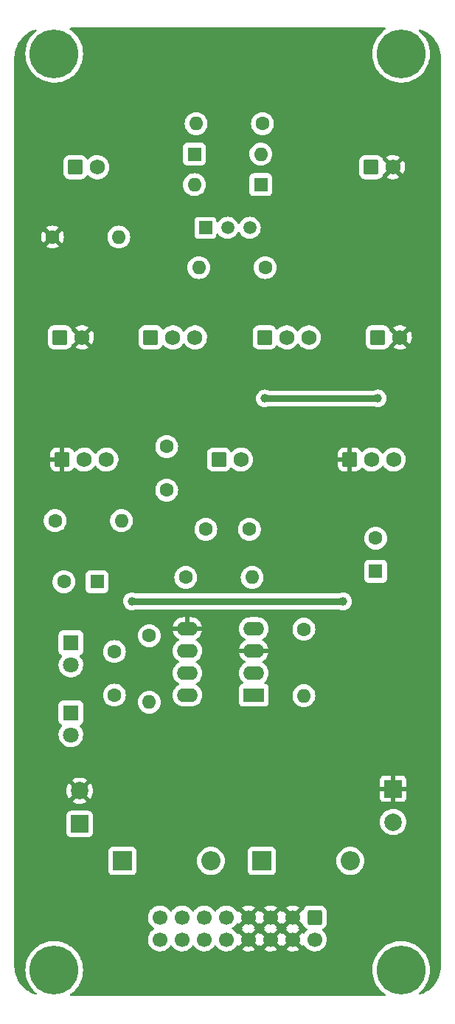
<source format=gbr>
%TF.GenerationSoftware,KiCad,Pcbnew,(6.0.7)*%
%TF.CreationDate,2023-03-07T14:40:37-05:00*%
%TF.ProjectId,BASS_FUZZ,42415353-5f46-4555-9a5a-2e6b69636164,rev?*%
%TF.SameCoordinates,Original*%
%TF.FileFunction,Copper,L1,Top*%
%TF.FilePolarity,Positive*%
%FSLAX46Y46*%
G04 Gerber Fmt 4.6, Leading zero omitted, Abs format (unit mm)*
G04 Created by KiCad (PCBNEW (6.0.7)) date 2023-03-07 14:40:37*
%MOMM*%
%LPD*%
G01*
G04 APERTURE LIST*
G04 Aperture macros list*
%AMRoundRect*
0 Rectangle with rounded corners*
0 $1 Rounding radius*
0 $2 $3 $4 $5 $6 $7 $8 $9 X,Y pos of 4 corners*
0 Add a 4 corners polygon primitive as box body*
4,1,4,$2,$3,$4,$5,$6,$7,$8,$9,$2,$3,0*
0 Add four circle primitives for the rounded corners*
1,1,$1+$1,$2,$3*
1,1,$1+$1,$4,$5*
1,1,$1+$1,$6,$7*
1,1,$1+$1,$8,$9*
0 Add four rect primitives between the rounded corners*
20,1,$1+$1,$2,$3,$4,$5,0*
20,1,$1+$1,$4,$5,$6,$7,0*
20,1,$1+$1,$6,$7,$8,$9,0*
20,1,$1+$1,$8,$9,$2,$3,0*%
G04 Aperture macros list end*
%TA.AperFunction,ComponentPad*%
%ADD10C,5.600000*%
%TD*%
%TA.AperFunction,ComponentPad*%
%ADD11RoundRect,0.250000X-0.620000X-0.620000X0.620000X-0.620000X0.620000X0.620000X-0.620000X0.620000X0*%
%TD*%
%TA.AperFunction,ComponentPad*%
%ADD12C,1.740000*%
%TD*%
%TA.AperFunction,ComponentPad*%
%ADD13R,1.500000X1.500000*%
%TD*%
%TA.AperFunction,ComponentPad*%
%ADD14C,1.500000*%
%TD*%
%TA.AperFunction,ComponentPad*%
%ADD15R,1.600000X1.600000*%
%TD*%
%TA.AperFunction,ComponentPad*%
%ADD16C,1.600000*%
%TD*%
%TA.AperFunction,ComponentPad*%
%ADD17O,1.600000X1.600000*%
%TD*%
%TA.AperFunction,ComponentPad*%
%ADD18R,2.000000X2.000000*%
%TD*%
%TA.AperFunction,ComponentPad*%
%ADD19C,2.000000*%
%TD*%
%TA.AperFunction,ComponentPad*%
%ADD20R,2.200000X2.200000*%
%TD*%
%TA.AperFunction,ComponentPad*%
%ADD21O,2.200000X2.200000*%
%TD*%
%TA.AperFunction,ComponentPad*%
%ADD22R,2.400000X1.600000*%
%TD*%
%TA.AperFunction,ComponentPad*%
%ADD23O,2.400000X1.600000*%
%TD*%
%TA.AperFunction,ComponentPad*%
%ADD24R,1.800000X1.800000*%
%TD*%
%TA.AperFunction,ComponentPad*%
%ADD25C,1.800000*%
%TD*%
%TA.AperFunction,ComponentPad*%
%ADD26RoundRect,0.250000X-0.600000X0.600000X-0.600000X-0.600000X0.600000X-0.600000X0.600000X0.600000X0*%
%TD*%
%TA.AperFunction,ComponentPad*%
%ADD27C,1.700000*%
%TD*%
%TA.AperFunction,ViaPad*%
%ADD28C,1.000000*%
%TD*%
%TA.AperFunction,Conductor*%
%ADD29C,0.800000*%
%TD*%
G04 APERTURE END LIST*
D10*
%TO.P,H2,1*%
%TO.N,N/C*%
X144920000Y-43500000D03*
%TD*%
D11*
%TO.P,SW2,1,Pin_1*%
%TO.N,Net-(U1-Pad6)*%
X124000000Y-90000000D03*
D12*
%TO.P,SW2,2,Pin_2*%
%TO.N,Net-(SW2-Pad2)*%
X126540000Y-90000000D03*
%TD*%
D13*
%TO.P,Q1,1,D*%
%TO.N,VDD*%
X122450000Y-63450000D03*
D14*
%TO.P,Q1,2,S*%
%TO.N,Net-(D5-Pad2)*%
X124990000Y-63450000D03*
%TO.P,Q1,3,G*%
%TO.N,Net-(Q1-Pad3)*%
X127530000Y-63450000D03*
%TD*%
D15*
%TO.P,C4,1*%
%TO.N,Net-(R5-Pad2)*%
X110000000Y-104000000D03*
D16*
%TO.P,C4,2*%
%TO.N,Net-(R2-Pad3)*%
X106200000Y-104000000D03*
%TD*%
%TO.P,R4,1*%
%TO.N,Net-(C3-Pad2)*%
X120190000Y-103500000D03*
D17*
%TO.P,R4,2*%
%TO.N,Net-(R4-Pad2)*%
X127810000Y-103500000D03*
%TD*%
D11*
%TO.P,R2,1,Pin_1*%
%TO.N,Earth*%
X106000000Y-90000000D03*
D12*
%TO.P,R2,2,Pin_2*%
%TO.N,Net-(R2-Pad2)*%
X108540000Y-90000000D03*
%TO.P,R2,3,Pin_3*%
%TO.N,Net-(R2-Pad3)*%
X111080000Y-90000000D03*
%TD*%
D16*
%TO.P,R1,1*%
%TO.N,Net-(R2-Pad2)*%
X105190000Y-97000000D03*
D17*
%TO.P,R1,2*%
%TO.N,Net-(U1-Pad6)*%
X112810000Y-97000000D03*
%TD*%
D11*
%TO.P,J4,1,Pin_1*%
%TO.N,Net-(J4-Pad1)*%
X141460000Y-56500000D03*
D12*
%TO.P,J4,2,Pin_2*%
%TO.N,Earth*%
X144000000Y-56500000D03*
%TD*%
D18*
%TO.P,C10,1*%
%TO.N,Earth*%
X144000000Y-127732323D03*
D19*
%TO.P,C10,2*%
%TO.N,VSS*%
X144000000Y-131532323D03*
%TD*%
D11*
%TO.P,SW1A1,1,Pin_1*%
%TO.N,Net-(C3-Pad1)*%
X116176666Y-76000000D03*
D12*
%TO.P,SW1A1,2,Pin_2*%
%TO.N,Net-(J1-Pad1)*%
X118716666Y-76000000D03*
%TO.P,SW1A1,3,Pin_3*%
%TO.N,Net-(J2-Pad1)*%
X121256666Y-76000000D03*
%TD*%
D18*
%TO.P,C9,1*%
%TO.N,VDD*%
X108000000Y-131767677D03*
D19*
%TO.P,C9,2*%
%TO.N,Earth*%
X108000000Y-127967677D03*
%TD*%
D15*
%TO.P,C5,1*%
%TO.N,Net-(R6-Pad2)*%
X142000000Y-102802651D03*
D16*
%TO.P,C5,2*%
%TO.N,Net-(R3-Pad3)*%
X142000000Y-99002651D03*
%TD*%
D20*
%TO.P,D2,1,K*%
%TO.N,-12V*%
X128920000Y-136000000D03*
D21*
%TO.P,D2,2,A*%
%TO.N,VSS*%
X139080000Y-136000000D03*
%TD*%
D15*
%TO.P,D6,1,K*%
%TO.N,Net-(D6-Pad1)*%
X121190000Y-55000000D03*
D17*
%TO.P,D6,2,A*%
%TO.N,Net-(D5-Pad1)*%
X128810000Y-55000000D03*
%TD*%
D20*
%TO.P,D1,1,K*%
%TO.N,VDD*%
X112920000Y-136000000D03*
D21*
%TO.P,D1,2,A*%
%TO.N,+12V*%
X123080000Y-136000000D03*
%TD*%
D22*
%TO.P,U1,1*%
%TO.N,Net-(R5-Pad2)*%
X128000000Y-117000000D03*
D23*
%TO.P,U1,2,-*%
%TO.N,Net-(R4-Pad2)*%
X128000000Y-114460000D03*
%TO.P,U1,3,+*%
%TO.N,Earth*%
X128000000Y-111920000D03*
%TO.P,U1,4,V-*%
%TO.N,VSS*%
X128000000Y-109380000D03*
%TO.P,U1,5,+*%
%TO.N,Earth*%
X120380000Y-109380000D03*
%TO.P,U1,6,-*%
%TO.N,Net-(U1-Pad6)*%
X120380000Y-111920000D03*
%TO.P,U1,7*%
%TO.N,Net-(R6-Pad2)*%
X120380000Y-114460000D03*
%TO.P,U1,8,V+*%
%TO.N,VDD*%
X120380000Y-117000000D03*
%TD*%
D24*
%TO.P,D4,1,K*%
%TO.N,Net-(U1-Pad6)*%
X107000000Y-119000000D03*
D25*
%TO.P,D4,2,A*%
%TO.N,Net-(R6-Pad2)*%
X107000000Y-121540000D03*
%TD*%
D11*
%TO.P,R3,1,Pin_1*%
%TO.N,Earth*%
X139000000Y-90000000D03*
D12*
%TO.P,R3,2,Pin_2*%
%TO.N,Net-(SW1B1-Pad2)*%
X141540000Y-90000000D03*
%TO.P,R3,3,Pin_3*%
%TO.N,Net-(R3-Pad3)*%
X144080000Y-90000000D03*
%TD*%
D15*
%TO.P,D5,1,K*%
%TO.N,Net-(D5-Pad1)*%
X128810000Y-58500000D03*
D17*
%TO.P,D5,2,A*%
%TO.N,Net-(D5-Pad2)*%
X121190000Y-58500000D03*
%TD*%
D16*
%TO.P,R5,1*%
%TO.N,Net-(R4-Pad2)*%
X133750000Y-109440000D03*
D17*
%TO.P,R5,2*%
%TO.N,Net-(R5-Pad2)*%
X133750000Y-117060000D03*
%TD*%
D16*
%TO.P,C3,1*%
%TO.N,Net-(C3-Pad1)*%
X118000000Y-88500000D03*
%TO.P,C3,2*%
%TO.N,Net-(C3-Pad2)*%
X118000000Y-93500000D03*
%TD*%
%TO.P,R11,1*%
%TO.N,Net-(J4-Pad1)*%
X129000000Y-51500000D03*
D17*
%TO.P,R11,2*%
%TO.N,Net-(D6-Pad1)*%
X121380000Y-51500000D03*
%TD*%
D11*
%TO.P,J8,1,Pin_1*%
%TO.N,VDD*%
X107500000Y-56500000D03*
D12*
%TO.P,J8,2,Pin_2*%
%TO.N,Net-(J8-Pad2)*%
X110040000Y-56500000D03*
%TD*%
D16*
%TO.P,C1,1*%
%TO.N,Net-(U1-Pad6)*%
X112000000Y-112000000D03*
%TO.P,C1,2*%
%TO.N,Net-(R6-Pad2)*%
X112000000Y-117000000D03*
%TD*%
D26*
%TO.P,J3,1,Pin_1*%
%TO.N,-12V*%
X135000000Y-142460000D03*
D27*
%TO.P,J3,2,Pin_2*%
X135000000Y-145000000D03*
%TO.P,J3,3,Pin_3*%
%TO.N,Earth*%
X132460000Y-142460000D03*
%TO.P,J3,4,Pin_4*%
X132460000Y-145000000D03*
%TO.P,J3,5,Pin_5*%
X129920000Y-142460000D03*
%TO.P,J3,6,Pin_6*%
X129920000Y-145000000D03*
%TO.P,J3,7,Pin_7*%
X127380000Y-142460000D03*
%TO.P,J3,8,Pin_8*%
X127380000Y-145000000D03*
%TO.P,J3,9,Pin_9*%
%TO.N,+12V*%
X124840000Y-142460000D03*
%TO.P,J3,10,Pin_10*%
X124840000Y-145000000D03*
%TO.P,J3,11,Pin_11*%
%TO.N,+5V*%
X122300000Y-142460000D03*
%TO.P,J3,12,Pin_12*%
X122300000Y-145000000D03*
%TO.P,J3,13,Pin_13*%
%TO.N,CV*%
X119760000Y-142460000D03*
%TO.P,J3,14,Pin_14*%
X119760000Y-145000000D03*
%TO.P,J3,15,Pin_15*%
%TO.N,GATE*%
X117220000Y-142460000D03*
%TO.P,J3,16,Pin_16*%
X117220000Y-145000000D03*
%TD*%
D10*
%TO.P,H4,1*%
%TO.N,N/C*%
X144920000Y-148500000D03*
%TD*%
D16*
%TO.P,R6,1*%
%TO.N,Net-(U1-Pad6)*%
X116000000Y-110190000D03*
D17*
%TO.P,R6,2*%
%TO.N,Net-(R6-Pad2)*%
X116000000Y-117810000D03*
%TD*%
D10*
%TO.P,H1,1*%
%TO.N,N/C*%
X105080000Y-43500000D03*
%TD*%
D16*
%TO.P,C2,1*%
%TO.N,Net-(R6-Pad2)*%
X122500000Y-98000000D03*
%TO.P,C2,2*%
%TO.N,Net-(SW2-Pad2)*%
X127500000Y-98000000D03*
%TD*%
D11*
%TO.P,J1,1,Pin_1*%
%TO.N,Net-(J1-Pad1)*%
X105730000Y-76000000D03*
D12*
%TO.P,J1,2,Pin_2*%
%TO.N,Earth*%
X108270000Y-76000000D03*
%TD*%
D16*
%TO.P,R10,1*%
%TO.N,Net-(Q1-Pad3)*%
X129310000Y-68000000D03*
D17*
%TO.P,R10,2*%
%TO.N,VDD*%
X121690000Y-68000000D03*
%TD*%
D16*
%TO.P,R9,1*%
%TO.N,Earth*%
X104880000Y-64500000D03*
D17*
%TO.P,R9,2*%
%TO.N,Net-(J8-Pad2)*%
X112500000Y-64500000D03*
%TD*%
D11*
%TO.P,SW1B1,1,Pin_1*%
%TO.N,Net-(J2-Pad1)*%
X129243332Y-76000000D03*
D12*
%TO.P,SW1B1,2,Pin_2*%
%TO.N,Net-(SW1B1-Pad2)*%
X131783332Y-76000000D03*
%TO.P,SW1B1,3,Pin_3*%
%TO.N,Net-(Q1-Pad3)*%
X134323332Y-76000000D03*
%TD*%
D24*
%TO.P,D3,1,K*%
%TO.N,Net-(R6-Pad2)*%
X107000000Y-111000000D03*
D25*
%TO.P,D3,2,A*%
%TO.N,Net-(U1-Pad6)*%
X107000000Y-113540000D03*
%TD*%
D11*
%TO.P,J2,1,Pin_1*%
%TO.N,Net-(J2-Pad1)*%
X142230000Y-76000000D03*
D12*
%TO.P,J2,2,Pin_2*%
%TO.N,Earth*%
X144770000Y-76000000D03*
%TD*%
D10*
%TO.P,H3,1*%
%TO.N,N/C*%
X105080000Y-148500000D03*
%TD*%
D28*
%TO.N,Net-(R5-Pad2)*%
X138250000Y-106250000D03*
X114000000Y-106250000D03*
%TO.N,Net-(J2-Pad1)*%
X142250000Y-83000000D03*
X129250000Y-83000000D03*
%TD*%
D29*
%TO.N,Net-(R5-Pad2)*%
X138250000Y-106250000D02*
X114000000Y-106250000D01*
%TO.N,Net-(J2-Pad1)*%
X142250000Y-83000000D02*
X129250000Y-83000000D01*
%TD*%
%TA.AperFunction,Conductor*%
%TO.N,Earth*%
G36*
X143088127Y-40528502D02*
G01*
X143134620Y-40582158D01*
X143144724Y-40652432D01*
X143115230Y-40717012D01*
X143084715Y-40742614D01*
X143067193Y-40753101D01*
X143064467Y-40755163D01*
X143064465Y-40755164D01*
X142845493Y-40920772D01*
X142781367Y-40969270D01*
X142520559Y-41215043D01*
X142287819Y-41487546D01*
X142285900Y-41490358D01*
X142285897Y-41490363D01*
X142260919Y-41526980D01*
X142085871Y-41783591D01*
X141917077Y-42099714D01*
X141783411Y-42432218D01*
X141782491Y-42435492D01*
X141782489Y-42435497D01*
X141716661Y-42669689D01*
X141686437Y-42777213D01*
X141627290Y-43130663D01*
X141606661Y-43488434D01*
X141624792Y-43846340D01*
X141625329Y-43849695D01*
X141625330Y-43849701D01*
X141647901Y-43990618D01*
X141681470Y-44200195D01*
X141776033Y-44545859D01*
X141907374Y-44879288D01*
X142073957Y-45196582D01*
X142075858Y-45199411D01*
X142075864Y-45199421D01*
X142259569Y-45472800D01*
X142273834Y-45494029D01*
X142504665Y-45768150D01*
X142763751Y-46015738D01*
X143048061Y-46233897D01*
X143080056Y-46253350D01*
X143351355Y-46418303D01*
X143351360Y-46418306D01*
X143354270Y-46420075D01*
X143357358Y-46421521D01*
X143357357Y-46421521D01*
X143675710Y-46570649D01*
X143675720Y-46570653D01*
X143678794Y-46572093D01*
X143682012Y-46573195D01*
X143682015Y-46573196D01*
X144014615Y-46687071D01*
X144014623Y-46687073D01*
X144017838Y-46688174D01*
X144367435Y-46766959D01*
X144419728Y-46772917D01*
X144720114Y-46807142D01*
X144720122Y-46807142D01*
X144723497Y-46807527D01*
X144726901Y-46807545D01*
X144726904Y-46807545D01*
X144921227Y-46808562D01*
X145081857Y-46809403D01*
X145085243Y-46809053D01*
X145085245Y-46809053D01*
X145434932Y-46772917D01*
X145434941Y-46772916D01*
X145438324Y-46772566D01*
X145441657Y-46771852D01*
X145441660Y-46771851D01*
X145614186Y-46734864D01*
X145788727Y-46697446D01*
X146128968Y-46584922D01*
X146455066Y-46436311D01*
X146549052Y-46380506D01*
X146760262Y-46255099D01*
X146760267Y-46255096D01*
X146763207Y-46253350D01*
X147049786Y-46038180D01*
X147311451Y-45793319D01*
X147545140Y-45521630D01*
X147651750Y-45366512D01*
X147746190Y-45229101D01*
X147746195Y-45229094D01*
X147748120Y-45226292D01*
X147749732Y-45223298D01*
X147749737Y-45223290D01*
X147916395Y-44913772D01*
X147918017Y-44910760D01*
X148052842Y-44578724D01*
X148063142Y-44542568D01*
X148083527Y-44471006D01*
X148151020Y-44234070D01*
X148188885Y-44012552D01*
X148210829Y-43884175D01*
X148210829Y-43884173D01*
X148211401Y-43880828D01*
X148213511Y-43846340D01*
X148233168Y-43524928D01*
X148233278Y-43523131D01*
X148233359Y-43500000D01*
X148213979Y-43142159D01*
X148156066Y-42788505D01*
X148060297Y-42443173D01*
X148057243Y-42435497D01*
X147929052Y-42113369D01*
X147927793Y-42110205D01*
X147897768Y-42053498D01*
X147761702Y-41796513D01*
X147761698Y-41796506D01*
X147760103Y-41793494D01*
X147559190Y-41496746D01*
X147327403Y-41223432D01*
X147067454Y-40976750D01*
X146975276Y-40906529D01*
X146933209Y-40849337D01*
X146928740Y-40778481D01*
X146963288Y-40716457D01*
X147025884Y-40682958D01*
X147094079Y-40687665D01*
X147330311Y-40772191D01*
X147341735Y-40776922D01*
X147409500Y-40808972D01*
X147640292Y-40918128D01*
X147651188Y-40923953D01*
X147743181Y-40979091D01*
X147934467Y-41093744D01*
X147944748Y-41100614D01*
X148210017Y-41297350D01*
X148219556Y-41305177D01*
X148464282Y-41526985D01*
X148473015Y-41535718D01*
X148694823Y-41780444D01*
X148702650Y-41789983D01*
X148846901Y-41984483D01*
X148899386Y-42055252D01*
X148906256Y-42065533D01*
X149076045Y-42348807D01*
X149081872Y-42359708D01*
X149121348Y-42443173D01*
X149223078Y-42658265D01*
X149227810Y-42669689D01*
X149339072Y-42980645D01*
X149342661Y-42992477D01*
X149422909Y-43312841D01*
X149425321Y-43324969D01*
X149473779Y-43651650D01*
X149474990Y-43663949D01*
X149484117Y-43849701D01*
X149489390Y-43957034D01*
X149488042Y-43982598D01*
X149486309Y-43993724D01*
X149487474Y-44002630D01*
X149490436Y-44025283D01*
X149491500Y-44041621D01*
X149491500Y-147950633D01*
X149490000Y-147970018D01*
X149486309Y-147993724D01*
X149487473Y-148002627D01*
X149487473Y-148002628D01*
X149488839Y-148013076D01*
X149489751Y-148035594D01*
X149485081Y-148130663D01*
X149474991Y-148336045D01*
X149473779Y-148348350D01*
X149425321Y-148675031D01*
X149422909Y-148687159D01*
X149342661Y-149007523D01*
X149339072Y-149019355D01*
X149227810Y-149330311D01*
X149223078Y-149341735D01*
X149081874Y-149640288D01*
X149076045Y-149651193D01*
X148906256Y-149934467D01*
X148899386Y-149944748D01*
X148702650Y-150210017D01*
X148694823Y-150219556D01*
X148473020Y-150464277D01*
X148464282Y-150473015D01*
X148219556Y-150694823D01*
X148210017Y-150702650D01*
X148015517Y-150846901D01*
X147944748Y-150899386D01*
X147934467Y-150906256D01*
X147792101Y-150991588D01*
X147651188Y-151076047D01*
X147640292Y-151081872D01*
X147618155Y-151092342D01*
X147341735Y-151223078D01*
X147330311Y-151227810D01*
X147095748Y-151311738D01*
X147024871Y-151315854D01*
X146963020Y-151280998D01*
X146929832Y-151218236D01*
X146935844Y-151147494D01*
X146977644Y-151092346D01*
X147049786Y-151038180D01*
X147311451Y-150793319D01*
X147545140Y-150521630D01*
X147727429Y-150256398D01*
X147746190Y-150229101D01*
X147746195Y-150229094D01*
X147748120Y-150226292D01*
X147749732Y-150223298D01*
X147749737Y-150223290D01*
X147916395Y-149913772D01*
X147918017Y-149910760D01*
X148052842Y-149578724D01*
X148063142Y-149542568D01*
X148083527Y-149471006D01*
X148151020Y-149234070D01*
X148211401Y-148880828D01*
X148213511Y-148846340D01*
X148233168Y-148524928D01*
X148233278Y-148523131D01*
X148233359Y-148500000D01*
X148213979Y-148142159D01*
X148156066Y-147788505D01*
X148060297Y-147443173D01*
X148057243Y-147435497D01*
X147929052Y-147113369D01*
X147927793Y-147110205D01*
X147897768Y-147053498D01*
X147761702Y-146796513D01*
X147761698Y-146796506D01*
X147760103Y-146793494D01*
X147559190Y-146496746D01*
X147327403Y-146223432D01*
X147067454Y-145976750D01*
X146836341Y-145800689D01*
X146785091Y-145761647D01*
X146785089Y-145761646D01*
X146782384Y-145759585D01*
X146779472Y-145757828D01*
X146779467Y-145757825D01*
X146478443Y-145576236D01*
X146478437Y-145576233D01*
X146475528Y-145574478D01*
X146150475Y-145423593D01*
X145975620Y-145364408D01*
X145814255Y-145309789D01*
X145814250Y-145309788D01*
X145811028Y-145308697D01*
X145612681Y-145264724D01*
X145464493Y-145231871D01*
X145464487Y-145231870D01*
X145461158Y-145231132D01*
X145457769Y-145230758D01*
X145457764Y-145230757D01*
X145108338Y-145192180D01*
X145108333Y-145192180D01*
X145104957Y-145191807D01*
X145101558Y-145191801D01*
X145101557Y-145191801D01*
X144932080Y-145191505D01*
X144746592Y-145191182D01*
X144633413Y-145203277D01*
X144393639Y-145228901D01*
X144393631Y-145228902D01*
X144390256Y-145229263D01*
X144040117Y-145305606D01*
X143700271Y-145419317D01*
X143697178Y-145420739D01*
X143697177Y-145420740D01*
X143690974Y-145423593D01*
X143374694Y-145569066D01*
X143371760Y-145570822D01*
X143371758Y-145570823D01*
X143074288Y-145748855D01*
X143067193Y-145753101D01*
X143064467Y-145755163D01*
X143064465Y-145755164D01*
X142894790Y-145883489D01*
X142781367Y-145969270D01*
X142520559Y-146215043D01*
X142518347Y-146217633D01*
X142518345Y-146217635D01*
X142510576Y-146226731D01*
X142287819Y-146487546D01*
X142285900Y-146490358D01*
X142285897Y-146490363D01*
X142192624Y-146627097D01*
X142085871Y-146783591D01*
X141917077Y-147099714D01*
X141783411Y-147432218D01*
X141782491Y-147435492D01*
X141782489Y-147435497D01*
X141780332Y-147443173D01*
X141686437Y-147777213D01*
X141685875Y-147780570D01*
X141685875Y-147780571D01*
X141643199Y-148035597D01*
X141627290Y-148130663D01*
X141606661Y-148488434D01*
X141624792Y-148846340D01*
X141625329Y-148849695D01*
X141625330Y-148849701D01*
X141630316Y-148880828D01*
X141681470Y-149200195D01*
X141776033Y-149545859D01*
X141907374Y-149879288D01*
X142073957Y-150196582D01*
X142075858Y-150199411D01*
X142075864Y-150199421D01*
X142253841Y-150464277D01*
X142273834Y-150494029D01*
X142504665Y-150768150D01*
X142763751Y-151015738D01*
X143048061Y-151233897D01*
X143050979Y-151235671D01*
X143087437Y-151257838D01*
X143135252Y-151310319D01*
X143147103Y-151380320D01*
X143119228Y-151445615D01*
X143060477Y-151485474D01*
X143021978Y-151491500D01*
X106981120Y-151491500D01*
X106912999Y-151471498D01*
X106866506Y-151417842D01*
X106856402Y-151347568D01*
X106885896Y-151282988D01*
X106916789Y-151257161D01*
X106923207Y-151253350D01*
X106957225Y-151227809D01*
X107021095Y-151179854D01*
X107209786Y-151038180D01*
X107471451Y-150793319D01*
X107705140Y-150521630D01*
X107887429Y-150256398D01*
X107906190Y-150229101D01*
X107906195Y-150229094D01*
X107908120Y-150226292D01*
X107909732Y-150223298D01*
X107909737Y-150223290D01*
X108076395Y-149913772D01*
X108078017Y-149910760D01*
X108212842Y-149578724D01*
X108223142Y-149542568D01*
X108243527Y-149471006D01*
X108311020Y-149234070D01*
X108371401Y-148880828D01*
X108373511Y-148846340D01*
X108393168Y-148524928D01*
X108393278Y-148523131D01*
X108393359Y-148500000D01*
X108373979Y-148142159D01*
X108316066Y-147788505D01*
X108220297Y-147443173D01*
X108217243Y-147435497D01*
X108089052Y-147113369D01*
X108087793Y-147110205D01*
X108057768Y-147053498D01*
X107921702Y-146796513D01*
X107921698Y-146796506D01*
X107920103Y-146793494D01*
X107719190Y-146496746D01*
X107487403Y-146223432D01*
X107227454Y-145976750D01*
X106996341Y-145800689D01*
X106945091Y-145761647D01*
X106945089Y-145761646D01*
X106942384Y-145759585D01*
X106939472Y-145757828D01*
X106939467Y-145757825D01*
X106638443Y-145576236D01*
X106638437Y-145576233D01*
X106635528Y-145574478D01*
X106310475Y-145423593D01*
X106135620Y-145364408D01*
X105974255Y-145309789D01*
X105974250Y-145309788D01*
X105971028Y-145308697D01*
X105772681Y-145264724D01*
X105624493Y-145231871D01*
X105624487Y-145231870D01*
X105621158Y-145231132D01*
X105617769Y-145230758D01*
X105617764Y-145230757D01*
X105268338Y-145192180D01*
X105268333Y-145192180D01*
X105264957Y-145191807D01*
X105261558Y-145191801D01*
X105261557Y-145191801D01*
X105092080Y-145191505D01*
X104906592Y-145191182D01*
X104793413Y-145203277D01*
X104553639Y-145228901D01*
X104553631Y-145228902D01*
X104550256Y-145229263D01*
X104200117Y-145305606D01*
X103860271Y-145419317D01*
X103857178Y-145420739D01*
X103857177Y-145420740D01*
X103850974Y-145423593D01*
X103534694Y-145569066D01*
X103531760Y-145570822D01*
X103531758Y-145570823D01*
X103234288Y-145748855D01*
X103227193Y-145753101D01*
X103224467Y-145755163D01*
X103224465Y-145755164D01*
X103054790Y-145883489D01*
X102941367Y-145969270D01*
X102680559Y-146215043D01*
X102678347Y-146217633D01*
X102678345Y-146217635D01*
X102670576Y-146226731D01*
X102447819Y-146487546D01*
X102445900Y-146490358D01*
X102445897Y-146490363D01*
X102352624Y-146627097D01*
X102245871Y-146783591D01*
X102077077Y-147099714D01*
X101943411Y-147432218D01*
X101942491Y-147435492D01*
X101942489Y-147435497D01*
X101940332Y-147443173D01*
X101846437Y-147777213D01*
X101845875Y-147780570D01*
X101845875Y-147780571D01*
X101803199Y-148035597D01*
X101787290Y-148130663D01*
X101766661Y-148488434D01*
X101784792Y-148846340D01*
X101785329Y-148849695D01*
X101785330Y-148849701D01*
X101790316Y-148880828D01*
X101841470Y-149200195D01*
X101936033Y-149545859D01*
X102067374Y-149879288D01*
X102233957Y-150196582D01*
X102235858Y-150199411D01*
X102235864Y-150199421D01*
X102413841Y-150464277D01*
X102433834Y-150494029D01*
X102664665Y-150768150D01*
X102923751Y-151015738D01*
X103025694Y-151093962D01*
X103067559Y-151151297D01*
X103071781Y-151222168D01*
X103037017Y-151284071D01*
X102974304Y-151317352D01*
X102906540Y-151312556D01*
X102669689Y-151227809D01*
X102658265Y-151223078D01*
X102381845Y-151092342D01*
X102359708Y-151081872D01*
X102348812Y-151076047D01*
X102207899Y-150991588D01*
X102065533Y-150906256D01*
X102055252Y-150899386D01*
X101984483Y-150846901D01*
X101789983Y-150702650D01*
X101780444Y-150694823D01*
X101535718Y-150473015D01*
X101526980Y-150464277D01*
X101305177Y-150219556D01*
X101297350Y-150210017D01*
X101100614Y-149944748D01*
X101093744Y-149934467D01*
X100923955Y-149651193D01*
X100918126Y-149640288D01*
X100776922Y-149341735D01*
X100772190Y-149330311D01*
X100660928Y-149019355D01*
X100657339Y-149007523D01*
X100577091Y-148687159D01*
X100574679Y-148675031D01*
X100526221Y-148348351D01*
X100525009Y-148336045D01*
X100510795Y-148046695D01*
X100512387Y-148019619D01*
X100513576Y-148012552D01*
X100513729Y-148000000D01*
X100509773Y-147972376D01*
X100508500Y-147954514D01*
X100508500Y-144966695D01*
X115857251Y-144966695D01*
X115857548Y-144971848D01*
X115857548Y-144971851D01*
X115863011Y-145066590D01*
X115870110Y-145189715D01*
X115871247Y-145194761D01*
X115871248Y-145194767D01*
X115879186Y-145229988D01*
X115919222Y-145407639D01*
X116003266Y-145614616D01*
X116054019Y-145697438D01*
X116117291Y-145800688D01*
X116119987Y-145805088D01*
X116266250Y-145973938D01*
X116438126Y-146116632D01*
X116631000Y-146229338D01*
X116839692Y-146309030D01*
X116844760Y-146310061D01*
X116844763Y-146310062D01*
X116949604Y-146331392D01*
X117058597Y-146353567D01*
X117063772Y-146353757D01*
X117063774Y-146353757D01*
X117276673Y-146361564D01*
X117276677Y-146361564D01*
X117281837Y-146361753D01*
X117286957Y-146361097D01*
X117286959Y-146361097D01*
X117498288Y-146334025D01*
X117498289Y-146334025D01*
X117503416Y-146333368D01*
X117508366Y-146331883D01*
X117712429Y-146270661D01*
X117712434Y-146270659D01*
X117717384Y-146269174D01*
X117917994Y-146170896D01*
X118099860Y-146041173D01*
X118169661Y-145971616D01*
X118254435Y-145887137D01*
X118258096Y-145883489D01*
X118317594Y-145800689D01*
X118388453Y-145702077D01*
X118389776Y-145703028D01*
X118436645Y-145659857D01*
X118506580Y-145647625D01*
X118572026Y-145675144D01*
X118599875Y-145706994D01*
X118659987Y-145805088D01*
X118806250Y-145973938D01*
X118978126Y-146116632D01*
X119171000Y-146229338D01*
X119379692Y-146309030D01*
X119384760Y-146310061D01*
X119384763Y-146310062D01*
X119489604Y-146331392D01*
X119598597Y-146353567D01*
X119603772Y-146353757D01*
X119603774Y-146353757D01*
X119816673Y-146361564D01*
X119816677Y-146361564D01*
X119821837Y-146361753D01*
X119826957Y-146361097D01*
X119826959Y-146361097D01*
X120038288Y-146334025D01*
X120038289Y-146334025D01*
X120043416Y-146333368D01*
X120048366Y-146331883D01*
X120252429Y-146270661D01*
X120252434Y-146270659D01*
X120257384Y-146269174D01*
X120457994Y-146170896D01*
X120639860Y-146041173D01*
X120709661Y-145971616D01*
X120794435Y-145887137D01*
X120798096Y-145883489D01*
X120857594Y-145800689D01*
X120928453Y-145702077D01*
X120929776Y-145703028D01*
X120976645Y-145659857D01*
X121046580Y-145647625D01*
X121112026Y-145675144D01*
X121139875Y-145706994D01*
X121199987Y-145805088D01*
X121346250Y-145973938D01*
X121518126Y-146116632D01*
X121711000Y-146229338D01*
X121919692Y-146309030D01*
X121924760Y-146310061D01*
X121924763Y-146310062D01*
X122029604Y-146331392D01*
X122138597Y-146353567D01*
X122143772Y-146353757D01*
X122143774Y-146353757D01*
X122356673Y-146361564D01*
X122356677Y-146361564D01*
X122361837Y-146361753D01*
X122366957Y-146361097D01*
X122366959Y-146361097D01*
X122578288Y-146334025D01*
X122578289Y-146334025D01*
X122583416Y-146333368D01*
X122588366Y-146331883D01*
X122792429Y-146270661D01*
X122792434Y-146270659D01*
X122797384Y-146269174D01*
X122997994Y-146170896D01*
X123179860Y-146041173D01*
X123249661Y-145971616D01*
X123334435Y-145887137D01*
X123338096Y-145883489D01*
X123397594Y-145800689D01*
X123468453Y-145702077D01*
X123469776Y-145703028D01*
X123516645Y-145659857D01*
X123586580Y-145647625D01*
X123652026Y-145675144D01*
X123679875Y-145706994D01*
X123739987Y-145805088D01*
X123886250Y-145973938D01*
X124058126Y-146116632D01*
X124251000Y-146229338D01*
X124459692Y-146309030D01*
X124464760Y-146310061D01*
X124464763Y-146310062D01*
X124569604Y-146331392D01*
X124678597Y-146353567D01*
X124683772Y-146353757D01*
X124683774Y-146353757D01*
X124896673Y-146361564D01*
X124896677Y-146361564D01*
X124901837Y-146361753D01*
X124906957Y-146361097D01*
X124906959Y-146361097D01*
X125118288Y-146334025D01*
X125118289Y-146334025D01*
X125123416Y-146333368D01*
X125128366Y-146331883D01*
X125332429Y-146270661D01*
X125332434Y-146270659D01*
X125337384Y-146269174D01*
X125537994Y-146170896D01*
X125602544Y-146124853D01*
X126619977Y-146124853D01*
X126625258Y-146131907D01*
X126786756Y-146226279D01*
X126796042Y-146230729D01*
X126995001Y-146306703D01*
X127004899Y-146309579D01*
X127213595Y-146352038D01*
X127223823Y-146353257D01*
X127436650Y-146361062D01*
X127446936Y-146360595D01*
X127658185Y-146333534D01*
X127668262Y-146331392D01*
X127872255Y-146270191D01*
X127881842Y-146266433D01*
X128073098Y-146172738D01*
X128081944Y-146167465D01*
X128129247Y-146133723D01*
X128136211Y-146124853D01*
X129159977Y-146124853D01*
X129165258Y-146131907D01*
X129326756Y-146226279D01*
X129336042Y-146230729D01*
X129535001Y-146306703D01*
X129544899Y-146309579D01*
X129753595Y-146352038D01*
X129763823Y-146353257D01*
X129976650Y-146361062D01*
X129986936Y-146360595D01*
X130198185Y-146333534D01*
X130208262Y-146331392D01*
X130412255Y-146270191D01*
X130421842Y-146266433D01*
X130613098Y-146172738D01*
X130621944Y-146167465D01*
X130669247Y-146133723D01*
X130676211Y-146124853D01*
X131699977Y-146124853D01*
X131705258Y-146131907D01*
X131866756Y-146226279D01*
X131876042Y-146230729D01*
X132075001Y-146306703D01*
X132084899Y-146309579D01*
X132293595Y-146352038D01*
X132303823Y-146353257D01*
X132516650Y-146361062D01*
X132526936Y-146360595D01*
X132738185Y-146333534D01*
X132748262Y-146331392D01*
X132952255Y-146270191D01*
X132961842Y-146266433D01*
X133153098Y-146172738D01*
X133161944Y-146167465D01*
X133209247Y-146133723D01*
X133217648Y-146123023D01*
X133210660Y-146109870D01*
X132472812Y-145372022D01*
X132458868Y-145364408D01*
X132457035Y-145364539D01*
X132450420Y-145368790D01*
X131706737Y-146112473D01*
X131699977Y-146124853D01*
X130676211Y-146124853D01*
X130677648Y-146123023D01*
X130670660Y-146109870D01*
X129932812Y-145372022D01*
X129918868Y-145364408D01*
X129917035Y-145364539D01*
X129910420Y-145368790D01*
X129166737Y-146112473D01*
X129159977Y-146124853D01*
X128136211Y-146124853D01*
X128137648Y-146123023D01*
X128130660Y-146109870D01*
X127392812Y-145372022D01*
X127378868Y-145364408D01*
X127377035Y-145364539D01*
X127370420Y-145368790D01*
X126626737Y-146112473D01*
X126619977Y-146124853D01*
X125602544Y-146124853D01*
X125719860Y-146041173D01*
X125789661Y-145971616D01*
X125874435Y-145887137D01*
X125878096Y-145883489D01*
X125937594Y-145800689D01*
X126008453Y-145702077D01*
X126009640Y-145702930D01*
X126056960Y-145659362D01*
X126126897Y-145647145D01*
X126192338Y-145674678D01*
X126220166Y-145706512D01*
X126246459Y-145749419D01*
X126256916Y-145758880D01*
X126265694Y-145755096D01*
X127007978Y-145012812D01*
X127014356Y-145001132D01*
X127744408Y-145001132D01*
X127744539Y-145002965D01*
X127748790Y-145009580D01*
X128490474Y-145751264D01*
X128502484Y-145757823D01*
X128514223Y-145748855D01*
X128548022Y-145701819D01*
X128549149Y-145702629D01*
X128596659Y-145658881D01*
X128666596Y-145646661D01*
X128732038Y-145674191D01*
X128759870Y-145706029D01*
X128786459Y-145749419D01*
X128796916Y-145758880D01*
X128805694Y-145755096D01*
X129547978Y-145012812D01*
X129554356Y-145001132D01*
X130284408Y-145001132D01*
X130284539Y-145002965D01*
X130288790Y-145009580D01*
X131030474Y-145751264D01*
X131042484Y-145757823D01*
X131054223Y-145748855D01*
X131088022Y-145701819D01*
X131089149Y-145702629D01*
X131136659Y-145658881D01*
X131206596Y-145646661D01*
X131272038Y-145674191D01*
X131299870Y-145706029D01*
X131326459Y-145749419D01*
X131336916Y-145758880D01*
X131345694Y-145755096D01*
X132087978Y-145012812D01*
X132094356Y-145001132D01*
X132824408Y-145001132D01*
X132824539Y-145002965D01*
X132828790Y-145009580D01*
X133570474Y-145751264D01*
X133582484Y-145757823D01*
X133594223Y-145748855D01*
X133628022Y-145701819D01*
X133629277Y-145702721D01*
X133676391Y-145659355D01*
X133746330Y-145647148D01*
X133811767Y-145674691D01*
X133839580Y-145706513D01*
X133897287Y-145800683D01*
X133897291Y-145800688D01*
X133899987Y-145805088D01*
X134046250Y-145973938D01*
X134218126Y-146116632D01*
X134411000Y-146229338D01*
X134619692Y-146309030D01*
X134624760Y-146310061D01*
X134624763Y-146310062D01*
X134729604Y-146331392D01*
X134838597Y-146353567D01*
X134843772Y-146353757D01*
X134843774Y-146353757D01*
X135056673Y-146361564D01*
X135056677Y-146361564D01*
X135061837Y-146361753D01*
X135066957Y-146361097D01*
X135066959Y-146361097D01*
X135278288Y-146334025D01*
X135278289Y-146334025D01*
X135283416Y-146333368D01*
X135288366Y-146331883D01*
X135492429Y-146270661D01*
X135492434Y-146270659D01*
X135497384Y-146269174D01*
X135697994Y-146170896D01*
X135879860Y-146041173D01*
X135949661Y-145971616D01*
X136034435Y-145887137D01*
X136038096Y-145883489D01*
X136097594Y-145800689D01*
X136165435Y-145706277D01*
X136168453Y-145702077D01*
X136181995Y-145674678D01*
X136265136Y-145506453D01*
X136265137Y-145506451D01*
X136267430Y-145501811D01*
X136326327Y-145307959D01*
X136330865Y-145293023D01*
X136330865Y-145293021D01*
X136332370Y-145288069D01*
X136361529Y-145066590D01*
X136363156Y-145000000D01*
X136344852Y-144777361D01*
X136290431Y-144560702D01*
X136201354Y-144355840D01*
X136080014Y-144168277D01*
X135929670Y-144003051D01*
X135887006Y-143969357D01*
X135845944Y-143911441D01*
X135842712Y-143840518D01*
X135878337Y-143779107D01*
X135911647Y-143756376D01*
X135917007Y-143753865D01*
X135923946Y-143751550D01*
X136074348Y-143658478D01*
X136199305Y-143533303D01*
X136221357Y-143497529D01*
X136288275Y-143388968D01*
X136288276Y-143388966D01*
X136292115Y-143382738D01*
X136347797Y-143214861D01*
X136358500Y-143110400D01*
X136358500Y-141809600D01*
X136358077Y-141805523D01*
X136348238Y-141710692D01*
X136348237Y-141710688D01*
X136347526Y-141703834D01*
X136313598Y-141602138D01*
X136293868Y-141543002D01*
X136291550Y-141536054D01*
X136198478Y-141385652D01*
X136073303Y-141260695D01*
X136067072Y-141256854D01*
X135928968Y-141171725D01*
X135928966Y-141171724D01*
X135922738Y-141167885D01*
X135762254Y-141114655D01*
X135761389Y-141114368D01*
X135761387Y-141114368D01*
X135754861Y-141112203D01*
X135748025Y-141111503D01*
X135748022Y-141111502D01*
X135704969Y-141107091D01*
X135650400Y-141101500D01*
X134349600Y-141101500D01*
X134346354Y-141101837D01*
X134346350Y-141101837D01*
X134250692Y-141111762D01*
X134250688Y-141111763D01*
X134243834Y-141112474D01*
X134237298Y-141114655D01*
X134237296Y-141114655D01*
X134174631Y-141135562D01*
X134076054Y-141168450D01*
X133925652Y-141261522D01*
X133920479Y-141266704D01*
X133864762Y-141322518D01*
X133800695Y-141386697D01*
X133796855Y-141392927D01*
X133796854Y-141392928D01*
X133753630Y-141463051D01*
X133707885Y-141537262D01*
X133705581Y-141544209D01*
X133683236Y-141611577D01*
X133642806Y-141669937D01*
X133616330Y-141686366D01*
X133572811Y-141706399D01*
X132832022Y-142447188D01*
X132824408Y-142461132D01*
X132824539Y-142462965D01*
X132828790Y-142469580D01*
X133570474Y-143211264D01*
X133610998Y-143233393D01*
X133623589Y-143236132D01*
X133673791Y-143286335D01*
X133682726Y-143306842D01*
X133708450Y-143383946D01*
X133801522Y-143534348D01*
X133926697Y-143659305D01*
X133932927Y-143663145D01*
X133932928Y-143663146D01*
X134059104Y-143740922D01*
X134077262Y-143752115D01*
X134084209Y-143754419D01*
X134086276Y-143755383D01*
X134139561Y-143802299D01*
X134159023Y-143870576D01*
X134138482Y-143938536D01*
X134108681Y-143970337D01*
X134094965Y-143980635D01*
X133940629Y-144142138D01*
X133833204Y-144299618D01*
X133832898Y-144300066D01*
X133777987Y-144345069D01*
X133707462Y-144353240D01*
X133643715Y-144321986D01*
X133623017Y-144297501D01*
X133593062Y-144251197D01*
X133582377Y-144241995D01*
X133572812Y-144246398D01*
X132832022Y-144987188D01*
X132824408Y-145001132D01*
X132094356Y-145001132D01*
X132095592Y-144998868D01*
X132095461Y-144997035D01*
X132091210Y-144990420D01*
X131349849Y-144249059D01*
X131338313Y-144242759D01*
X131326028Y-144252384D01*
X131293192Y-144300520D01*
X131238281Y-144345523D01*
X131167756Y-144353694D01*
X131104009Y-144322440D01*
X131083311Y-144297955D01*
X131053062Y-144251197D01*
X131042377Y-144241995D01*
X131032812Y-144246398D01*
X130292022Y-144987188D01*
X130284408Y-145001132D01*
X129554356Y-145001132D01*
X129555592Y-144998868D01*
X129555461Y-144997035D01*
X129551210Y-144990420D01*
X128809849Y-144249059D01*
X128798313Y-144242759D01*
X128786028Y-144252384D01*
X128753192Y-144300520D01*
X128698281Y-144345523D01*
X128627756Y-144353694D01*
X128564009Y-144322440D01*
X128543311Y-144297955D01*
X128513062Y-144251197D01*
X128502377Y-144241995D01*
X128492812Y-144246398D01*
X127752022Y-144987188D01*
X127744408Y-145001132D01*
X127014356Y-145001132D01*
X127015592Y-144998868D01*
X127015461Y-144997035D01*
X127011210Y-144990420D01*
X126269849Y-144249059D01*
X126258313Y-144242759D01*
X126246031Y-144252382D01*
X126213499Y-144300072D01*
X126158587Y-144345075D01*
X126088063Y-144353246D01*
X126024316Y-144321992D01*
X126003618Y-144297508D01*
X125922822Y-144172617D01*
X125922820Y-144172614D01*
X125920014Y-144168277D01*
X125769670Y-144003051D01*
X125765616Y-143999849D01*
X125765615Y-143999848D01*
X125598414Y-143867800D01*
X125598410Y-143867798D01*
X125594359Y-143864598D01*
X125553053Y-143841796D01*
X125503084Y-143791364D01*
X125488312Y-143721921D01*
X125513428Y-143655516D01*
X125540780Y-143628909D01*
X125602544Y-143584853D01*
X126619977Y-143584853D01*
X126625258Y-143591907D01*
X126672479Y-143619501D01*
X126721203Y-143671139D01*
X126734274Y-143740922D01*
X126707543Y-143806694D01*
X126667087Y-143840053D01*
X126658466Y-143844541D01*
X126649734Y-143850039D01*
X126629677Y-143865099D01*
X126621223Y-143876427D01*
X126627968Y-143888758D01*
X127367188Y-144627978D01*
X127381132Y-144635592D01*
X127382965Y-144635461D01*
X127389580Y-144631210D01*
X128133389Y-143887401D01*
X128140410Y-143874544D01*
X128133611Y-143865213D01*
X128129559Y-143862521D01*
X128092116Y-143841852D01*
X128042145Y-143791420D01*
X128027373Y-143721977D01*
X128052489Y-143655572D01*
X128079840Y-143628965D01*
X128129247Y-143593723D01*
X128136211Y-143584853D01*
X129159977Y-143584853D01*
X129165258Y-143591907D01*
X129212479Y-143619501D01*
X129261203Y-143671139D01*
X129274274Y-143740922D01*
X129247543Y-143806694D01*
X129207087Y-143840053D01*
X129198466Y-143844541D01*
X129189734Y-143850039D01*
X129169677Y-143865099D01*
X129161223Y-143876427D01*
X129167968Y-143888758D01*
X129907188Y-144627978D01*
X129921132Y-144635592D01*
X129922965Y-144635461D01*
X129929580Y-144631210D01*
X130673389Y-143887401D01*
X130680410Y-143874544D01*
X130673611Y-143865213D01*
X130669559Y-143862521D01*
X130632116Y-143841852D01*
X130582145Y-143791420D01*
X130567373Y-143721977D01*
X130592489Y-143655572D01*
X130619840Y-143628965D01*
X130669247Y-143593723D01*
X130676211Y-143584853D01*
X131699977Y-143584853D01*
X131705258Y-143591907D01*
X131752479Y-143619501D01*
X131801203Y-143671139D01*
X131814274Y-143740922D01*
X131787543Y-143806694D01*
X131747087Y-143840053D01*
X131738466Y-143844541D01*
X131729734Y-143850039D01*
X131709677Y-143865099D01*
X131701223Y-143876427D01*
X131707968Y-143888758D01*
X132447188Y-144627978D01*
X132461132Y-144635592D01*
X132462965Y-144635461D01*
X132469580Y-144631210D01*
X133213389Y-143887401D01*
X133220410Y-143874544D01*
X133213611Y-143865213D01*
X133209559Y-143862521D01*
X133172116Y-143841852D01*
X133122145Y-143791420D01*
X133107373Y-143721977D01*
X133132489Y-143655572D01*
X133159840Y-143628965D01*
X133209247Y-143593723D01*
X133217648Y-143583023D01*
X133210660Y-143569870D01*
X132472812Y-142832022D01*
X132458868Y-142824408D01*
X132457035Y-142824539D01*
X132450420Y-142828790D01*
X131706737Y-143572473D01*
X131699977Y-143584853D01*
X130676211Y-143584853D01*
X130677648Y-143583023D01*
X130670660Y-143569870D01*
X129932812Y-142832022D01*
X129918868Y-142824408D01*
X129917035Y-142824539D01*
X129910420Y-142828790D01*
X129166737Y-143572473D01*
X129159977Y-143584853D01*
X128136211Y-143584853D01*
X128137648Y-143583023D01*
X128130660Y-143569870D01*
X127392812Y-142832022D01*
X127378868Y-142824408D01*
X127377035Y-142824539D01*
X127370420Y-142828790D01*
X126626737Y-143572473D01*
X126619977Y-143584853D01*
X125602544Y-143584853D01*
X125605110Y-143583023D01*
X125719860Y-143501173D01*
X125878096Y-143343489D01*
X125904430Y-143306842D01*
X126008453Y-143162077D01*
X126009640Y-143162930D01*
X126056960Y-143119362D01*
X126126897Y-143107145D01*
X126192338Y-143134678D01*
X126220166Y-143166512D01*
X126246459Y-143209419D01*
X126256916Y-143218880D01*
X126265694Y-143215096D01*
X127007978Y-142472812D01*
X127014356Y-142461132D01*
X127744408Y-142461132D01*
X127744539Y-142462965D01*
X127748790Y-142469580D01*
X128490474Y-143211264D01*
X128502484Y-143217823D01*
X128514223Y-143208855D01*
X128548022Y-143161819D01*
X128549149Y-143162629D01*
X128596659Y-143118881D01*
X128666596Y-143106661D01*
X128732038Y-143134191D01*
X128759870Y-143166029D01*
X128786459Y-143209419D01*
X128796916Y-143218880D01*
X128805694Y-143215096D01*
X129547978Y-142472812D01*
X129554356Y-142461132D01*
X130284408Y-142461132D01*
X130284539Y-142462965D01*
X130288790Y-142469580D01*
X131030474Y-143211264D01*
X131042484Y-143217823D01*
X131054223Y-143208855D01*
X131088022Y-143161819D01*
X131089149Y-143162629D01*
X131136659Y-143118881D01*
X131206596Y-143106661D01*
X131272038Y-143134191D01*
X131299870Y-143166029D01*
X131326459Y-143209419D01*
X131336916Y-143218880D01*
X131345694Y-143215096D01*
X132087978Y-142472812D01*
X132095592Y-142458868D01*
X132095461Y-142457035D01*
X132091210Y-142450420D01*
X131349849Y-141709059D01*
X131338313Y-141702759D01*
X131326028Y-141712384D01*
X131293192Y-141760520D01*
X131238281Y-141805523D01*
X131167756Y-141813694D01*
X131104009Y-141782440D01*
X131083311Y-141757955D01*
X131053062Y-141711197D01*
X131042377Y-141701995D01*
X131032812Y-141706398D01*
X130292022Y-142447188D01*
X130284408Y-142461132D01*
X129554356Y-142461132D01*
X129555592Y-142458868D01*
X129555461Y-142457035D01*
X129551210Y-142450420D01*
X128809849Y-141709059D01*
X128798313Y-141702759D01*
X128786028Y-141712384D01*
X128753192Y-141760520D01*
X128698281Y-141805523D01*
X128627756Y-141813694D01*
X128564009Y-141782440D01*
X128543311Y-141757955D01*
X128513062Y-141711197D01*
X128502377Y-141701995D01*
X128492812Y-141706398D01*
X127752022Y-142447188D01*
X127744408Y-142461132D01*
X127014356Y-142461132D01*
X127015592Y-142458868D01*
X127015461Y-142457035D01*
X127011210Y-142450420D01*
X126269849Y-141709059D01*
X126258313Y-141702759D01*
X126246031Y-141712382D01*
X126213499Y-141760072D01*
X126158587Y-141805075D01*
X126088063Y-141813246D01*
X126024316Y-141781992D01*
X126003618Y-141757508D01*
X125922822Y-141632617D01*
X125922820Y-141632614D01*
X125920014Y-141628277D01*
X125769670Y-141463051D01*
X125765619Y-141459852D01*
X125765615Y-141459848D01*
X125609338Y-141336427D01*
X126621223Y-141336427D01*
X126627968Y-141348758D01*
X127367188Y-142087978D01*
X127381132Y-142095592D01*
X127382965Y-142095461D01*
X127389580Y-142091210D01*
X128133389Y-141347401D01*
X128139382Y-141336427D01*
X129161223Y-141336427D01*
X129167968Y-141348758D01*
X129907188Y-142087978D01*
X129921132Y-142095592D01*
X129922965Y-142095461D01*
X129929580Y-142091210D01*
X130673389Y-141347401D01*
X130679382Y-141336427D01*
X131701223Y-141336427D01*
X131707968Y-141348758D01*
X132447188Y-142087978D01*
X132461132Y-142095592D01*
X132462965Y-142095461D01*
X132469580Y-142091210D01*
X133213389Y-141347401D01*
X133220410Y-141334544D01*
X133213611Y-141325213D01*
X133209554Y-141322518D01*
X133023117Y-141219599D01*
X133013705Y-141215369D01*
X132812959Y-141144280D01*
X132802989Y-141141646D01*
X132593327Y-141104301D01*
X132583073Y-141103331D01*
X132370116Y-141100728D01*
X132359832Y-141101448D01*
X132149321Y-141133661D01*
X132139293Y-141136050D01*
X131936868Y-141202212D01*
X131927359Y-141206209D01*
X131738466Y-141304540D01*
X131729734Y-141310039D01*
X131709677Y-141325099D01*
X131701223Y-141336427D01*
X130679382Y-141336427D01*
X130680410Y-141334544D01*
X130673611Y-141325213D01*
X130669554Y-141322518D01*
X130483117Y-141219599D01*
X130473705Y-141215369D01*
X130272959Y-141144280D01*
X130262989Y-141141646D01*
X130053327Y-141104301D01*
X130043073Y-141103331D01*
X129830116Y-141100728D01*
X129819832Y-141101448D01*
X129609321Y-141133661D01*
X129599293Y-141136050D01*
X129396868Y-141202212D01*
X129387359Y-141206209D01*
X129198466Y-141304540D01*
X129189734Y-141310039D01*
X129169677Y-141325099D01*
X129161223Y-141336427D01*
X128139382Y-141336427D01*
X128140410Y-141334544D01*
X128133611Y-141325213D01*
X128129554Y-141322518D01*
X127943117Y-141219599D01*
X127933705Y-141215369D01*
X127732959Y-141144280D01*
X127722989Y-141141646D01*
X127513327Y-141104301D01*
X127503073Y-141103331D01*
X127290116Y-141100728D01*
X127279832Y-141101448D01*
X127069321Y-141133661D01*
X127059293Y-141136050D01*
X126856868Y-141202212D01*
X126847359Y-141206209D01*
X126658466Y-141304540D01*
X126649734Y-141310039D01*
X126629677Y-141325099D01*
X126621223Y-141336427D01*
X125609338Y-141336427D01*
X125598414Y-141327800D01*
X125598410Y-141327798D01*
X125594359Y-141324598D01*
X125398789Y-141216638D01*
X125393920Y-141214914D01*
X125393916Y-141214912D01*
X125193087Y-141143795D01*
X125193083Y-141143794D01*
X125188212Y-141142069D01*
X125183119Y-141141162D01*
X125183116Y-141141161D01*
X124973373Y-141103800D01*
X124973367Y-141103799D01*
X124968284Y-141102894D01*
X124894452Y-141101992D01*
X124750081Y-141100228D01*
X124750079Y-141100228D01*
X124744911Y-141100165D01*
X124524091Y-141133955D01*
X124311756Y-141203357D01*
X124233455Y-141244118D01*
X124191678Y-141265866D01*
X124113607Y-141306507D01*
X124109474Y-141309610D01*
X124109471Y-141309612D01*
X123939100Y-141437530D01*
X123934965Y-141440635D01*
X123931393Y-141444373D01*
X123848580Y-141531032D01*
X123780629Y-141602138D01*
X123673201Y-141759621D01*
X123618293Y-141804621D01*
X123547768Y-141812792D01*
X123484021Y-141781538D01*
X123463324Y-141757054D01*
X123382822Y-141632617D01*
X123382820Y-141632614D01*
X123380014Y-141628277D01*
X123229670Y-141463051D01*
X123225619Y-141459852D01*
X123225615Y-141459848D01*
X123058414Y-141327800D01*
X123058410Y-141327798D01*
X123054359Y-141324598D01*
X122858789Y-141216638D01*
X122853920Y-141214914D01*
X122853916Y-141214912D01*
X122653087Y-141143795D01*
X122653083Y-141143794D01*
X122648212Y-141142069D01*
X122643119Y-141141162D01*
X122643116Y-141141161D01*
X122433373Y-141103800D01*
X122433367Y-141103799D01*
X122428284Y-141102894D01*
X122354452Y-141101992D01*
X122210081Y-141100228D01*
X122210079Y-141100228D01*
X122204911Y-141100165D01*
X121984091Y-141133955D01*
X121771756Y-141203357D01*
X121693455Y-141244118D01*
X121651678Y-141265866D01*
X121573607Y-141306507D01*
X121569474Y-141309610D01*
X121569471Y-141309612D01*
X121399100Y-141437530D01*
X121394965Y-141440635D01*
X121391393Y-141444373D01*
X121308580Y-141531032D01*
X121240629Y-141602138D01*
X121133201Y-141759621D01*
X121078293Y-141804621D01*
X121007768Y-141812792D01*
X120944021Y-141781538D01*
X120923324Y-141757054D01*
X120842822Y-141632617D01*
X120842820Y-141632614D01*
X120840014Y-141628277D01*
X120689670Y-141463051D01*
X120685619Y-141459852D01*
X120685615Y-141459848D01*
X120518414Y-141327800D01*
X120518410Y-141327798D01*
X120514359Y-141324598D01*
X120318789Y-141216638D01*
X120313920Y-141214914D01*
X120313916Y-141214912D01*
X120113087Y-141143795D01*
X120113083Y-141143794D01*
X120108212Y-141142069D01*
X120103119Y-141141162D01*
X120103116Y-141141161D01*
X119893373Y-141103800D01*
X119893367Y-141103799D01*
X119888284Y-141102894D01*
X119814452Y-141101992D01*
X119670081Y-141100228D01*
X119670079Y-141100228D01*
X119664911Y-141100165D01*
X119444091Y-141133955D01*
X119231756Y-141203357D01*
X119153455Y-141244118D01*
X119111678Y-141265866D01*
X119033607Y-141306507D01*
X119029474Y-141309610D01*
X119029471Y-141309612D01*
X118859100Y-141437530D01*
X118854965Y-141440635D01*
X118851393Y-141444373D01*
X118768580Y-141531032D01*
X118700629Y-141602138D01*
X118593201Y-141759621D01*
X118538293Y-141804621D01*
X118467768Y-141812792D01*
X118404021Y-141781538D01*
X118383324Y-141757054D01*
X118302822Y-141632617D01*
X118302820Y-141632614D01*
X118300014Y-141628277D01*
X118149670Y-141463051D01*
X118145619Y-141459852D01*
X118145615Y-141459848D01*
X117978414Y-141327800D01*
X117978410Y-141327798D01*
X117974359Y-141324598D01*
X117778789Y-141216638D01*
X117773920Y-141214914D01*
X117773916Y-141214912D01*
X117573087Y-141143795D01*
X117573083Y-141143794D01*
X117568212Y-141142069D01*
X117563119Y-141141162D01*
X117563116Y-141141161D01*
X117353373Y-141103800D01*
X117353367Y-141103799D01*
X117348284Y-141102894D01*
X117274452Y-141101992D01*
X117130081Y-141100228D01*
X117130079Y-141100228D01*
X117124911Y-141100165D01*
X116904091Y-141133955D01*
X116691756Y-141203357D01*
X116613455Y-141244118D01*
X116571678Y-141265866D01*
X116493607Y-141306507D01*
X116489474Y-141309610D01*
X116489471Y-141309612D01*
X116319100Y-141437530D01*
X116314965Y-141440635D01*
X116311393Y-141444373D01*
X116228580Y-141531032D01*
X116160629Y-141602138D01*
X116034743Y-141786680D01*
X115940688Y-141989305D01*
X115880989Y-142204570D01*
X115857251Y-142426695D01*
X115857548Y-142431848D01*
X115857548Y-142431851D01*
X115859910Y-142472812D01*
X115870110Y-142649715D01*
X115871247Y-142654761D01*
X115871248Y-142654767D01*
X115892275Y-142748069D01*
X115919222Y-142867639D01*
X116003266Y-143074616D01*
X116054942Y-143158944D01*
X116117291Y-143260688D01*
X116119987Y-143265088D01*
X116266250Y-143433938D01*
X116438126Y-143576632D01*
X116449063Y-143583023D01*
X116511445Y-143619476D01*
X116560169Y-143671114D01*
X116573240Y-143740897D01*
X116546509Y-143806669D01*
X116506055Y-143840027D01*
X116493607Y-143846507D01*
X116489474Y-143849610D01*
X116489471Y-143849612D01*
X116319100Y-143977530D01*
X116314965Y-143980635D01*
X116160629Y-144142138D01*
X116034743Y-144326680D01*
X115940688Y-144529305D01*
X115880989Y-144744570D01*
X115857251Y-144966695D01*
X100508500Y-144966695D01*
X100508500Y-137148134D01*
X111311500Y-137148134D01*
X111318255Y-137210316D01*
X111369385Y-137346705D01*
X111456739Y-137463261D01*
X111573295Y-137550615D01*
X111709684Y-137601745D01*
X111771866Y-137608500D01*
X114068134Y-137608500D01*
X114130316Y-137601745D01*
X114266705Y-137550615D01*
X114383261Y-137463261D01*
X114470615Y-137346705D01*
X114521745Y-137210316D01*
X114528500Y-137148134D01*
X114528500Y-136000000D01*
X121466526Y-136000000D01*
X121486391Y-136252403D01*
X121545495Y-136498591D01*
X121642384Y-136732502D01*
X121774672Y-136948376D01*
X121939102Y-137140898D01*
X122131624Y-137305328D01*
X122347498Y-137437616D01*
X122352068Y-137439509D01*
X122352072Y-137439511D01*
X122422401Y-137468642D01*
X122581409Y-137534505D01*
X122648513Y-137550615D01*
X122822784Y-137592454D01*
X122822790Y-137592455D01*
X122827597Y-137593609D01*
X123080000Y-137613474D01*
X123332403Y-137593609D01*
X123337210Y-137592455D01*
X123337216Y-137592454D01*
X123511487Y-137550615D01*
X123578591Y-137534505D01*
X123737599Y-137468642D01*
X123807928Y-137439511D01*
X123807932Y-137439509D01*
X123812502Y-137437616D01*
X124028376Y-137305328D01*
X124212426Y-137148134D01*
X127311500Y-137148134D01*
X127318255Y-137210316D01*
X127369385Y-137346705D01*
X127456739Y-137463261D01*
X127573295Y-137550615D01*
X127709684Y-137601745D01*
X127771866Y-137608500D01*
X130068134Y-137608500D01*
X130130316Y-137601745D01*
X130266705Y-137550615D01*
X130383261Y-137463261D01*
X130470615Y-137346705D01*
X130521745Y-137210316D01*
X130528500Y-137148134D01*
X130528500Y-136000000D01*
X137466526Y-136000000D01*
X137486391Y-136252403D01*
X137545495Y-136498591D01*
X137642384Y-136732502D01*
X137774672Y-136948376D01*
X137939102Y-137140898D01*
X138131624Y-137305328D01*
X138347498Y-137437616D01*
X138352068Y-137439509D01*
X138352072Y-137439511D01*
X138422401Y-137468642D01*
X138581409Y-137534505D01*
X138648513Y-137550615D01*
X138822784Y-137592454D01*
X138822790Y-137592455D01*
X138827597Y-137593609D01*
X139080000Y-137613474D01*
X139332403Y-137593609D01*
X139337210Y-137592455D01*
X139337216Y-137592454D01*
X139511487Y-137550615D01*
X139578591Y-137534505D01*
X139737599Y-137468642D01*
X139807928Y-137439511D01*
X139807932Y-137439509D01*
X139812502Y-137437616D01*
X140028376Y-137305328D01*
X140220898Y-137140898D01*
X140385328Y-136948376D01*
X140517616Y-136732502D01*
X140614505Y-136498591D01*
X140673609Y-136252403D01*
X140693474Y-136000000D01*
X140673609Y-135747597D01*
X140614505Y-135501409D01*
X140517616Y-135267498D01*
X140385328Y-135051624D01*
X140220898Y-134859102D01*
X140028376Y-134694672D01*
X139812502Y-134562384D01*
X139807932Y-134560491D01*
X139807928Y-134560489D01*
X139583164Y-134467389D01*
X139583162Y-134467388D01*
X139578591Y-134465495D01*
X139493968Y-134445179D01*
X139337216Y-134407546D01*
X139337210Y-134407545D01*
X139332403Y-134406391D01*
X139080000Y-134386526D01*
X138827597Y-134406391D01*
X138822790Y-134407545D01*
X138822784Y-134407546D01*
X138666032Y-134445179D01*
X138581409Y-134465495D01*
X138576838Y-134467388D01*
X138576836Y-134467389D01*
X138352072Y-134560489D01*
X138352068Y-134560491D01*
X138347498Y-134562384D01*
X138131624Y-134694672D01*
X137939102Y-134859102D01*
X137774672Y-135051624D01*
X137642384Y-135267498D01*
X137545495Y-135501409D01*
X137486391Y-135747597D01*
X137466526Y-136000000D01*
X130528500Y-136000000D01*
X130528500Y-134851866D01*
X130521745Y-134789684D01*
X130470615Y-134653295D01*
X130383261Y-134536739D01*
X130266705Y-134449385D01*
X130130316Y-134398255D01*
X130068134Y-134391500D01*
X127771866Y-134391500D01*
X127709684Y-134398255D01*
X127573295Y-134449385D01*
X127456739Y-134536739D01*
X127369385Y-134653295D01*
X127318255Y-134789684D01*
X127311500Y-134851866D01*
X127311500Y-137148134D01*
X124212426Y-137148134D01*
X124220898Y-137140898D01*
X124385328Y-136948376D01*
X124517616Y-136732502D01*
X124614505Y-136498591D01*
X124673609Y-136252403D01*
X124693474Y-136000000D01*
X124673609Y-135747597D01*
X124614505Y-135501409D01*
X124517616Y-135267498D01*
X124385328Y-135051624D01*
X124220898Y-134859102D01*
X124028376Y-134694672D01*
X123812502Y-134562384D01*
X123807932Y-134560491D01*
X123807928Y-134560489D01*
X123583164Y-134467389D01*
X123583162Y-134467388D01*
X123578591Y-134465495D01*
X123493968Y-134445179D01*
X123337216Y-134407546D01*
X123337210Y-134407545D01*
X123332403Y-134406391D01*
X123080000Y-134386526D01*
X122827597Y-134406391D01*
X122822790Y-134407545D01*
X122822784Y-134407546D01*
X122666032Y-134445179D01*
X122581409Y-134465495D01*
X122576838Y-134467388D01*
X122576836Y-134467389D01*
X122352072Y-134560489D01*
X122352068Y-134560491D01*
X122347498Y-134562384D01*
X122131624Y-134694672D01*
X121939102Y-134859102D01*
X121774672Y-135051624D01*
X121642384Y-135267498D01*
X121545495Y-135501409D01*
X121486391Y-135747597D01*
X121466526Y-136000000D01*
X114528500Y-136000000D01*
X114528500Y-134851866D01*
X114521745Y-134789684D01*
X114470615Y-134653295D01*
X114383261Y-134536739D01*
X114266705Y-134449385D01*
X114130316Y-134398255D01*
X114068134Y-134391500D01*
X111771866Y-134391500D01*
X111709684Y-134398255D01*
X111573295Y-134449385D01*
X111456739Y-134536739D01*
X111369385Y-134653295D01*
X111318255Y-134789684D01*
X111311500Y-134851866D01*
X111311500Y-137148134D01*
X100508500Y-137148134D01*
X100508500Y-132815811D01*
X106491500Y-132815811D01*
X106498255Y-132877993D01*
X106549385Y-133014382D01*
X106636739Y-133130938D01*
X106753295Y-133218292D01*
X106889684Y-133269422D01*
X106951866Y-133276177D01*
X109048134Y-133276177D01*
X109110316Y-133269422D01*
X109246705Y-133218292D01*
X109363261Y-133130938D01*
X109450615Y-133014382D01*
X109501745Y-132877993D01*
X109508500Y-132815811D01*
X109508500Y-131532323D01*
X142486835Y-131532323D01*
X142505465Y-131769034D01*
X142560895Y-131999917D01*
X142651760Y-132219286D01*
X142654346Y-132223506D01*
X142773241Y-132417525D01*
X142773245Y-132417531D01*
X142775824Y-132421739D01*
X142930031Y-132602292D01*
X143110584Y-132756499D01*
X143114792Y-132759078D01*
X143114798Y-132759082D01*
X143212915Y-132819208D01*
X143313037Y-132880563D01*
X143317607Y-132882456D01*
X143317611Y-132882458D01*
X143527833Y-132969534D01*
X143532406Y-132971428D01*
X143612609Y-132990683D01*
X143758476Y-133025703D01*
X143758482Y-133025704D01*
X143763289Y-133026858D01*
X144000000Y-133045488D01*
X144236711Y-133026858D01*
X144241518Y-133025704D01*
X144241524Y-133025703D01*
X144387391Y-132990683D01*
X144467594Y-132971428D01*
X144472167Y-132969534D01*
X144682389Y-132882458D01*
X144682393Y-132882456D01*
X144686963Y-132880563D01*
X144787085Y-132819208D01*
X144885202Y-132759082D01*
X144885208Y-132759078D01*
X144889416Y-132756499D01*
X145069969Y-132602292D01*
X145224176Y-132421739D01*
X145226755Y-132417531D01*
X145226759Y-132417525D01*
X145345654Y-132223506D01*
X145348240Y-132219286D01*
X145439105Y-131999917D01*
X145494535Y-131769034D01*
X145513165Y-131532323D01*
X145494535Y-131295612D01*
X145439105Y-131064729D01*
X145348240Y-130845360D01*
X145271139Y-130719543D01*
X145226759Y-130647121D01*
X145226755Y-130647115D01*
X145224176Y-130642907D01*
X145069969Y-130462354D01*
X144889416Y-130308147D01*
X144885208Y-130305568D01*
X144885202Y-130305564D01*
X144691183Y-130186669D01*
X144686963Y-130184083D01*
X144682393Y-130182190D01*
X144682389Y-130182188D01*
X144472167Y-130095112D01*
X144472165Y-130095111D01*
X144467594Y-130093218D01*
X144387391Y-130073963D01*
X144241524Y-130038943D01*
X144241518Y-130038942D01*
X144236711Y-130037788D01*
X144000000Y-130019158D01*
X143763289Y-130037788D01*
X143758482Y-130038942D01*
X143758476Y-130038943D01*
X143612609Y-130073963D01*
X143532406Y-130093218D01*
X143527835Y-130095111D01*
X143527833Y-130095112D01*
X143317611Y-130182188D01*
X143317607Y-130182190D01*
X143313037Y-130184083D01*
X143308817Y-130186669D01*
X143114798Y-130305564D01*
X143114792Y-130305568D01*
X143110584Y-130308147D01*
X142930031Y-130462354D01*
X142775824Y-130642907D01*
X142773245Y-130647115D01*
X142773241Y-130647121D01*
X142728861Y-130719543D01*
X142651760Y-130845360D01*
X142560895Y-131064729D01*
X142505465Y-131295612D01*
X142486835Y-131532323D01*
X109508500Y-131532323D01*
X109508500Y-130719543D01*
X109501745Y-130657361D01*
X109450615Y-130520972D01*
X109363261Y-130404416D01*
X109246705Y-130317062D01*
X109110316Y-130265932D01*
X109048134Y-130259177D01*
X106951866Y-130259177D01*
X106889684Y-130265932D01*
X106753295Y-130317062D01*
X106636739Y-130404416D01*
X106549385Y-130520972D01*
X106498255Y-130657361D01*
X106491500Y-130719543D01*
X106491500Y-132815811D01*
X100508500Y-132815811D01*
X100508500Y-129200347D01*
X107132160Y-129200347D01*
X107137887Y-129207997D01*
X107309042Y-129312882D01*
X107317837Y-129317364D01*
X107527988Y-129404411D01*
X107537373Y-129407460D01*
X107758554Y-129460562D01*
X107768301Y-129462105D01*
X107995070Y-129479952D01*
X108004930Y-129479952D01*
X108231699Y-129462105D01*
X108241446Y-129460562D01*
X108462627Y-129407460D01*
X108472012Y-129404411D01*
X108682163Y-129317364D01*
X108690958Y-129312882D01*
X108858445Y-129210245D01*
X108867907Y-129199787D01*
X108864124Y-129191011D01*
X108012812Y-128339699D01*
X107998868Y-128332085D01*
X107997035Y-128332216D01*
X107990420Y-128336467D01*
X107138920Y-129187967D01*
X107132160Y-129200347D01*
X100508500Y-129200347D01*
X100508500Y-127972607D01*
X106487725Y-127972607D01*
X106505572Y-128199376D01*
X106507115Y-128209123D01*
X106560217Y-128430304D01*
X106563266Y-128439689D01*
X106650313Y-128649840D01*
X106654795Y-128658635D01*
X106757432Y-128826122D01*
X106767890Y-128835584D01*
X106776666Y-128831801D01*
X107627978Y-127980489D01*
X107634356Y-127968809D01*
X108364408Y-127968809D01*
X108364539Y-127970642D01*
X108368790Y-127977257D01*
X109220290Y-128828757D01*
X109232670Y-128835517D01*
X109240320Y-128829790D01*
X109272675Y-128776992D01*
X142492001Y-128776992D01*
X142492371Y-128783813D01*
X142497895Y-128834675D01*
X142501521Y-128849927D01*
X142546676Y-128970377D01*
X142555214Y-128985972D01*
X142631715Y-129088047D01*
X142644276Y-129100608D01*
X142746351Y-129177109D01*
X142761946Y-129185647D01*
X142882394Y-129230801D01*
X142897649Y-129234428D01*
X142948514Y-129239954D01*
X142955328Y-129240323D01*
X143727885Y-129240323D01*
X143743124Y-129235848D01*
X143744329Y-129234458D01*
X143746000Y-129226775D01*
X143746000Y-129222207D01*
X144254000Y-129222207D01*
X144258475Y-129237446D01*
X144259865Y-129238651D01*
X144267548Y-129240322D01*
X145044669Y-129240322D01*
X145051490Y-129239952D01*
X145102352Y-129234428D01*
X145117604Y-129230802D01*
X145238054Y-129185647D01*
X145253649Y-129177109D01*
X145355724Y-129100608D01*
X145368285Y-129088047D01*
X145444786Y-128985972D01*
X145453324Y-128970377D01*
X145498478Y-128849929D01*
X145502105Y-128834674D01*
X145507631Y-128783809D01*
X145508000Y-128776995D01*
X145508000Y-128004438D01*
X145503525Y-127989199D01*
X145502135Y-127987994D01*
X145494452Y-127986323D01*
X144272115Y-127986323D01*
X144256876Y-127990798D01*
X144255671Y-127992188D01*
X144254000Y-127999871D01*
X144254000Y-129222207D01*
X143746000Y-129222207D01*
X143746000Y-128004438D01*
X143741525Y-127989199D01*
X143740135Y-127987994D01*
X143732452Y-127986323D01*
X142510116Y-127986323D01*
X142494877Y-127990798D01*
X142493672Y-127992188D01*
X142492001Y-127999871D01*
X142492001Y-128776992D01*
X109272675Y-128776992D01*
X109345205Y-128658635D01*
X109349687Y-128649840D01*
X109436734Y-128439689D01*
X109439783Y-128430304D01*
X109492885Y-128209123D01*
X109494428Y-128199376D01*
X109512275Y-127972607D01*
X109512275Y-127962747D01*
X109494428Y-127735978D01*
X109492885Y-127726231D01*
X109439783Y-127505050D01*
X109436734Y-127495665D01*
X109422047Y-127460208D01*
X142492000Y-127460208D01*
X142496475Y-127475447D01*
X142497865Y-127476652D01*
X142505548Y-127478323D01*
X143727885Y-127478323D01*
X143743124Y-127473848D01*
X143744329Y-127472458D01*
X143746000Y-127464775D01*
X143746000Y-127460208D01*
X144254000Y-127460208D01*
X144258475Y-127475447D01*
X144259865Y-127476652D01*
X144267548Y-127478323D01*
X145489884Y-127478323D01*
X145505123Y-127473848D01*
X145506328Y-127472458D01*
X145507999Y-127464775D01*
X145507999Y-126687654D01*
X145507629Y-126680833D01*
X145502105Y-126629971D01*
X145498479Y-126614719D01*
X145453324Y-126494269D01*
X145444786Y-126478674D01*
X145368285Y-126376599D01*
X145355724Y-126364038D01*
X145253649Y-126287537D01*
X145238054Y-126278999D01*
X145117606Y-126233845D01*
X145102351Y-126230218D01*
X145051486Y-126224692D01*
X145044672Y-126224323D01*
X144272115Y-126224323D01*
X144256876Y-126228798D01*
X144255671Y-126230188D01*
X144254000Y-126237871D01*
X144254000Y-127460208D01*
X143746000Y-127460208D01*
X143746000Y-126242439D01*
X143741525Y-126227200D01*
X143740135Y-126225995D01*
X143732452Y-126224324D01*
X142955331Y-126224324D01*
X142948510Y-126224694D01*
X142897648Y-126230218D01*
X142882396Y-126233844D01*
X142761946Y-126278999D01*
X142746351Y-126287537D01*
X142644276Y-126364038D01*
X142631715Y-126376599D01*
X142555214Y-126478674D01*
X142546676Y-126494269D01*
X142501522Y-126614717D01*
X142497895Y-126629972D01*
X142492369Y-126680837D01*
X142492000Y-126687651D01*
X142492000Y-127460208D01*
X109422047Y-127460208D01*
X109349687Y-127285514D01*
X109345205Y-127276719D01*
X109242568Y-127109232D01*
X109232110Y-127099770D01*
X109223334Y-127103553D01*
X108372022Y-127954865D01*
X108364408Y-127968809D01*
X107634356Y-127968809D01*
X107635592Y-127966545D01*
X107635461Y-127964712D01*
X107631210Y-127958097D01*
X106779710Y-127106597D01*
X106767330Y-127099837D01*
X106759680Y-127105564D01*
X106654795Y-127276719D01*
X106650313Y-127285514D01*
X106563266Y-127495665D01*
X106560217Y-127505050D01*
X106507115Y-127726231D01*
X106505572Y-127735978D01*
X106487725Y-127962747D01*
X106487725Y-127972607D01*
X100508500Y-127972607D01*
X100508500Y-126735567D01*
X107132093Y-126735567D01*
X107135876Y-126744343D01*
X107987188Y-127595655D01*
X108001132Y-127603269D01*
X108002965Y-127603138D01*
X108009580Y-127598887D01*
X108861080Y-126747387D01*
X108867840Y-126735007D01*
X108862113Y-126727357D01*
X108690958Y-126622472D01*
X108682163Y-126617990D01*
X108472012Y-126530943D01*
X108462627Y-126527894D01*
X108241446Y-126474792D01*
X108231699Y-126473249D01*
X108004930Y-126455402D01*
X107995070Y-126455402D01*
X107768301Y-126473249D01*
X107758554Y-126474792D01*
X107537373Y-126527894D01*
X107527988Y-126530943D01*
X107317837Y-126617990D01*
X107309042Y-126622472D01*
X107141555Y-126725109D01*
X107132093Y-126735567D01*
X100508500Y-126735567D01*
X100508500Y-121505469D01*
X105587095Y-121505469D01*
X105587392Y-121510622D01*
X105587392Y-121510625D01*
X105593067Y-121609041D01*
X105600427Y-121736697D01*
X105601564Y-121741743D01*
X105601565Y-121741749D01*
X105633741Y-121884523D01*
X105651346Y-121962642D01*
X105653288Y-121967424D01*
X105653289Y-121967428D01*
X105736540Y-122172450D01*
X105738484Y-122177237D01*
X105859501Y-122374719D01*
X106011147Y-122549784D01*
X106189349Y-122697730D01*
X106389322Y-122814584D01*
X106605694Y-122897209D01*
X106610760Y-122898240D01*
X106610761Y-122898240D01*
X106663846Y-122909040D01*
X106832656Y-122943385D01*
X106963324Y-122948176D01*
X107058949Y-122951683D01*
X107058953Y-122951683D01*
X107064113Y-122951872D01*
X107069233Y-122951216D01*
X107069235Y-122951216D01*
X107142270Y-122941860D01*
X107293847Y-122922442D01*
X107298795Y-122920957D01*
X107298802Y-122920956D01*
X107510747Y-122857369D01*
X107515690Y-122855886D01*
X107596236Y-122816427D01*
X107719049Y-122756262D01*
X107719052Y-122756260D01*
X107723684Y-122753991D01*
X107912243Y-122619494D01*
X108076303Y-122456005D01*
X108211458Y-122267917D01*
X108258641Y-122172450D01*
X108311784Y-122064922D01*
X108311785Y-122064920D01*
X108314078Y-122060280D01*
X108381408Y-121838671D01*
X108411640Y-121609041D01*
X108413327Y-121540000D01*
X108407032Y-121463434D01*
X108394773Y-121314318D01*
X108394772Y-121314312D01*
X108394349Y-121309167D01*
X108337925Y-121084533D01*
X108335866Y-121079797D01*
X108247630Y-120876868D01*
X108247628Y-120876865D01*
X108245570Y-120872131D01*
X108119764Y-120677665D01*
X108029848Y-120578848D01*
X107998796Y-120515002D01*
X108007192Y-120444504D01*
X108052369Y-120389736D01*
X108078812Y-120376067D01*
X108138297Y-120353767D01*
X108146705Y-120350615D01*
X108263261Y-120263261D01*
X108350615Y-120146705D01*
X108401745Y-120010316D01*
X108408500Y-119948134D01*
X108408500Y-118051866D01*
X108401745Y-117989684D01*
X108350615Y-117853295D01*
X108263261Y-117736739D01*
X108146705Y-117649385D01*
X108010316Y-117598255D01*
X107948134Y-117591500D01*
X106051866Y-117591500D01*
X105989684Y-117598255D01*
X105853295Y-117649385D01*
X105736739Y-117736739D01*
X105649385Y-117853295D01*
X105598255Y-117989684D01*
X105591500Y-118051866D01*
X105591500Y-119948134D01*
X105598255Y-120010316D01*
X105649385Y-120146705D01*
X105736739Y-120263261D01*
X105853295Y-120350615D01*
X105861704Y-120353767D01*
X105861705Y-120353768D01*
X105921164Y-120376058D01*
X105977929Y-120418699D01*
X106002629Y-120485261D01*
X105987422Y-120554609D01*
X105968029Y-120581091D01*
X105901639Y-120650564D01*
X105898725Y-120654836D01*
X105898724Y-120654837D01*
X105883152Y-120677665D01*
X105771119Y-120841899D01*
X105673602Y-121051981D01*
X105611707Y-121275169D01*
X105587095Y-121505469D01*
X100508500Y-121505469D01*
X100508500Y-117000000D01*
X110686502Y-117000000D01*
X110706457Y-117228087D01*
X110765716Y-117449243D01*
X110768039Y-117454224D01*
X110768039Y-117454225D01*
X110860151Y-117651762D01*
X110860154Y-117651767D01*
X110862477Y-117656749D01*
X110993802Y-117844300D01*
X111155700Y-118006198D01*
X111160208Y-118009355D01*
X111160211Y-118009357D01*
X111213550Y-118046705D01*
X111343251Y-118137523D01*
X111348233Y-118139846D01*
X111348238Y-118139849D01*
X111471922Y-118197523D01*
X111550757Y-118234284D01*
X111556065Y-118235706D01*
X111556067Y-118235707D01*
X111766598Y-118292119D01*
X111766600Y-118292119D01*
X111771913Y-118293543D01*
X112000000Y-118313498D01*
X112228087Y-118293543D01*
X112233400Y-118292119D01*
X112233402Y-118292119D01*
X112443933Y-118235707D01*
X112443935Y-118235706D01*
X112449243Y-118234284D01*
X112528078Y-118197523D01*
X112651762Y-118139849D01*
X112651767Y-118139846D01*
X112656749Y-118137523D01*
X112786450Y-118046705D01*
X112839789Y-118009357D01*
X112839792Y-118009355D01*
X112844300Y-118006198D01*
X113006198Y-117844300D01*
X113030215Y-117810000D01*
X114686502Y-117810000D01*
X114706457Y-118038087D01*
X114707881Y-118043400D01*
X114707881Y-118043402D01*
X114759410Y-118235707D01*
X114765716Y-118259243D01*
X114768039Y-118264224D01*
X114768039Y-118264225D01*
X114860151Y-118461762D01*
X114860154Y-118461767D01*
X114862477Y-118466749D01*
X114993802Y-118654300D01*
X115155700Y-118816198D01*
X115160208Y-118819355D01*
X115160211Y-118819357D01*
X115238389Y-118874098D01*
X115343251Y-118947523D01*
X115348233Y-118949846D01*
X115348238Y-118949849D01*
X115545775Y-119041961D01*
X115550757Y-119044284D01*
X115556065Y-119045706D01*
X115556067Y-119045707D01*
X115766598Y-119102119D01*
X115766600Y-119102119D01*
X115771913Y-119103543D01*
X116000000Y-119123498D01*
X116228087Y-119103543D01*
X116233400Y-119102119D01*
X116233402Y-119102119D01*
X116443933Y-119045707D01*
X116443935Y-119045706D01*
X116449243Y-119044284D01*
X116454225Y-119041961D01*
X116651762Y-118949849D01*
X116651767Y-118949846D01*
X116656749Y-118947523D01*
X116761611Y-118874098D01*
X116839789Y-118819357D01*
X116839792Y-118819355D01*
X116844300Y-118816198D01*
X117006198Y-118654300D01*
X117137523Y-118466749D01*
X117139846Y-118461767D01*
X117139849Y-118461762D01*
X117231961Y-118264225D01*
X117231961Y-118264224D01*
X117234284Y-118259243D01*
X117240591Y-118235707D01*
X117292119Y-118043402D01*
X117292119Y-118043400D01*
X117293543Y-118038087D01*
X117313498Y-117810000D01*
X117293543Y-117581913D01*
X117234284Y-117360757D01*
X117200398Y-117288087D01*
X117139849Y-117158238D01*
X117139846Y-117158233D01*
X117137523Y-117153251D01*
X117030215Y-117000000D01*
X118666502Y-117000000D01*
X118686457Y-117228087D01*
X118745716Y-117449243D01*
X118748039Y-117454224D01*
X118748039Y-117454225D01*
X118840151Y-117651762D01*
X118840154Y-117651767D01*
X118842477Y-117656749D01*
X118973802Y-117844300D01*
X119135700Y-118006198D01*
X119140208Y-118009355D01*
X119140211Y-118009357D01*
X119193550Y-118046705D01*
X119323251Y-118137523D01*
X119328233Y-118139846D01*
X119328238Y-118139849D01*
X119451922Y-118197523D01*
X119530757Y-118234284D01*
X119536065Y-118235706D01*
X119536067Y-118235707D01*
X119746598Y-118292119D01*
X119746600Y-118292119D01*
X119751913Y-118293543D01*
X119845663Y-118301745D01*
X119920149Y-118308262D01*
X119920156Y-118308262D01*
X119922873Y-118308500D01*
X120837127Y-118308500D01*
X120839844Y-118308262D01*
X120839851Y-118308262D01*
X120914337Y-118301745D01*
X121008087Y-118293543D01*
X121013400Y-118292119D01*
X121013402Y-118292119D01*
X121223933Y-118235707D01*
X121223935Y-118235706D01*
X121229243Y-118234284D01*
X121308078Y-118197523D01*
X121431762Y-118139849D01*
X121431767Y-118139846D01*
X121436749Y-118137523D01*
X121566450Y-118046705D01*
X121619789Y-118009357D01*
X121619792Y-118009355D01*
X121624300Y-118006198D01*
X121786198Y-117844300D01*
X121917523Y-117656749D01*
X121919846Y-117651767D01*
X121919849Y-117651762D01*
X122011961Y-117454225D01*
X122011961Y-117454224D01*
X122014284Y-117449243D01*
X122073543Y-117228087D01*
X122093498Y-117000000D01*
X122073543Y-116771913D01*
X122020972Y-116575716D01*
X122015707Y-116556067D01*
X122015706Y-116556065D01*
X122014284Y-116550757D01*
X121998290Y-116516457D01*
X121919849Y-116348238D01*
X121919846Y-116348233D01*
X121917523Y-116343251D01*
X121786198Y-116155700D01*
X121624300Y-115993802D01*
X121619792Y-115990645D01*
X121619789Y-115990643D01*
X121519116Y-115920151D01*
X121436749Y-115862477D01*
X121431767Y-115860154D01*
X121431762Y-115860151D01*
X121397543Y-115844195D01*
X121344258Y-115797278D01*
X121324797Y-115729001D01*
X121345339Y-115661041D01*
X121397543Y-115615805D01*
X121431762Y-115599849D01*
X121431767Y-115599846D01*
X121436749Y-115597523D01*
X121605289Y-115479510D01*
X121619789Y-115469357D01*
X121619792Y-115469355D01*
X121624300Y-115466198D01*
X121786198Y-115304300D01*
X121917523Y-115116749D01*
X121919846Y-115111767D01*
X121919849Y-115111762D01*
X122011961Y-114914225D01*
X122011961Y-114914224D01*
X122014284Y-114909243D01*
X122055276Y-114756262D01*
X122072119Y-114693402D01*
X122072119Y-114693400D01*
X122073543Y-114688087D01*
X122093498Y-114460000D01*
X126286502Y-114460000D01*
X126306457Y-114688087D01*
X126307881Y-114693400D01*
X126307881Y-114693402D01*
X126324725Y-114756262D01*
X126365716Y-114909243D01*
X126368039Y-114914224D01*
X126368039Y-114914225D01*
X126460151Y-115111762D01*
X126460154Y-115111767D01*
X126462477Y-115116749D01*
X126593802Y-115304300D01*
X126755700Y-115466198D01*
X126760211Y-115469357D01*
X126764424Y-115472892D01*
X126763473Y-115474026D01*
X126803471Y-115524071D01*
X126810776Y-115594690D01*
X126778742Y-115658049D01*
X126717538Y-115694030D01*
X126700483Y-115697082D01*
X126689684Y-115698255D01*
X126553295Y-115749385D01*
X126436739Y-115836739D01*
X126349385Y-115953295D01*
X126298255Y-116089684D01*
X126291500Y-116151866D01*
X126291500Y-117848134D01*
X126298255Y-117910316D01*
X126349385Y-118046705D01*
X126436739Y-118163261D01*
X126553295Y-118250615D01*
X126689684Y-118301745D01*
X126751866Y-118308500D01*
X129248134Y-118308500D01*
X129310316Y-118301745D01*
X129446705Y-118250615D01*
X129563261Y-118163261D01*
X129650615Y-118046705D01*
X129701745Y-117910316D01*
X129708500Y-117848134D01*
X129708500Y-117060000D01*
X132436502Y-117060000D01*
X132456457Y-117288087D01*
X132515716Y-117509243D01*
X132518039Y-117514224D01*
X132518039Y-117514225D01*
X132610151Y-117711762D01*
X132610154Y-117711767D01*
X132612477Y-117716749D01*
X132743802Y-117904300D01*
X132905700Y-118066198D01*
X132910208Y-118069355D01*
X132910211Y-118069357D01*
X132988389Y-118124098D01*
X133093251Y-118197523D01*
X133098233Y-118199846D01*
X133098238Y-118199849D01*
X133295775Y-118291961D01*
X133300757Y-118294284D01*
X133306065Y-118295706D01*
X133306067Y-118295707D01*
X133516598Y-118352119D01*
X133516600Y-118352119D01*
X133521913Y-118353543D01*
X133750000Y-118373498D01*
X133978087Y-118353543D01*
X133983400Y-118352119D01*
X133983402Y-118352119D01*
X134193933Y-118295707D01*
X134193935Y-118295706D01*
X134199243Y-118294284D01*
X134204225Y-118291961D01*
X134401762Y-118199849D01*
X134401767Y-118199846D01*
X134406749Y-118197523D01*
X134511611Y-118124098D01*
X134589789Y-118069357D01*
X134589792Y-118069355D01*
X134594300Y-118066198D01*
X134756198Y-117904300D01*
X134887523Y-117716749D01*
X134889846Y-117711767D01*
X134889849Y-117711762D01*
X134981961Y-117514225D01*
X134981961Y-117514224D01*
X134984284Y-117509243D01*
X135043543Y-117288087D01*
X135063498Y-117060000D01*
X135043543Y-116831913D01*
X134984284Y-116610757D01*
X134981961Y-116605775D01*
X134889849Y-116408238D01*
X134889846Y-116408233D01*
X134887523Y-116403251D01*
X134756198Y-116215700D01*
X134594300Y-116053802D01*
X134589792Y-116050645D01*
X134589789Y-116050643D01*
X134462769Y-115961703D01*
X134406749Y-115922477D01*
X134401767Y-115920154D01*
X134401762Y-115920151D01*
X134204225Y-115828039D01*
X134204224Y-115828039D01*
X134199243Y-115825716D01*
X134193935Y-115824294D01*
X134193933Y-115824293D01*
X133983402Y-115767881D01*
X133983400Y-115767881D01*
X133978087Y-115766457D01*
X133750000Y-115746502D01*
X133521913Y-115766457D01*
X133516600Y-115767881D01*
X133516598Y-115767881D01*
X133306067Y-115824293D01*
X133306065Y-115824294D01*
X133300757Y-115825716D01*
X133295776Y-115828039D01*
X133295775Y-115828039D01*
X133098238Y-115920151D01*
X133098233Y-115920154D01*
X133093251Y-115922477D01*
X133037231Y-115961703D01*
X132910211Y-116050643D01*
X132910208Y-116050645D01*
X132905700Y-116053802D01*
X132743802Y-116215700D01*
X132612477Y-116403251D01*
X132610154Y-116408233D01*
X132610151Y-116408238D01*
X132518039Y-116605775D01*
X132515716Y-116610757D01*
X132456457Y-116831913D01*
X132436502Y-117060000D01*
X129708500Y-117060000D01*
X129708500Y-116151866D01*
X129701745Y-116089684D01*
X129650615Y-115953295D01*
X129563261Y-115836739D01*
X129446705Y-115749385D01*
X129310316Y-115698255D01*
X129299526Y-115697083D01*
X129297394Y-115696197D01*
X129294778Y-115695575D01*
X129294879Y-115695152D01*
X129233965Y-115669845D01*
X129193537Y-115611483D01*
X129191078Y-115540529D01*
X129227371Y-115479510D01*
X129236031Y-115472511D01*
X129239793Y-115469354D01*
X129244300Y-115466198D01*
X129406198Y-115304300D01*
X129537523Y-115116749D01*
X129539846Y-115111767D01*
X129539849Y-115111762D01*
X129631961Y-114914225D01*
X129631961Y-114914224D01*
X129634284Y-114909243D01*
X129675276Y-114756262D01*
X129692119Y-114693402D01*
X129692119Y-114693400D01*
X129693543Y-114688087D01*
X129713498Y-114460000D01*
X129693543Y-114231913D01*
X129634284Y-114010757D01*
X129631961Y-114005775D01*
X129539849Y-113808238D01*
X129539846Y-113808233D01*
X129537523Y-113803251D01*
X129406198Y-113615700D01*
X129244300Y-113453802D01*
X129239792Y-113450645D01*
X129239789Y-113450643D01*
X129161611Y-113395902D01*
X129056749Y-113322477D01*
X129051767Y-113320154D01*
X129051762Y-113320151D01*
X129016951Y-113303919D01*
X128963666Y-113257002D01*
X128944205Y-113188725D01*
X128964747Y-113120765D01*
X129016951Y-113075529D01*
X129051511Y-113059414D01*
X129061007Y-113053931D01*
X129239467Y-112928972D01*
X129247875Y-112921916D01*
X129401916Y-112767875D01*
X129408972Y-112759467D01*
X129533931Y-112581007D01*
X129539414Y-112571511D01*
X129631490Y-112374053D01*
X129635236Y-112363761D01*
X129681394Y-112191497D01*
X129681058Y-112177401D01*
X129673116Y-112174000D01*
X126332033Y-112174000D01*
X126318502Y-112177973D01*
X126317273Y-112186522D01*
X126364764Y-112363761D01*
X126368510Y-112374053D01*
X126460586Y-112571511D01*
X126466069Y-112581007D01*
X126591028Y-112759467D01*
X126598084Y-112767875D01*
X126752125Y-112921916D01*
X126760533Y-112928972D01*
X126938993Y-113053931D01*
X126948489Y-113059414D01*
X126983049Y-113075529D01*
X127036334Y-113122446D01*
X127055795Y-113190723D01*
X127035253Y-113258683D01*
X126983049Y-113303919D01*
X126948238Y-113320151D01*
X126948233Y-113320154D01*
X126943251Y-113322477D01*
X126838389Y-113395902D01*
X126760211Y-113450643D01*
X126760208Y-113450645D01*
X126755700Y-113453802D01*
X126593802Y-113615700D01*
X126462477Y-113803251D01*
X126460154Y-113808233D01*
X126460151Y-113808238D01*
X126368039Y-114005775D01*
X126365716Y-114010757D01*
X126306457Y-114231913D01*
X126286502Y-114460000D01*
X122093498Y-114460000D01*
X122073543Y-114231913D01*
X122014284Y-114010757D01*
X122011961Y-114005775D01*
X121919849Y-113808238D01*
X121919846Y-113808233D01*
X121917523Y-113803251D01*
X121786198Y-113615700D01*
X121624300Y-113453802D01*
X121619792Y-113450645D01*
X121619789Y-113450643D01*
X121541611Y-113395902D01*
X121436749Y-113322477D01*
X121431767Y-113320154D01*
X121431762Y-113320151D01*
X121397543Y-113304195D01*
X121344258Y-113257278D01*
X121324797Y-113189001D01*
X121345339Y-113121041D01*
X121397543Y-113075805D01*
X121431762Y-113059849D01*
X121431767Y-113059846D01*
X121436749Y-113057523D01*
X121541611Y-112984098D01*
X121619789Y-112929357D01*
X121619792Y-112929355D01*
X121624300Y-112926198D01*
X121786198Y-112764300D01*
X121917523Y-112576749D01*
X121919846Y-112571767D01*
X121919849Y-112571762D01*
X122011961Y-112374225D01*
X122011961Y-112374224D01*
X122014284Y-112369243D01*
X122019276Y-112350615D01*
X122072119Y-112153402D01*
X122072119Y-112153400D01*
X122073543Y-112148087D01*
X122093498Y-111920000D01*
X122073543Y-111691913D01*
X122022929Y-111503019D01*
X122015707Y-111476067D01*
X122015706Y-111476065D01*
X122014284Y-111470757D01*
X121993277Y-111425707D01*
X121919849Y-111268238D01*
X121919846Y-111268233D01*
X121917523Y-111263251D01*
X121786198Y-111075700D01*
X121624300Y-110913802D01*
X121619792Y-110910645D01*
X121619789Y-110910643D01*
X121528539Y-110846749D01*
X121436749Y-110782477D01*
X121431767Y-110780154D01*
X121431762Y-110780151D01*
X121396951Y-110763919D01*
X121343666Y-110717002D01*
X121324205Y-110648725D01*
X121344747Y-110580765D01*
X121396951Y-110535529D01*
X121431511Y-110519414D01*
X121441007Y-110513931D01*
X121619467Y-110388972D01*
X121627875Y-110381916D01*
X121781916Y-110227875D01*
X121788972Y-110219467D01*
X121913931Y-110041007D01*
X121919414Y-110031511D01*
X122011490Y-109834053D01*
X122015236Y-109823761D01*
X122061394Y-109651497D01*
X122061058Y-109637401D01*
X122053116Y-109634000D01*
X118712033Y-109634000D01*
X118698502Y-109637973D01*
X118697273Y-109646522D01*
X118744764Y-109823761D01*
X118748510Y-109834053D01*
X118840586Y-110031511D01*
X118846069Y-110041007D01*
X118971028Y-110219467D01*
X118978084Y-110227875D01*
X119132125Y-110381916D01*
X119140533Y-110388972D01*
X119318993Y-110513931D01*
X119328489Y-110519414D01*
X119363049Y-110535529D01*
X119416334Y-110582446D01*
X119435795Y-110650723D01*
X119415253Y-110718683D01*
X119363049Y-110763919D01*
X119328238Y-110780151D01*
X119328233Y-110780154D01*
X119323251Y-110782477D01*
X119231461Y-110846749D01*
X119140211Y-110910643D01*
X119140208Y-110910645D01*
X119135700Y-110913802D01*
X118973802Y-111075700D01*
X118842477Y-111263251D01*
X118840154Y-111268233D01*
X118840151Y-111268238D01*
X118766723Y-111425707D01*
X118745716Y-111470757D01*
X118744294Y-111476065D01*
X118744293Y-111476067D01*
X118737071Y-111503019D01*
X118686457Y-111691913D01*
X118666502Y-111920000D01*
X118686457Y-112148087D01*
X118687881Y-112153400D01*
X118687881Y-112153402D01*
X118740725Y-112350615D01*
X118745716Y-112369243D01*
X118748039Y-112374224D01*
X118748039Y-112374225D01*
X118840151Y-112571762D01*
X118840154Y-112571767D01*
X118842477Y-112576749D01*
X118973802Y-112764300D01*
X119135700Y-112926198D01*
X119140208Y-112929355D01*
X119140211Y-112929357D01*
X119218389Y-112984098D01*
X119323251Y-113057523D01*
X119328233Y-113059846D01*
X119328238Y-113059849D01*
X119362457Y-113075805D01*
X119415742Y-113122722D01*
X119435203Y-113190999D01*
X119414661Y-113258959D01*
X119362457Y-113304195D01*
X119328238Y-113320151D01*
X119328233Y-113320154D01*
X119323251Y-113322477D01*
X119218389Y-113395902D01*
X119140211Y-113450643D01*
X119140208Y-113450645D01*
X119135700Y-113453802D01*
X118973802Y-113615700D01*
X118842477Y-113803251D01*
X118840154Y-113808233D01*
X118840151Y-113808238D01*
X118748039Y-114005775D01*
X118745716Y-114010757D01*
X118686457Y-114231913D01*
X118666502Y-114460000D01*
X118686457Y-114688087D01*
X118687881Y-114693400D01*
X118687881Y-114693402D01*
X118704725Y-114756262D01*
X118745716Y-114909243D01*
X118748039Y-114914224D01*
X118748039Y-114914225D01*
X118840151Y-115111762D01*
X118840154Y-115111767D01*
X118842477Y-115116749D01*
X118973802Y-115304300D01*
X119135700Y-115466198D01*
X119140208Y-115469355D01*
X119140211Y-115469357D01*
X119154711Y-115479510D01*
X119323251Y-115597523D01*
X119328233Y-115599846D01*
X119328238Y-115599849D01*
X119362457Y-115615805D01*
X119415742Y-115662722D01*
X119435203Y-115730999D01*
X119414661Y-115798959D01*
X119362457Y-115844195D01*
X119328238Y-115860151D01*
X119328233Y-115860154D01*
X119323251Y-115862477D01*
X119240884Y-115920151D01*
X119140211Y-115990643D01*
X119140208Y-115990645D01*
X119135700Y-115993802D01*
X118973802Y-116155700D01*
X118842477Y-116343251D01*
X118840154Y-116348233D01*
X118840151Y-116348238D01*
X118761710Y-116516457D01*
X118745716Y-116550757D01*
X118744294Y-116556065D01*
X118744293Y-116556067D01*
X118739028Y-116575716D01*
X118686457Y-116771913D01*
X118666502Y-117000000D01*
X117030215Y-117000000D01*
X117006198Y-116965700D01*
X116844300Y-116803802D01*
X116839792Y-116800645D01*
X116839789Y-116800643D01*
X116761611Y-116745902D01*
X116656749Y-116672477D01*
X116651767Y-116670154D01*
X116651762Y-116670151D01*
X116454225Y-116578039D01*
X116454224Y-116578039D01*
X116449243Y-116575716D01*
X116443935Y-116574294D01*
X116443933Y-116574293D01*
X116233402Y-116517881D01*
X116233400Y-116517881D01*
X116228087Y-116516457D01*
X116000000Y-116496502D01*
X115771913Y-116516457D01*
X115766600Y-116517881D01*
X115766598Y-116517881D01*
X115556067Y-116574293D01*
X115556065Y-116574294D01*
X115550757Y-116575716D01*
X115545776Y-116578039D01*
X115545775Y-116578039D01*
X115348238Y-116670151D01*
X115348233Y-116670154D01*
X115343251Y-116672477D01*
X115238389Y-116745902D01*
X115160211Y-116800643D01*
X115160208Y-116800645D01*
X115155700Y-116803802D01*
X114993802Y-116965700D01*
X114862477Y-117153251D01*
X114860154Y-117158233D01*
X114860151Y-117158238D01*
X114799602Y-117288087D01*
X114765716Y-117360757D01*
X114706457Y-117581913D01*
X114686502Y-117810000D01*
X113030215Y-117810000D01*
X113137523Y-117656749D01*
X113139846Y-117651767D01*
X113139849Y-117651762D01*
X113231961Y-117454225D01*
X113231961Y-117454224D01*
X113234284Y-117449243D01*
X113293543Y-117228087D01*
X113313498Y-117000000D01*
X113293543Y-116771913D01*
X113240972Y-116575716D01*
X113235707Y-116556067D01*
X113235706Y-116556065D01*
X113234284Y-116550757D01*
X113218290Y-116516457D01*
X113139849Y-116348238D01*
X113139846Y-116348233D01*
X113137523Y-116343251D01*
X113006198Y-116155700D01*
X112844300Y-115993802D01*
X112839792Y-115990645D01*
X112839789Y-115990643D01*
X112739116Y-115920151D01*
X112656749Y-115862477D01*
X112651767Y-115860154D01*
X112651762Y-115860151D01*
X112454225Y-115768039D01*
X112454224Y-115768039D01*
X112449243Y-115765716D01*
X112443935Y-115764294D01*
X112443933Y-115764293D01*
X112233402Y-115707881D01*
X112233400Y-115707881D01*
X112228087Y-115706457D01*
X112000000Y-115686502D01*
X111771913Y-115706457D01*
X111766600Y-115707881D01*
X111766598Y-115707881D01*
X111556067Y-115764293D01*
X111556065Y-115764294D01*
X111550757Y-115765716D01*
X111545776Y-115768039D01*
X111545775Y-115768039D01*
X111348238Y-115860151D01*
X111348233Y-115860154D01*
X111343251Y-115862477D01*
X111260884Y-115920151D01*
X111160211Y-115990643D01*
X111160208Y-115990645D01*
X111155700Y-115993802D01*
X110993802Y-116155700D01*
X110862477Y-116343251D01*
X110860154Y-116348233D01*
X110860151Y-116348238D01*
X110781710Y-116516457D01*
X110765716Y-116550757D01*
X110764294Y-116556065D01*
X110764293Y-116556067D01*
X110759028Y-116575716D01*
X110706457Y-116771913D01*
X110686502Y-117000000D01*
X100508500Y-117000000D01*
X100508500Y-113505469D01*
X105587095Y-113505469D01*
X105587392Y-113510622D01*
X105587392Y-113510625D01*
X105593711Y-113620211D01*
X105600427Y-113736697D01*
X105601564Y-113741743D01*
X105601565Y-113741749D01*
X105633741Y-113884523D01*
X105651346Y-113962642D01*
X105653288Y-113967424D01*
X105653289Y-113967428D01*
X105736540Y-114172450D01*
X105738484Y-114177237D01*
X105859501Y-114374719D01*
X106011147Y-114549784D01*
X106189349Y-114697730D01*
X106389322Y-114814584D01*
X106605694Y-114897209D01*
X106610760Y-114898240D01*
X106610761Y-114898240D01*
X106638743Y-114903933D01*
X106832656Y-114943385D01*
X106963324Y-114948176D01*
X107058949Y-114951683D01*
X107058953Y-114951683D01*
X107064113Y-114951872D01*
X107069233Y-114951216D01*
X107069235Y-114951216D01*
X107142270Y-114941860D01*
X107293847Y-114922442D01*
X107298795Y-114920957D01*
X107298802Y-114920956D01*
X107510747Y-114857369D01*
X107515690Y-114855886D01*
X107596236Y-114816427D01*
X107719049Y-114756262D01*
X107719052Y-114756260D01*
X107723684Y-114753991D01*
X107912243Y-114619494D01*
X108076303Y-114456005D01*
X108211458Y-114267917D01*
X108258641Y-114172450D01*
X108311784Y-114064922D01*
X108311785Y-114064920D01*
X108314078Y-114060280D01*
X108381408Y-113838671D01*
X108411640Y-113609041D01*
X108413327Y-113540000D01*
X108406240Y-113453802D01*
X108394773Y-113314318D01*
X108394772Y-113314312D01*
X108394349Y-113309167D01*
X108354746Y-113151500D01*
X108339184Y-113089544D01*
X108339183Y-113089540D01*
X108337925Y-113084533D01*
X108326181Y-113057523D01*
X108247630Y-112876868D01*
X108247628Y-112876865D01*
X108245570Y-112872131D01*
X108119764Y-112677665D01*
X108031889Y-112581091D01*
X108029848Y-112578848D01*
X107998796Y-112515002D01*
X108007192Y-112444504D01*
X108052369Y-112389736D01*
X108078812Y-112376067D01*
X108138297Y-112353767D01*
X108146705Y-112350615D01*
X108263261Y-112263261D01*
X108350615Y-112146705D01*
X108401745Y-112010316D01*
X108402866Y-112000000D01*
X110686502Y-112000000D01*
X110706457Y-112228087D01*
X110707881Y-112233400D01*
X110707881Y-112233402D01*
X110739289Y-112350615D01*
X110765716Y-112449243D01*
X110768039Y-112454224D01*
X110768039Y-112454225D01*
X110860151Y-112651762D01*
X110860154Y-112651767D01*
X110862477Y-112656749D01*
X110934401Y-112759467D01*
X110989127Y-112837623D01*
X110993802Y-112844300D01*
X111155700Y-113006198D01*
X111160208Y-113009355D01*
X111160211Y-113009357D01*
X111224491Y-113054366D01*
X111343251Y-113137523D01*
X111348233Y-113139846D01*
X111348238Y-113139849D01*
X111545775Y-113231961D01*
X111550757Y-113234284D01*
X111556065Y-113235706D01*
X111556067Y-113235707D01*
X111766598Y-113292119D01*
X111766600Y-113292119D01*
X111771913Y-113293543D01*
X112000000Y-113313498D01*
X112228087Y-113293543D01*
X112233400Y-113292119D01*
X112233402Y-113292119D01*
X112443933Y-113235707D01*
X112443935Y-113235706D01*
X112449243Y-113234284D01*
X112454225Y-113231961D01*
X112651762Y-113139849D01*
X112651767Y-113139846D01*
X112656749Y-113137523D01*
X112775509Y-113054366D01*
X112839789Y-113009357D01*
X112839792Y-113009355D01*
X112844300Y-113006198D01*
X113006198Y-112844300D01*
X113010874Y-112837623D01*
X113065599Y-112759467D01*
X113137523Y-112656749D01*
X113139846Y-112651767D01*
X113139849Y-112651762D01*
X113231961Y-112454225D01*
X113231961Y-112454224D01*
X113234284Y-112449243D01*
X113260712Y-112350615D01*
X113292119Y-112233402D01*
X113292119Y-112233400D01*
X113293543Y-112228087D01*
X113313498Y-112000000D01*
X113293543Y-111771913D01*
X113270683Y-111686598D01*
X113235707Y-111556067D01*
X113235706Y-111556065D01*
X113234284Y-111550757D01*
X113174226Y-111421961D01*
X113139849Y-111348238D01*
X113139846Y-111348233D01*
X113137523Y-111343251D01*
X113034555Y-111196198D01*
X113009357Y-111160211D01*
X113009355Y-111160208D01*
X113006198Y-111155700D01*
X112844300Y-110993802D01*
X112839792Y-110990645D01*
X112839789Y-110990643D01*
X112725537Y-110910643D01*
X112656749Y-110862477D01*
X112651767Y-110860154D01*
X112651762Y-110860151D01*
X112454225Y-110768039D01*
X112454224Y-110768039D01*
X112449243Y-110765716D01*
X112443935Y-110764294D01*
X112443933Y-110764293D01*
X112233402Y-110707881D01*
X112233400Y-110707881D01*
X112228087Y-110706457D01*
X112000000Y-110686502D01*
X111771913Y-110706457D01*
X111766600Y-110707881D01*
X111766598Y-110707881D01*
X111556067Y-110764293D01*
X111556065Y-110764294D01*
X111550757Y-110765716D01*
X111545776Y-110768039D01*
X111545775Y-110768039D01*
X111348238Y-110860151D01*
X111348233Y-110860154D01*
X111343251Y-110862477D01*
X111274463Y-110910643D01*
X111160211Y-110990643D01*
X111160208Y-110990645D01*
X111155700Y-110993802D01*
X110993802Y-111155700D01*
X110990645Y-111160208D01*
X110990643Y-111160211D01*
X110965445Y-111196198D01*
X110862477Y-111343251D01*
X110860154Y-111348233D01*
X110860151Y-111348238D01*
X110825774Y-111421961D01*
X110765716Y-111550757D01*
X110764294Y-111556065D01*
X110764293Y-111556067D01*
X110729317Y-111686598D01*
X110706457Y-111771913D01*
X110686502Y-112000000D01*
X108402866Y-112000000D01*
X108408500Y-111948134D01*
X108408500Y-110190000D01*
X114686502Y-110190000D01*
X114706457Y-110418087D01*
X114707881Y-110423400D01*
X114707881Y-110423402D01*
X114750195Y-110581317D01*
X114765716Y-110639243D01*
X114768039Y-110644224D01*
X114768039Y-110644225D01*
X114860151Y-110841762D01*
X114860154Y-110841767D01*
X114862477Y-110846749D01*
X114935902Y-110951611D01*
X114968174Y-110997699D01*
X114993802Y-111034300D01*
X115155700Y-111196198D01*
X115160208Y-111199355D01*
X115160211Y-111199357D01*
X115238389Y-111254098D01*
X115343251Y-111327523D01*
X115348233Y-111329846D01*
X115348238Y-111329849D01*
X115545775Y-111421961D01*
X115550757Y-111424284D01*
X115556065Y-111425706D01*
X115556067Y-111425707D01*
X115766598Y-111482119D01*
X115766600Y-111482119D01*
X115771913Y-111483543D01*
X116000000Y-111503498D01*
X116228087Y-111483543D01*
X116233400Y-111482119D01*
X116233402Y-111482119D01*
X116443933Y-111425707D01*
X116443935Y-111425706D01*
X116449243Y-111424284D01*
X116454225Y-111421961D01*
X116651762Y-111329849D01*
X116651767Y-111329846D01*
X116656749Y-111327523D01*
X116761611Y-111254098D01*
X116839789Y-111199357D01*
X116839792Y-111199355D01*
X116844300Y-111196198D01*
X117006198Y-111034300D01*
X117031827Y-110997699D01*
X117064098Y-110951611D01*
X117137523Y-110846749D01*
X117139846Y-110841767D01*
X117139849Y-110841762D01*
X117231961Y-110644225D01*
X117231961Y-110644224D01*
X117234284Y-110639243D01*
X117249806Y-110581317D01*
X117292119Y-110423402D01*
X117292119Y-110423400D01*
X117293543Y-110418087D01*
X117313498Y-110190000D01*
X117293543Y-109961913D01*
X117234284Y-109740757D01*
X117200398Y-109668087D01*
X117139849Y-109538238D01*
X117139846Y-109538233D01*
X117137523Y-109533251D01*
X117030215Y-109380000D01*
X126286502Y-109380000D01*
X126306457Y-109608087D01*
X126307881Y-109613400D01*
X126307881Y-109613402D01*
X126339488Y-109731358D01*
X126365716Y-109829243D01*
X126368039Y-109834224D01*
X126368039Y-109834225D01*
X126460151Y-110031762D01*
X126460154Y-110031767D01*
X126462477Y-110036749D01*
X126593802Y-110224300D01*
X126755700Y-110386198D01*
X126760208Y-110389355D01*
X126760211Y-110389357D01*
X126835823Y-110442301D01*
X126943251Y-110517523D01*
X126948233Y-110519846D01*
X126948238Y-110519849D01*
X126983049Y-110536081D01*
X127036334Y-110582998D01*
X127055795Y-110651275D01*
X127035253Y-110719235D01*
X126983049Y-110764471D01*
X126948489Y-110780586D01*
X126938993Y-110786069D01*
X126760533Y-110911028D01*
X126752125Y-110918084D01*
X126598084Y-111072125D01*
X126591028Y-111080533D01*
X126466069Y-111258993D01*
X126460586Y-111268489D01*
X126368510Y-111465947D01*
X126364764Y-111476239D01*
X126318606Y-111648503D01*
X126318942Y-111662599D01*
X126326884Y-111666000D01*
X129667967Y-111666000D01*
X129681498Y-111662027D01*
X129682727Y-111653478D01*
X129635236Y-111476239D01*
X129631490Y-111465947D01*
X129539414Y-111268489D01*
X129533931Y-111258993D01*
X129408972Y-111080533D01*
X129401916Y-111072125D01*
X129247875Y-110918084D01*
X129239467Y-110911028D01*
X129061007Y-110786069D01*
X129051511Y-110780586D01*
X129016951Y-110764471D01*
X128963666Y-110717554D01*
X128944205Y-110649277D01*
X128964747Y-110581317D01*
X129016951Y-110536081D01*
X129051762Y-110519849D01*
X129051767Y-110519846D01*
X129056749Y-110517523D01*
X129164177Y-110442301D01*
X129239789Y-110389357D01*
X129239792Y-110389355D01*
X129244300Y-110386198D01*
X129406198Y-110224300D01*
X129537523Y-110036749D01*
X129539846Y-110031767D01*
X129539849Y-110031762D01*
X129631961Y-109834225D01*
X129631961Y-109834224D01*
X129634284Y-109829243D01*
X129660513Y-109731358D01*
X129692119Y-109613402D01*
X129692119Y-109613400D01*
X129693543Y-109608087D01*
X129708249Y-109440000D01*
X132436502Y-109440000D01*
X132456457Y-109668087D01*
X132457881Y-109673400D01*
X132457881Y-109673402D01*
X132508337Y-109861703D01*
X132515716Y-109889243D01*
X132518039Y-109894224D01*
X132518039Y-109894225D01*
X132610151Y-110091762D01*
X132610154Y-110091767D01*
X132612477Y-110096749D01*
X132743802Y-110284300D01*
X132905700Y-110446198D01*
X132910208Y-110449355D01*
X132910211Y-110449357D01*
X132988389Y-110504098D01*
X133093251Y-110577523D01*
X133098233Y-110579846D01*
X133098238Y-110579849D01*
X133295775Y-110671961D01*
X133300757Y-110674284D01*
X133306065Y-110675706D01*
X133306067Y-110675707D01*
X133516598Y-110732119D01*
X133516600Y-110732119D01*
X133521913Y-110733543D01*
X133750000Y-110753498D01*
X133978087Y-110733543D01*
X133983400Y-110732119D01*
X133983402Y-110732119D01*
X134193933Y-110675707D01*
X134193935Y-110675706D01*
X134199243Y-110674284D01*
X134204225Y-110671961D01*
X134401762Y-110579849D01*
X134401767Y-110579846D01*
X134406749Y-110577523D01*
X134511611Y-110504098D01*
X134589789Y-110449357D01*
X134589792Y-110449355D01*
X134594300Y-110446198D01*
X134756198Y-110284300D01*
X134887523Y-110096749D01*
X134889846Y-110091767D01*
X134889849Y-110091762D01*
X134981961Y-109894225D01*
X134981961Y-109894224D01*
X134984284Y-109889243D01*
X134991664Y-109861703D01*
X135042119Y-109673402D01*
X135042119Y-109673400D01*
X135043543Y-109668087D01*
X135063498Y-109440000D01*
X135043543Y-109211913D01*
X135019458Y-109122027D01*
X134985707Y-108996067D01*
X134985706Y-108996065D01*
X134984284Y-108990757D01*
X134981961Y-108985775D01*
X134889849Y-108788238D01*
X134889846Y-108788233D01*
X134887523Y-108783251D01*
X134756198Y-108595700D01*
X134594300Y-108433802D01*
X134589792Y-108430645D01*
X134589789Y-108430643D01*
X134504100Y-108370643D01*
X134406749Y-108302477D01*
X134401767Y-108300154D01*
X134401762Y-108300151D01*
X134204225Y-108208039D01*
X134204224Y-108208039D01*
X134199243Y-108205716D01*
X134193935Y-108204294D01*
X134193933Y-108204293D01*
X133983402Y-108147881D01*
X133983400Y-108147881D01*
X133978087Y-108146457D01*
X133750000Y-108126502D01*
X133521913Y-108146457D01*
X133516600Y-108147881D01*
X133516598Y-108147881D01*
X133306067Y-108204293D01*
X133306065Y-108204294D01*
X133300757Y-108205716D01*
X133295776Y-108208039D01*
X133295775Y-108208039D01*
X133098238Y-108300151D01*
X133098233Y-108300154D01*
X133093251Y-108302477D01*
X132995900Y-108370643D01*
X132910211Y-108430643D01*
X132910208Y-108430645D01*
X132905700Y-108433802D01*
X132743802Y-108595700D01*
X132612477Y-108783251D01*
X132610154Y-108788233D01*
X132610151Y-108788238D01*
X132518039Y-108985775D01*
X132515716Y-108990757D01*
X132514294Y-108996065D01*
X132514293Y-108996067D01*
X132480542Y-109122027D01*
X132456457Y-109211913D01*
X132436502Y-109440000D01*
X129708249Y-109440000D01*
X129713498Y-109380000D01*
X129693543Y-109151913D01*
X129683244Y-109113478D01*
X129635707Y-108936067D01*
X129635706Y-108936065D01*
X129634284Y-108930757D01*
X129618290Y-108896457D01*
X129539849Y-108728238D01*
X129539846Y-108728233D01*
X129537523Y-108723251D01*
X129406198Y-108535700D01*
X129244300Y-108373802D01*
X129239792Y-108370645D01*
X129239789Y-108370643D01*
X129139116Y-108300151D01*
X129056749Y-108242477D01*
X129051767Y-108240154D01*
X129051762Y-108240151D01*
X128854225Y-108148039D01*
X128854224Y-108148039D01*
X128849243Y-108145716D01*
X128843935Y-108144294D01*
X128843933Y-108144293D01*
X128633402Y-108087881D01*
X128633400Y-108087881D01*
X128628087Y-108086457D01*
X128528520Y-108077746D01*
X128459851Y-108071738D01*
X128459844Y-108071738D01*
X128457127Y-108071500D01*
X127542873Y-108071500D01*
X127540156Y-108071738D01*
X127540149Y-108071738D01*
X127471480Y-108077746D01*
X127371913Y-108086457D01*
X127366600Y-108087881D01*
X127366598Y-108087881D01*
X127156067Y-108144293D01*
X127156065Y-108144294D01*
X127150757Y-108145716D01*
X127145776Y-108148039D01*
X127145775Y-108148039D01*
X126948238Y-108240151D01*
X126948233Y-108240154D01*
X126943251Y-108242477D01*
X126860884Y-108300151D01*
X126760211Y-108370643D01*
X126760208Y-108370645D01*
X126755700Y-108373802D01*
X126593802Y-108535700D01*
X126462477Y-108723251D01*
X126460154Y-108728233D01*
X126460151Y-108728238D01*
X126381710Y-108896457D01*
X126365716Y-108930757D01*
X126364294Y-108936065D01*
X126364293Y-108936067D01*
X126316756Y-109113478D01*
X126306457Y-109151913D01*
X126286502Y-109380000D01*
X117030215Y-109380000D01*
X117006198Y-109345700D01*
X116844300Y-109183802D01*
X116839792Y-109180645D01*
X116839789Y-109180643D01*
X116736762Y-109108503D01*
X118698606Y-109108503D01*
X118698942Y-109122599D01*
X118706884Y-109126000D01*
X120107885Y-109126000D01*
X120123124Y-109121525D01*
X120124329Y-109120135D01*
X120126000Y-109112452D01*
X120126000Y-109107885D01*
X120634000Y-109107885D01*
X120638475Y-109123124D01*
X120639865Y-109124329D01*
X120647548Y-109126000D01*
X122047967Y-109126000D01*
X122061498Y-109122027D01*
X122062727Y-109113478D01*
X122015236Y-108936239D01*
X122011490Y-108925947D01*
X121919414Y-108728489D01*
X121913931Y-108718993D01*
X121788972Y-108540533D01*
X121781916Y-108532125D01*
X121627875Y-108378084D01*
X121619467Y-108371028D01*
X121441007Y-108246069D01*
X121431511Y-108240586D01*
X121234053Y-108148510D01*
X121223761Y-108144764D01*
X121013312Y-108088375D01*
X121002519Y-108086472D01*
X120839830Y-108072238D01*
X120834365Y-108072000D01*
X120652115Y-108072000D01*
X120636876Y-108076475D01*
X120635671Y-108077865D01*
X120634000Y-108085548D01*
X120634000Y-109107885D01*
X120126000Y-109107885D01*
X120126000Y-108090115D01*
X120121525Y-108074876D01*
X120120135Y-108073671D01*
X120112452Y-108072000D01*
X119925635Y-108072000D01*
X119920170Y-108072238D01*
X119757481Y-108086472D01*
X119746688Y-108088375D01*
X119536239Y-108144764D01*
X119525947Y-108148510D01*
X119328489Y-108240586D01*
X119318993Y-108246069D01*
X119140533Y-108371028D01*
X119132125Y-108378084D01*
X118978084Y-108532125D01*
X118971028Y-108540533D01*
X118846069Y-108718993D01*
X118840586Y-108728489D01*
X118748510Y-108925947D01*
X118744764Y-108936239D01*
X118698606Y-109108503D01*
X116736762Y-109108503D01*
X116656749Y-109052477D01*
X116651767Y-109050154D01*
X116651762Y-109050151D01*
X116454225Y-108958039D01*
X116454224Y-108958039D01*
X116449243Y-108955716D01*
X116443935Y-108954294D01*
X116443933Y-108954293D01*
X116233402Y-108897881D01*
X116233400Y-108897881D01*
X116228087Y-108896457D01*
X116000000Y-108876502D01*
X115771913Y-108896457D01*
X115766600Y-108897881D01*
X115766598Y-108897881D01*
X115556067Y-108954293D01*
X115556065Y-108954294D01*
X115550757Y-108955716D01*
X115545776Y-108958039D01*
X115545775Y-108958039D01*
X115348238Y-109050151D01*
X115348233Y-109050154D01*
X115343251Y-109052477D01*
X115263238Y-109108503D01*
X115160211Y-109180643D01*
X115160208Y-109180645D01*
X115155700Y-109183802D01*
X114993802Y-109345700D01*
X114862477Y-109533251D01*
X114860154Y-109538233D01*
X114860151Y-109538238D01*
X114799602Y-109668087D01*
X114765716Y-109740757D01*
X114706457Y-109961913D01*
X114686502Y-110190000D01*
X108408500Y-110190000D01*
X108408500Y-110051866D01*
X108401745Y-109989684D01*
X108350615Y-109853295D01*
X108263261Y-109736739D01*
X108146705Y-109649385D01*
X108010316Y-109598255D01*
X107948134Y-109591500D01*
X106051866Y-109591500D01*
X105989684Y-109598255D01*
X105853295Y-109649385D01*
X105736739Y-109736739D01*
X105649385Y-109853295D01*
X105598255Y-109989684D01*
X105591500Y-110051866D01*
X105591500Y-111948134D01*
X105598255Y-112010316D01*
X105649385Y-112146705D01*
X105736739Y-112263261D01*
X105853295Y-112350615D01*
X105861704Y-112353767D01*
X105861705Y-112353768D01*
X105921164Y-112376058D01*
X105977929Y-112418699D01*
X106002629Y-112485261D01*
X105987422Y-112554609D01*
X105968029Y-112581091D01*
X105901639Y-112650564D01*
X105898725Y-112654836D01*
X105898724Y-112654837D01*
X105883152Y-112677665D01*
X105771119Y-112841899D01*
X105673602Y-113051981D01*
X105611707Y-113275169D01*
X105587095Y-113505469D01*
X100508500Y-113505469D01*
X100508500Y-106235851D01*
X112986719Y-106235851D01*
X113003268Y-106432934D01*
X113057783Y-106623050D01*
X113148187Y-106798956D01*
X113271035Y-106953953D01*
X113421650Y-107082136D01*
X113594294Y-107178624D01*
X113782392Y-107239740D01*
X113978777Y-107263158D01*
X113984912Y-107262686D01*
X113984914Y-107262686D01*
X114169830Y-107248457D01*
X114169834Y-107248456D01*
X114175972Y-107247984D01*
X114366463Y-107194798D01*
X114411529Y-107172033D01*
X114468338Y-107158500D01*
X137775466Y-107158500D01*
X137833106Y-107173515D01*
X137833266Y-107173150D01*
X137835573Y-107174158D01*
X137836940Y-107174514D01*
X137844294Y-107178624D01*
X138032392Y-107239740D01*
X138228777Y-107263158D01*
X138234912Y-107262686D01*
X138234914Y-107262686D01*
X138419830Y-107248457D01*
X138419834Y-107248456D01*
X138425972Y-107247984D01*
X138616463Y-107194798D01*
X138621967Y-107192018D01*
X138621969Y-107192017D01*
X138787495Y-107108404D01*
X138787497Y-107108403D01*
X138792996Y-107105625D01*
X138948847Y-106983861D01*
X139078078Y-106834145D01*
X139175769Y-106662179D01*
X139238197Y-106474513D01*
X139262985Y-106278295D01*
X139263380Y-106250000D01*
X139244080Y-106053167D01*
X139186916Y-105863831D01*
X139094066Y-105689204D01*
X139023709Y-105602938D01*
X138972960Y-105540713D01*
X138972957Y-105540710D01*
X138969065Y-105535938D01*
X138962724Y-105530692D01*
X138821425Y-105413799D01*
X138821421Y-105413797D01*
X138816675Y-105409870D01*
X138642701Y-105315802D01*
X138453768Y-105257318D01*
X138447643Y-105256674D01*
X138447642Y-105256674D01*
X138263204Y-105237289D01*
X138263202Y-105237289D01*
X138257075Y-105236645D01*
X138174576Y-105244153D01*
X138066251Y-105254011D01*
X138066248Y-105254012D01*
X138060112Y-105254570D01*
X138054206Y-105256308D01*
X138054202Y-105256309D01*
X137896924Y-105302598D01*
X137870381Y-105310410D01*
X137854463Y-105318732D01*
X137838340Y-105327161D01*
X137779964Y-105341500D01*
X114472110Y-105341500D01*
X114412182Y-105326336D01*
X114392701Y-105315802D01*
X114203768Y-105257318D01*
X114197643Y-105256674D01*
X114197642Y-105256674D01*
X114013204Y-105237289D01*
X114013202Y-105237289D01*
X114007075Y-105236645D01*
X113924576Y-105244153D01*
X113816251Y-105254011D01*
X113816248Y-105254012D01*
X113810112Y-105254570D01*
X113804206Y-105256308D01*
X113804202Y-105256309D01*
X113699076Y-105287249D01*
X113620381Y-105310410D01*
X113614923Y-105313263D01*
X113614919Y-105313265D01*
X113524147Y-105360720D01*
X113445110Y-105402040D01*
X113290975Y-105525968D01*
X113163846Y-105677474D01*
X113160879Y-105682872D01*
X113160875Y-105682877D01*
X113157397Y-105689204D01*
X113068567Y-105850787D01*
X113066706Y-105856654D01*
X113066705Y-105856656D01*
X113010627Y-106033436D01*
X113008765Y-106039306D01*
X112986719Y-106235851D01*
X100508500Y-106235851D01*
X100508500Y-104000000D01*
X104886502Y-104000000D01*
X104906457Y-104228087D01*
X104907881Y-104233400D01*
X104907881Y-104233402D01*
X104938641Y-104348197D01*
X104965716Y-104449243D01*
X104968039Y-104454224D01*
X104968039Y-104454225D01*
X105060151Y-104651762D01*
X105060154Y-104651767D01*
X105062477Y-104656749D01*
X105193802Y-104844300D01*
X105355700Y-105006198D01*
X105360208Y-105009355D01*
X105360211Y-105009357D01*
X105401542Y-105038297D01*
X105543251Y-105137523D01*
X105548233Y-105139846D01*
X105548238Y-105139849D01*
X105745775Y-105231961D01*
X105750757Y-105234284D01*
X105756065Y-105235706D01*
X105756067Y-105235707D01*
X105966598Y-105292119D01*
X105966600Y-105292119D01*
X105971913Y-105293543D01*
X106200000Y-105313498D01*
X106428087Y-105293543D01*
X106433400Y-105292119D01*
X106433402Y-105292119D01*
X106643933Y-105235707D01*
X106643935Y-105235706D01*
X106649243Y-105234284D01*
X106654225Y-105231961D01*
X106851762Y-105139849D01*
X106851767Y-105139846D01*
X106856749Y-105137523D01*
X106998458Y-105038297D01*
X107039789Y-105009357D01*
X107039792Y-105009355D01*
X107044300Y-105006198D01*
X107202364Y-104848134D01*
X108691500Y-104848134D01*
X108698255Y-104910316D01*
X108749385Y-105046705D01*
X108836739Y-105163261D01*
X108953295Y-105250615D01*
X109089684Y-105301745D01*
X109151866Y-105308500D01*
X110848134Y-105308500D01*
X110910316Y-105301745D01*
X111046705Y-105250615D01*
X111163261Y-105163261D01*
X111250615Y-105046705D01*
X111301745Y-104910316D01*
X111308500Y-104848134D01*
X111308500Y-103500000D01*
X118876502Y-103500000D01*
X118896457Y-103728087D01*
X118897881Y-103733400D01*
X118897881Y-103733402D01*
X118930877Y-103856542D01*
X118955716Y-103949243D01*
X118958039Y-103954224D01*
X118958039Y-103954225D01*
X119050151Y-104151762D01*
X119050154Y-104151767D01*
X119052477Y-104156749D01*
X119183802Y-104344300D01*
X119345700Y-104506198D01*
X119350208Y-104509355D01*
X119350211Y-104509357D01*
X119428389Y-104564098D01*
X119533251Y-104637523D01*
X119538233Y-104639846D01*
X119538238Y-104639849D01*
X119735775Y-104731961D01*
X119740757Y-104734284D01*
X119746065Y-104735706D01*
X119746067Y-104735707D01*
X119956598Y-104792119D01*
X119956600Y-104792119D01*
X119961913Y-104793543D01*
X120190000Y-104813498D01*
X120418087Y-104793543D01*
X120423400Y-104792119D01*
X120423402Y-104792119D01*
X120633933Y-104735707D01*
X120633935Y-104735706D01*
X120639243Y-104734284D01*
X120644225Y-104731961D01*
X120841762Y-104639849D01*
X120841767Y-104639846D01*
X120846749Y-104637523D01*
X120951611Y-104564098D01*
X121029789Y-104509357D01*
X121029792Y-104509355D01*
X121034300Y-104506198D01*
X121196198Y-104344300D01*
X121327523Y-104156749D01*
X121329846Y-104151767D01*
X121329849Y-104151762D01*
X121421961Y-103954225D01*
X121421961Y-103954224D01*
X121424284Y-103949243D01*
X121449124Y-103856542D01*
X121482119Y-103733402D01*
X121482119Y-103733400D01*
X121483543Y-103728087D01*
X121503498Y-103500000D01*
X126496502Y-103500000D01*
X126516457Y-103728087D01*
X126517881Y-103733400D01*
X126517881Y-103733402D01*
X126550877Y-103856542D01*
X126575716Y-103949243D01*
X126578039Y-103954224D01*
X126578039Y-103954225D01*
X126670151Y-104151762D01*
X126670154Y-104151767D01*
X126672477Y-104156749D01*
X126803802Y-104344300D01*
X126965700Y-104506198D01*
X126970208Y-104509355D01*
X126970211Y-104509357D01*
X127048389Y-104564098D01*
X127153251Y-104637523D01*
X127158233Y-104639846D01*
X127158238Y-104639849D01*
X127355775Y-104731961D01*
X127360757Y-104734284D01*
X127366065Y-104735706D01*
X127366067Y-104735707D01*
X127576598Y-104792119D01*
X127576600Y-104792119D01*
X127581913Y-104793543D01*
X127810000Y-104813498D01*
X128038087Y-104793543D01*
X128043400Y-104792119D01*
X128043402Y-104792119D01*
X128253933Y-104735707D01*
X128253935Y-104735706D01*
X128259243Y-104734284D01*
X128264225Y-104731961D01*
X128461762Y-104639849D01*
X128461767Y-104639846D01*
X128466749Y-104637523D01*
X128571611Y-104564098D01*
X128649789Y-104509357D01*
X128649792Y-104509355D01*
X128654300Y-104506198D01*
X128816198Y-104344300D01*
X128947523Y-104156749D01*
X128949846Y-104151767D01*
X128949849Y-104151762D01*
X129041961Y-103954225D01*
X129041961Y-103954224D01*
X129044284Y-103949243D01*
X129069124Y-103856542D01*
X129102119Y-103733402D01*
X129102119Y-103733400D01*
X129103543Y-103728087D01*
X129110306Y-103650785D01*
X140691500Y-103650785D01*
X140698255Y-103712967D01*
X140749385Y-103849356D01*
X140836739Y-103965912D01*
X140953295Y-104053266D01*
X141089684Y-104104396D01*
X141151866Y-104111151D01*
X142848134Y-104111151D01*
X142910316Y-104104396D01*
X143046705Y-104053266D01*
X143163261Y-103965912D01*
X143250615Y-103849356D01*
X143301745Y-103712967D01*
X143308500Y-103650785D01*
X143308500Y-101954517D01*
X143301745Y-101892335D01*
X143250615Y-101755946D01*
X143163261Y-101639390D01*
X143046705Y-101552036D01*
X142910316Y-101500906D01*
X142848134Y-101494151D01*
X141151866Y-101494151D01*
X141089684Y-101500906D01*
X140953295Y-101552036D01*
X140836739Y-101639390D01*
X140749385Y-101755946D01*
X140698255Y-101892335D01*
X140691500Y-101954517D01*
X140691500Y-103650785D01*
X129110306Y-103650785D01*
X129123498Y-103500000D01*
X129103543Y-103271913D01*
X129071376Y-103151866D01*
X129045707Y-103056067D01*
X129045706Y-103056065D01*
X129044284Y-103050757D01*
X128995486Y-102946109D01*
X128949849Y-102848238D01*
X128949846Y-102848233D01*
X128947523Y-102843251D01*
X128847938Y-102701029D01*
X128819357Y-102660211D01*
X128819355Y-102660208D01*
X128816198Y-102655700D01*
X128654300Y-102493802D01*
X128649792Y-102490645D01*
X128649789Y-102490643D01*
X128571611Y-102435902D01*
X128466749Y-102362477D01*
X128461767Y-102360154D01*
X128461762Y-102360151D01*
X128264225Y-102268039D01*
X128264224Y-102268039D01*
X128259243Y-102265716D01*
X128253935Y-102264294D01*
X128253933Y-102264293D01*
X128043402Y-102207881D01*
X128043400Y-102207881D01*
X128038087Y-102206457D01*
X127810000Y-102186502D01*
X127581913Y-102206457D01*
X127576600Y-102207881D01*
X127576598Y-102207881D01*
X127366067Y-102264293D01*
X127366065Y-102264294D01*
X127360757Y-102265716D01*
X127355776Y-102268039D01*
X127355775Y-102268039D01*
X127158238Y-102360151D01*
X127158233Y-102360154D01*
X127153251Y-102362477D01*
X127048389Y-102435902D01*
X126970211Y-102490643D01*
X126970208Y-102490645D01*
X126965700Y-102493802D01*
X126803802Y-102655700D01*
X126800645Y-102660208D01*
X126800643Y-102660211D01*
X126772062Y-102701029D01*
X126672477Y-102843251D01*
X126670154Y-102848233D01*
X126670151Y-102848238D01*
X126624514Y-102946109D01*
X126575716Y-103050757D01*
X126574294Y-103056065D01*
X126574293Y-103056067D01*
X126548624Y-103151866D01*
X126516457Y-103271913D01*
X126496502Y-103500000D01*
X121503498Y-103500000D01*
X121483543Y-103271913D01*
X121451376Y-103151866D01*
X121425707Y-103056067D01*
X121425706Y-103056065D01*
X121424284Y-103050757D01*
X121375486Y-102946109D01*
X121329849Y-102848238D01*
X121329846Y-102848233D01*
X121327523Y-102843251D01*
X121227938Y-102701029D01*
X121199357Y-102660211D01*
X121199355Y-102660208D01*
X121196198Y-102655700D01*
X121034300Y-102493802D01*
X121029792Y-102490645D01*
X121029789Y-102490643D01*
X120951611Y-102435902D01*
X120846749Y-102362477D01*
X120841767Y-102360154D01*
X120841762Y-102360151D01*
X120644225Y-102268039D01*
X120644224Y-102268039D01*
X120639243Y-102265716D01*
X120633935Y-102264294D01*
X120633933Y-102264293D01*
X120423402Y-102207881D01*
X120423400Y-102207881D01*
X120418087Y-102206457D01*
X120190000Y-102186502D01*
X119961913Y-102206457D01*
X119956600Y-102207881D01*
X119956598Y-102207881D01*
X119746067Y-102264293D01*
X119746065Y-102264294D01*
X119740757Y-102265716D01*
X119735776Y-102268039D01*
X119735775Y-102268039D01*
X119538238Y-102360151D01*
X119538233Y-102360154D01*
X119533251Y-102362477D01*
X119428389Y-102435902D01*
X119350211Y-102490643D01*
X119350208Y-102490645D01*
X119345700Y-102493802D01*
X119183802Y-102655700D01*
X119180645Y-102660208D01*
X119180643Y-102660211D01*
X119152062Y-102701029D01*
X119052477Y-102843251D01*
X119050154Y-102848233D01*
X119050151Y-102848238D01*
X119004514Y-102946109D01*
X118955716Y-103050757D01*
X118954294Y-103056065D01*
X118954293Y-103056067D01*
X118928624Y-103151866D01*
X118896457Y-103271913D01*
X118876502Y-103500000D01*
X111308500Y-103500000D01*
X111308500Y-103151866D01*
X111301745Y-103089684D01*
X111250615Y-102953295D01*
X111163261Y-102836739D01*
X111046705Y-102749385D01*
X110910316Y-102698255D01*
X110848134Y-102691500D01*
X109151866Y-102691500D01*
X109089684Y-102698255D01*
X108953295Y-102749385D01*
X108836739Y-102836739D01*
X108749385Y-102953295D01*
X108698255Y-103089684D01*
X108691500Y-103151866D01*
X108691500Y-104848134D01*
X107202364Y-104848134D01*
X107206198Y-104844300D01*
X107337523Y-104656749D01*
X107339846Y-104651767D01*
X107339849Y-104651762D01*
X107431961Y-104454225D01*
X107431961Y-104454224D01*
X107434284Y-104449243D01*
X107461360Y-104348197D01*
X107492119Y-104233402D01*
X107492119Y-104233400D01*
X107493543Y-104228087D01*
X107513498Y-104000000D01*
X107493543Y-103771913D01*
X107481800Y-103728087D01*
X107435707Y-103556067D01*
X107435706Y-103556065D01*
X107434284Y-103550757D01*
X107408063Y-103494525D01*
X107339849Y-103348238D01*
X107339846Y-103348233D01*
X107337523Y-103343251D01*
X107206198Y-103155700D01*
X107044300Y-102993802D01*
X107039792Y-102990645D01*
X107039789Y-102990643D01*
X106961611Y-102935902D01*
X106856749Y-102862477D01*
X106851767Y-102860154D01*
X106851762Y-102860151D01*
X106654225Y-102768039D01*
X106654224Y-102768039D01*
X106649243Y-102765716D01*
X106643935Y-102764294D01*
X106643933Y-102764293D01*
X106433402Y-102707881D01*
X106433400Y-102707881D01*
X106428087Y-102706457D01*
X106200000Y-102686502D01*
X105971913Y-102706457D01*
X105966600Y-102707881D01*
X105966598Y-102707881D01*
X105756067Y-102764293D01*
X105756065Y-102764294D01*
X105750757Y-102765716D01*
X105745776Y-102768039D01*
X105745775Y-102768039D01*
X105548238Y-102860151D01*
X105548233Y-102860154D01*
X105543251Y-102862477D01*
X105438389Y-102935902D01*
X105360211Y-102990643D01*
X105360208Y-102990645D01*
X105355700Y-102993802D01*
X105193802Y-103155700D01*
X105062477Y-103343251D01*
X105060154Y-103348233D01*
X105060151Y-103348238D01*
X104991937Y-103494525D01*
X104965716Y-103550757D01*
X104964294Y-103556065D01*
X104964293Y-103556067D01*
X104918200Y-103728087D01*
X104906457Y-103771913D01*
X104886502Y-104000000D01*
X100508500Y-104000000D01*
X100508500Y-97000000D01*
X103876502Y-97000000D01*
X103896457Y-97228087D01*
X103897881Y-97233400D01*
X103897881Y-97233402D01*
X103928652Y-97348238D01*
X103955716Y-97449243D01*
X103958039Y-97454224D01*
X103958039Y-97454225D01*
X104050151Y-97651762D01*
X104050154Y-97651767D01*
X104052477Y-97656749D01*
X104183802Y-97844300D01*
X104345700Y-98006198D01*
X104350208Y-98009355D01*
X104350211Y-98009357D01*
X104428389Y-98064098D01*
X104533251Y-98137523D01*
X104538233Y-98139846D01*
X104538238Y-98139849D01*
X104715715Y-98222607D01*
X104740757Y-98234284D01*
X104746065Y-98235706D01*
X104746067Y-98235707D01*
X104956598Y-98292119D01*
X104956600Y-98292119D01*
X104961913Y-98293543D01*
X105190000Y-98313498D01*
X105418087Y-98293543D01*
X105423400Y-98292119D01*
X105423402Y-98292119D01*
X105633933Y-98235707D01*
X105633935Y-98235706D01*
X105639243Y-98234284D01*
X105664285Y-98222607D01*
X105841762Y-98139849D01*
X105841767Y-98139846D01*
X105846749Y-98137523D01*
X105951611Y-98064098D01*
X106029789Y-98009357D01*
X106029792Y-98009355D01*
X106034300Y-98006198D01*
X106196198Y-97844300D01*
X106327523Y-97656749D01*
X106329846Y-97651767D01*
X106329849Y-97651762D01*
X106421961Y-97454225D01*
X106421961Y-97454224D01*
X106424284Y-97449243D01*
X106451349Y-97348238D01*
X106482119Y-97233402D01*
X106482119Y-97233400D01*
X106483543Y-97228087D01*
X106503498Y-97000000D01*
X111496502Y-97000000D01*
X111516457Y-97228087D01*
X111517881Y-97233400D01*
X111517881Y-97233402D01*
X111548652Y-97348238D01*
X111575716Y-97449243D01*
X111578039Y-97454224D01*
X111578039Y-97454225D01*
X111670151Y-97651762D01*
X111670154Y-97651767D01*
X111672477Y-97656749D01*
X111803802Y-97844300D01*
X111965700Y-98006198D01*
X111970208Y-98009355D01*
X111970211Y-98009357D01*
X112048389Y-98064098D01*
X112153251Y-98137523D01*
X112158233Y-98139846D01*
X112158238Y-98139849D01*
X112335715Y-98222607D01*
X112360757Y-98234284D01*
X112366065Y-98235706D01*
X112366067Y-98235707D01*
X112576598Y-98292119D01*
X112576600Y-98292119D01*
X112581913Y-98293543D01*
X112810000Y-98313498D01*
X113038087Y-98293543D01*
X113043400Y-98292119D01*
X113043402Y-98292119D01*
X113253933Y-98235707D01*
X113253935Y-98235706D01*
X113259243Y-98234284D01*
X113284285Y-98222607D01*
X113461762Y-98139849D01*
X113461767Y-98139846D01*
X113466749Y-98137523D01*
X113571611Y-98064098D01*
X113649789Y-98009357D01*
X113649792Y-98009355D01*
X113654300Y-98006198D01*
X113660498Y-98000000D01*
X121186502Y-98000000D01*
X121206457Y-98228087D01*
X121207881Y-98233400D01*
X121207881Y-98233402D01*
X121238026Y-98345902D01*
X121265716Y-98449243D01*
X121268039Y-98454224D01*
X121268039Y-98454225D01*
X121360151Y-98651762D01*
X121360154Y-98651767D01*
X121362477Y-98656749D01*
X121493802Y-98844300D01*
X121655700Y-99006198D01*
X121660208Y-99009355D01*
X121660211Y-99009357D01*
X121738389Y-99064098D01*
X121843251Y-99137523D01*
X121848233Y-99139846D01*
X121848238Y-99139849D01*
X122045775Y-99231961D01*
X122050757Y-99234284D01*
X122056065Y-99235706D01*
X122056067Y-99235707D01*
X122266598Y-99292119D01*
X122266600Y-99292119D01*
X122271913Y-99293543D01*
X122500000Y-99313498D01*
X122728087Y-99293543D01*
X122733400Y-99292119D01*
X122733402Y-99292119D01*
X122943933Y-99235707D01*
X122943935Y-99235706D01*
X122949243Y-99234284D01*
X122954225Y-99231961D01*
X123151762Y-99139849D01*
X123151767Y-99139846D01*
X123156749Y-99137523D01*
X123261611Y-99064098D01*
X123339789Y-99009357D01*
X123339792Y-99009355D01*
X123344300Y-99006198D01*
X123506198Y-98844300D01*
X123637523Y-98656749D01*
X123639846Y-98651767D01*
X123639849Y-98651762D01*
X123731961Y-98454225D01*
X123731961Y-98454224D01*
X123734284Y-98449243D01*
X123761975Y-98345902D01*
X123792119Y-98233402D01*
X123792119Y-98233400D01*
X123793543Y-98228087D01*
X123813498Y-98000000D01*
X126186502Y-98000000D01*
X126206457Y-98228087D01*
X126207881Y-98233400D01*
X126207881Y-98233402D01*
X126238026Y-98345902D01*
X126265716Y-98449243D01*
X126268039Y-98454224D01*
X126268039Y-98454225D01*
X126360151Y-98651762D01*
X126360154Y-98651767D01*
X126362477Y-98656749D01*
X126493802Y-98844300D01*
X126655700Y-99006198D01*
X126660208Y-99009355D01*
X126660211Y-99009357D01*
X126738389Y-99064098D01*
X126843251Y-99137523D01*
X126848233Y-99139846D01*
X126848238Y-99139849D01*
X127045775Y-99231961D01*
X127050757Y-99234284D01*
X127056065Y-99235706D01*
X127056067Y-99235707D01*
X127266598Y-99292119D01*
X127266600Y-99292119D01*
X127271913Y-99293543D01*
X127500000Y-99313498D01*
X127728087Y-99293543D01*
X127733400Y-99292119D01*
X127733402Y-99292119D01*
X127943933Y-99235707D01*
X127943935Y-99235706D01*
X127949243Y-99234284D01*
X127954225Y-99231961D01*
X128151762Y-99139849D01*
X128151767Y-99139846D01*
X128156749Y-99137523D01*
X128261611Y-99064098D01*
X128339789Y-99009357D01*
X128339792Y-99009355D01*
X128344300Y-99006198D01*
X128347847Y-99002651D01*
X140686502Y-99002651D01*
X140706457Y-99230738D01*
X140707881Y-99236051D01*
X140707881Y-99236053D01*
X140728633Y-99313498D01*
X140765716Y-99451894D01*
X140768039Y-99456875D01*
X140768039Y-99456876D01*
X140860151Y-99654413D01*
X140860154Y-99654418D01*
X140862477Y-99659400D01*
X140993802Y-99846951D01*
X141155700Y-100008849D01*
X141160208Y-100012006D01*
X141160211Y-100012008D01*
X141238389Y-100066749D01*
X141343251Y-100140174D01*
X141348233Y-100142497D01*
X141348238Y-100142500D01*
X141545775Y-100234612D01*
X141550757Y-100236935D01*
X141556065Y-100238357D01*
X141556067Y-100238358D01*
X141766598Y-100294770D01*
X141766600Y-100294770D01*
X141771913Y-100296194D01*
X142000000Y-100316149D01*
X142228087Y-100296194D01*
X142233400Y-100294770D01*
X142233402Y-100294770D01*
X142443933Y-100238358D01*
X142443935Y-100238357D01*
X142449243Y-100236935D01*
X142454225Y-100234612D01*
X142651762Y-100142500D01*
X142651767Y-100142497D01*
X142656749Y-100140174D01*
X142761611Y-100066749D01*
X142839789Y-100012008D01*
X142839792Y-100012006D01*
X142844300Y-100008849D01*
X143006198Y-99846951D01*
X143137523Y-99659400D01*
X143139846Y-99654418D01*
X143139849Y-99654413D01*
X143231961Y-99456876D01*
X143231961Y-99456875D01*
X143234284Y-99451894D01*
X143271368Y-99313498D01*
X143292119Y-99236053D01*
X143292119Y-99236051D01*
X143293543Y-99230738D01*
X143313498Y-99002651D01*
X143293543Y-98774564D01*
X143263182Y-98661257D01*
X143235707Y-98558718D01*
X143235706Y-98558716D01*
X143234284Y-98553408D01*
X143188035Y-98454225D01*
X143139849Y-98350889D01*
X143139846Y-98350884D01*
X143137523Y-98345902D01*
X143006198Y-98158351D01*
X142844300Y-97996453D01*
X142839792Y-97993296D01*
X142839789Y-97993294D01*
X142761611Y-97938553D01*
X142656749Y-97865128D01*
X142651767Y-97862805D01*
X142651762Y-97862802D01*
X142454225Y-97770690D01*
X142454224Y-97770690D01*
X142449243Y-97768367D01*
X142443935Y-97766945D01*
X142443933Y-97766944D01*
X142233402Y-97710532D01*
X142233400Y-97710532D01*
X142228087Y-97709108D01*
X142000000Y-97689153D01*
X141771913Y-97709108D01*
X141766600Y-97710532D01*
X141766598Y-97710532D01*
X141556067Y-97766944D01*
X141556065Y-97766945D01*
X141550757Y-97768367D01*
X141545776Y-97770690D01*
X141545775Y-97770690D01*
X141348238Y-97862802D01*
X141348233Y-97862805D01*
X141343251Y-97865128D01*
X141238389Y-97938553D01*
X141160211Y-97993294D01*
X141160208Y-97993296D01*
X141155700Y-97996453D01*
X140993802Y-98158351D01*
X140862477Y-98345902D01*
X140860154Y-98350884D01*
X140860151Y-98350889D01*
X140811965Y-98454225D01*
X140765716Y-98553408D01*
X140764294Y-98558716D01*
X140764293Y-98558718D01*
X140736818Y-98661257D01*
X140706457Y-98774564D01*
X140686502Y-99002651D01*
X128347847Y-99002651D01*
X128506198Y-98844300D01*
X128637523Y-98656749D01*
X128639846Y-98651767D01*
X128639849Y-98651762D01*
X128731961Y-98454225D01*
X128731961Y-98454224D01*
X128734284Y-98449243D01*
X128761975Y-98345902D01*
X128792119Y-98233402D01*
X128792119Y-98233400D01*
X128793543Y-98228087D01*
X128813498Y-98000000D01*
X128793543Y-97771913D01*
X128771496Y-97689632D01*
X128735707Y-97556067D01*
X128735706Y-97556065D01*
X128734284Y-97550757D01*
X128686948Y-97449243D01*
X128639849Y-97348238D01*
X128639846Y-97348233D01*
X128637523Y-97343251D01*
X128506198Y-97155700D01*
X128344300Y-96993802D01*
X128339792Y-96990645D01*
X128339789Y-96990643D01*
X128261611Y-96935902D01*
X128156749Y-96862477D01*
X128151767Y-96860154D01*
X128151762Y-96860151D01*
X127954225Y-96768039D01*
X127954224Y-96768039D01*
X127949243Y-96765716D01*
X127943935Y-96764294D01*
X127943933Y-96764293D01*
X127733402Y-96707881D01*
X127733400Y-96707881D01*
X127728087Y-96706457D01*
X127500000Y-96686502D01*
X127271913Y-96706457D01*
X127266600Y-96707881D01*
X127266598Y-96707881D01*
X127056067Y-96764293D01*
X127056065Y-96764294D01*
X127050757Y-96765716D01*
X127045776Y-96768039D01*
X127045775Y-96768039D01*
X126848238Y-96860151D01*
X126848233Y-96860154D01*
X126843251Y-96862477D01*
X126738389Y-96935902D01*
X126660211Y-96990643D01*
X126660208Y-96990645D01*
X126655700Y-96993802D01*
X126493802Y-97155700D01*
X126362477Y-97343251D01*
X126360154Y-97348233D01*
X126360151Y-97348238D01*
X126313052Y-97449243D01*
X126265716Y-97550757D01*
X126264294Y-97556065D01*
X126264293Y-97556067D01*
X126228504Y-97689632D01*
X126206457Y-97771913D01*
X126186502Y-98000000D01*
X123813498Y-98000000D01*
X123793543Y-97771913D01*
X123771496Y-97689632D01*
X123735707Y-97556067D01*
X123735706Y-97556065D01*
X123734284Y-97550757D01*
X123686948Y-97449243D01*
X123639849Y-97348238D01*
X123639846Y-97348233D01*
X123637523Y-97343251D01*
X123506198Y-97155700D01*
X123344300Y-96993802D01*
X123339792Y-96990645D01*
X123339789Y-96990643D01*
X123261611Y-96935902D01*
X123156749Y-96862477D01*
X123151767Y-96860154D01*
X123151762Y-96860151D01*
X122954225Y-96768039D01*
X122954224Y-96768039D01*
X122949243Y-96765716D01*
X122943935Y-96764294D01*
X122943933Y-96764293D01*
X122733402Y-96707881D01*
X122733400Y-96707881D01*
X122728087Y-96706457D01*
X122500000Y-96686502D01*
X122271913Y-96706457D01*
X122266600Y-96707881D01*
X122266598Y-96707881D01*
X122056067Y-96764293D01*
X122056065Y-96764294D01*
X122050757Y-96765716D01*
X122045776Y-96768039D01*
X122045775Y-96768039D01*
X121848238Y-96860151D01*
X121848233Y-96860154D01*
X121843251Y-96862477D01*
X121738389Y-96935902D01*
X121660211Y-96990643D01*
X121660208Y-96990645D01*
X121655700Y-96993802D01*
X121493802Y-97155700D01*
X121362477Y-97343251D01*
X121360154Y-97348233D01*
X121360151Y-97348238D01*
X121313052Y-97449243D01*
X121265716Y-97550757D01*
X121264294Y-97556065D01*
X121264293Y-97556067D01*
X121228504Y-97689632D01*
X121206457Y-97771913D01*
X121186502Y-98000000D01*
X113660498Y-98000000D01*
X113816198Y-97844300D01*
X113947523Y-97656749D01*
X113949846Y-97651767D01*
X113949849Y-97651762D01*
X114041961Y-97454225D01*
X114041961Y-97454224D01*
X114044284Y-97449243D01*
X114071349Y-97348238D01*
X114102119Y-97233402D01*
X114102119Y-97233400D01*
X114103543Y-97228087D01*
X114123498Y-97000000D01*
X114103543Y-96771913D01*
X114085876Y-96705978D01*
X114045707Y-96556067D01*
X114045706Y-96556065D01*
X114044284Y-96550757D01*
X114041961Y-96545775D01*
X113949849Y-96348238D01*
X113949846Y-96348233D01*
X113947523Y-96343251D01*
X113816198Y-96155700D01*
X113654300Y-95993802D01*
X113649792Y-95990645D01*
X113649789Y-95990643D01*
X113571611Y-95935902D01*
X113466749Y-95862477D01*
X113461767Y-95860154D01*
X113461762Y-95860151D01*
X113264225Y-95768039D01*
X113264224Y-95768039D01*
X113259243Y-95765716D01*
X113253935Y-95764294D01*
X113253933Y-95764293D01*
X113043402Y-95707881D01*
X113043400Y-95707881D01*
X113038087Y-95706457D01*
X112810000Y-95686502D01*
X112581913Y-95706457D01*
X112576600Y-95707881D01*
X112576598Y-95707881D01*
X112366067Y-95764293D01*
X112366065Y-95764294D01*
X112360757Y-95765716D01*
X112355776Y-95768039D01*
X112355775Y-95768039D01*
X112158238Y-95860151D01*
X112158233Y-95860154D01*
X112153251Y-95862477D01*
X112048389Y-95935902D01*
X111970211Y-95990643D01*
X111970208Y-95990645D01*
X111965700Y-95993802D01*
X111803802Y-96155700D01*
X111672477Y-96343251D01*
X111670154Y-96348233D01*
X111670151Y-96348238D01*
X111578039Y-96545775D01*
X111575716Y-96550757D01*
X111574294Y-96556065D01*
X111574293Y-96556067D01*
X111534124Y-96705978D01*
X111516457Y-96771913D01*
X111496502Y-97000000D01*
X106503498Y-97000000D01*
X106483543Y-96771913D01*
X106465876Y-96705978D01*
X106425707Y-96556067D01*
X106425706Y-96556065D01*
X106424284Y-96550757D01*
X106421961Y-96545775D01*
X106329849Y-96348238D01*
X106329846Y-96348233D01*
X106327523Y-96343251D01*
X106196198Y-96155700D01*
X106034300Y-95993802D01*
X106029792Y-95990645D01*
X106029789Y-95990643D01*
X105951611Y-95935902D01*
X105846749Y-95862477D01*
X105841767Y-95860154D01*
X105841762Y-95860151D01*
X105644225Y-95768039D01*
X105644224Y-95768039D01*
X105639243Y-95765716D01*
X105633935Y-95764294D01*
X105633933Y-95764293D01*
X105423402Y-95707881D01*
X105423400Y-95707881D01*
X105418087Y-95706457D01*
X105190000Y-95686502D01*
X104961913Y-95706457D01*
X104956600Y-95707881D01*
X104956598Y-95707881D01*
X104746067Y-95764293D01*
X104746065Y-95764294D01*
X104740757Y-95765716D01*
X104735776Y-95768039D01*
X104735775Y-95768039D01*
X104538238Y-95860151D01*
X104538233Y-95860154D01*
X104533251Y-95862477D01*
X104428389Y-95935902D01*
X104350211Y-95990643D01*
X104350208Y-95990645D01*
X104345700Y-95993802D01*
X104183802Y-96155700D01*
X104052477Y-96343251D01*
X104050154Y-96348233D01*
X104050151Y-96348238D01*
X103958039Y-96545775D01*
X103955716Y-96550757D01*
X103954294Y-96556065D01*
X103954293Y-96556067D01*
X103914124Y-96705978D01*
X103896457Y-96771913D01*
X103876502Y-97000000D01*
X100508500Y-97000000D01*
X100508500Y-93500000D01*
X116686502Y-93500000D01*
X116706457Y-93728087D01*
X116765716Y-93949243D01*
X116768039Y-93954224D01*
X116768039Y-93954225D01*
X116860151Y-94151762D01*
X116860154Y-94151767D01*
X116862477Y-94156749D01*
X116993802Y-94344300D01*
X117155700Y-94506198D01*
X117160208Y-94509355D01*
X117160211Y-94509357D01*
X117238389Y-94564098D01*
X117343251Y-94637523D01*
X117348233Y-94639846D01*
X117348238Y-94639849D01*
X117545775Y-94731961D01*
X117550757Y-94734284D01*
X117556065Y-94735706D01*
X117556067Y-94735707D01*
X117766598Y-94792119D01*
X117766600Y-94792119D01*
X117771913Y-94793543D01*
X118000000Y-94813498D01*
X118228087Y-94793543D01*
X118233400Y-94792119D01*
X118233402Y-94792119D01*
X118443933Y-94735707D01*
X118443935Y-94735706D01*
X118449243Y-94734284D01*
X118454225Y-94731961D01*
X118651762Y-94639849D01*
X118651767Y-94639846D01*
X118656749Y-94637523D01*
X118761611Y-94564098D01*
X118839789Y-94509357D01*
X118839792Y-94509355D01*
X118844300Y-94506198D01*
X119006198Y-94344300D01*
X119137523Y-94156749D01*
X119139846Y-94151767D01*
X119139849Y-94151762D01*
X119231961Y-93954225D01*
X119231961Y-93954224D01*
X119234284Y-93949243D01*
X119293543Y-93728087D01*
X119313498Y-93500000D01*
X119293543Y-93271913D01*
X119234284Y-93050757D01*
X119231961Y-93045775D01*
X119139849Y-92848238D01*
X119139846Y-92848233D01*
X119137523Y-92843251D01*
X119006198Y-92655700D01*
X118844300Y-92493802D01*
X118839792Y-92490645D01*
X118839789Y-92490643D01*
X118761611Y-92435902D01*
X118656749Y-92362477D01*
X118651767Y-92360154D01*
X118651762Y-92360151D01*
X118454225Y-92268039D01*
X118454224Y-92268039D01*
X118449243Y-92265716D01*
X118443935Y-92264294D01*
X118443933Y-92264293D01*
X118233402Y-92207881D01*
X118233400Y-92207881D01*
X118228087Y-92206457D01*
X118000000Y-92186502D01*
X117771913Y-92206457D01*
X117766600Y-92207881D01*
X117766598Y-92207881D01*
X117556067Y-92264293D01*
X117556065Y-92264294D01*
X117550757Y-92265716D01*
X117545776Y-92268039D01*
X117545775Y-92268039D01*
X117348238Y-92360151D01*
X117348233Y-92360154D01*
X117343251Y-92362477D01*
X117238389Y-92435902D01*
X117160211Y-92490643D01*
X117160208Y-92490645D01*
X117155700Y-92493802D01*
X116993802Y-92655700D01*
X116862477Y-92843251D01*
X116860154Y-92848233D01*
X116860151Y-92848238D01*
X116768039Y-93045775D01*
X116765716Y-93050757D01*
X116706457Y-93271913D01*
X116686502Y-93500000D01*
X100508500Y-93500000D01*
X100508500Y-90667095D01*
X104622001Y-90667095D01*
X104622338Y-90673614D01*
X104632257Y-90769206D01*
X104635149Y-90782600D01*
X104686588Y-90936784D01*
X104692761Y-90949962D01*
X104778063Y-91087807D01*
X104787099Y-91099208D01*
X104901829Y-91213739D01*
X104913240Y-91222751D01*
X105051243Y-91307816D01*
X105064424Y-91313963D01*
X105218710Y-91365138D01*
X105232086Y-91368005D01*
X105326438Y-91377672D01*
X105332854Y-91378000D01*
X105727885Y-91378000D01*
X105743124Y-91373525D01*
X105744329Y-91372135D01*
X105746000Y-91364452D01*
X105746000Y-91359884D01*
X106254000Y-91359884D01*
X106258475Y-91375123D01*
X106259865Y-91376328D01*
X106267548Y-91377999D01*
X106667095Y-91377999D01*
X106673614Y-91377662D01*
X106769206Y-91367743D01*
X106782600Y-91364851D01*
X106936784Y-91313412D01*
X106949962Y-91307239D01*
X107087807Y-91221937D01*
X107099208Y-91212901D01*
X107213739Y-91098171D01*
X107222751Y-91086760D01*
X107311658Y-90942525D01*
X107313653Y-90943755D01*
X107353121Y-90898930D01*
X107421399Y-90879469D01*
X107489359Y-90900011D01*
X107515636Y-90922967D01*
X107568823Y-90984368D01*
X107568828Y-90984373D01*
X107572209Y-90988276D01*
X107746615Y-91133071D01*
X107751082Y-91135681D01*
X107937867Y-91244829D01*
X107937870Y-91244831D01*
X107942329Y-91247436D01*
X108154093Y-91328301D01*
X108159161Y-91329332D01*
X108159164Y-91329333D01*
X108268172Y-91351511D01*
X108376221Y-91373494D01*
X108381394Y-91373684D01*
X108381397Y-91373684D01*
X108597583Y-91381611D01*
X108597587Y-91381611D01*
X108602747Y-91381800D01*
X108607867Y-91381144D01*
X108607869Y-91381144D01*
X108678607Y-91372082D01*
X108827588Y-91352997D01*
X108832537Y-91351512D01*
X108832543Y-91351511D01*
X109039756Y-91289344D01*
X109039755Y-91289344D01*
X109044706Y-91287859D01*
X109248270Y-91188134D01*
X109252475Y-91185134D01*
X109252481Y-91185131D01*
X109428609Y-91059500D01*
X109428611Y-91059498D01*
X109432813Y-91056501D01*
X109593378Y-90896495D01*
X109605613Y-90879469D01*
X109684844Y-90769206D01*
X109708945Y-90735666D01*
X109764940Y-90692018D01*
X109835643Y-90685572D01*
X109898608Y-90718375D01*
X109918700Y-90743357D01*
X109961090Y-90812530D01*
X109961093Y-90812535D01*
X109963793Y-90816940D01*
X109967174Y-90820843D01*
X110108824Y-90984369D01*
X110108828Y-90984373D01*
X110112209Y-90988276D01*
X110286615Y-91133071D01*
X110291082Y-91135681D01*
X110477867Y-91244829D01*
X110477870Y-91244831D01*
X110482329Y-91247436D01*
X110694093Y-91328301D01*
X110699161Y-91329332D01*
X110699164Y-91329333D01*
X110808172Y-91351511D01*
X110916221Y-91373494D01*
X110921394Y-91373684D01*
X110921397Y-91373684D01*
X111137583Y-91381611D01*
X111137587Y-91381611D01*
X111142747Y-91381800D01*
X111147867Y-91381144D01*
X111147869Y-91381144D01*
X111218607Y-91372082D01*
X111367588Y-91352997D01*
X111372537Y-91351512D01*
X111372543Y-91351511D01*
X111579756Y-91289344D01*
X111579755Y-91289344D01*
X111584706Y-91287859D01*
X111788270Y-91188134D01*
X111792475Y-91185134D01*
X111792481Y-91185131D01*
X111968609Y-91059500D01*
X111968611Y-91059498D01*
X111972813Y-91056501D01*
X112133378Y-90896495D01*
X112145613Y-90879469D01*
X112262636Y-90716613D01*
X112265654Y-90712413D01*
X112286419Y-90670400D01*
X122621500Y-90670400D01*
X122621837Y-90673646D01*
X122621837Y-90673650D01*
X122631752Y-90769206D01*
X122632474Y-90776166D01*
X122688450Y-90943946D01*
X122781522Y-91094348D01*
X122906697Y-91219305D01*
X122912927Y-91223145D01*
X122912928Y-91223146D01*
X123050288Y-91307816D01*
X123057262Y-91312115D01*
X123100499Y-91326456D01*
X123218611Y-91365632D01*
X123218613Y-91365632D01*
X123225139Y-91367797D01*
X123231975Y-91368497D01*
X123231978Y-91368498D01*
X123275031Y-91372909D01*
X123329600Y-91378500D01*
X124670400Y-91378500D01*
X124673646Y-91378163D01*
X124673650Y-91378163D01*
X124769308Y-91368238D01*
X124769312Y-91368237D01*
X124776166Y-91367526D01*
X124782702Y-91365345D01*
X124782704Y-91365345D01*
X124914806Y-91321272D01*
X124943946Y-91311550D01*
X125094348Y-91218478D01*
X125219305Y-91093303D01*
X125312115Y-90942738D01*
X125314164Y-90944001D01*
X125353487Y-90899344D01*
X125421765Y-90879886D01*
X125489724Y-90900430D01*
X125515997Y-90923384D01*
X125572209Y-90988276D01*
X125746615Y-91133071D01*
X125751082Y-91135681D01*
X125937867Y-91244829D01*
X125937870Y-91244831D01*
X125942329Y-91247436D01*
X126154093Y-91328301D01*
X126159161Y-91329332D01*
X126159164Y-91329333D01*
X126268172Y-91351511D01*
X126376221Y-91373494D01*
X126381394Y-91373684D01*
X126381397Y-91373684D01*
X126597583Y-91381611D01*
X126597587Y-91381611D01*
X126602747Y-91381800D01*
X126607867Y-91381144D01*
X126607869Y-91381144D01*
X126678607Y-91372082D01*
X126827588Y-91352997D01*
X126832537Y-91351512D01*
X126832543Y-91351511D01*
X127039756Y-91289344D01*
X127039755Y-91289344D01*
X127044706Y-91287859D01*
X127248270Y-91188134D01*
X127252475Y-91185134D01*
X127252481Y-91185131D01*
X127428609Y-91059500D01*
X127428611Y-91059498D01*
X127432813Y-91056501D01*
X127593378Y-90896495D01*
X127605613Y-90879469D01*
X127722636Y-90716613D01*
X127725654Y-90712413D01*
X127748033Y-90667134D01*
X127748052Y-90667095D01*
X137622001Y-90667095D01*
X137622338Y-90673614D01*
X137632257Y-90769206D01*
X137635149Y-90782600D01*
X137686588Y-90936784D01*
X137692761Y-90949962D01*
X137778063Y-91087807D01*
X137787099Y-91099208D01*
X137901829Y-91213739D01*
X137913240Y-91222751D01*
X138051243Y-91307816D01*
X138064424Y-91313963D01*
X138218710Y-91365138D01*
X138232086Y-91368005D01*
X138326438Y-91377672D01*
X138332854Y-91378000D01*
X138727885Y-91378000D01*
X138743124Y-91373525D01*
X138744329Y-91372135D01*
X138746000Y-91364452D01*
X138746000Y-91359884D01*
X139254000Y-91359884D01*
X139258475Y-91375123D01*
X139259865Y-91376328D01*
X139267548Y-91377999D01*
X139667095Y-91377999D01*
X139673614Y-91377662D01*
X139769206Y-91367743D01*
X139782600Y-91364851D01*
X139936784Y-91313412D01*
X139949962Y-91307239D01*
X140087807Y-91221937D01*
X140099208Y-91212901D01*
X140213739Y-91098171D01*
X140222751Y-91086760D01*
X140311658Y-90942525D01*
X140313653Y-90943755D01*
X140353121Y-90898930D01*
X140421399Y-90879469D01*
X140489359Y-90900011D01*
X140515636Y-90922967D01*
X140568823Y-90984368D01*
X140568828Y-90984373D01*
X140572209Y-90988276D01*
X140746615Y-91133071D01*
X140751082Y-91135681D01*
X140937867Y-91244829D01*
X140937870Y-91244831D01*
X140942329Y-91247436D01*
X141154093Y-91328301D01*
X141159161Y-91329332D01*
X141159164Y-91329333D01*
X141268172Y-91351511D01*
X141376221Y-91373494D01*
X141381394Y-91373684D01*
X141381397Y-91373684D01*
X141597583Y-91381611D01*
X141597587Y-91381611D01*
X141602747Y-91381800D01*
X141607867Y-91381144D01*
X141607869Y-91381144D01*
X141678607Y-91372082D01*
X141827588Y-91352997D01*
X141832537Y-91351512D01*
X141832543Y-91351511D01*
X142039756Y-91289344D01*
X142039755Y-91289344D01*
X142044706Y-91287859D01*
X142248270Y-91188134D01*
X142252475Y-91185134D01*
X142252481Y-91185131D01*
X142428609Y-91059500D01*
X142428611Y-91059498D01*
X142432813Y-91056501D01*
X142593378Y-90896495D01*
X142605613Y-90879469D01*
X142684844Y-90769206D01*
X142708945Y-90735666D01*
X142764940Y-90692018D01*
X142835643Y-90685572D01*
X142898608Y-90718375D01*
X142918700Y-90743357D01*
X142961090Y-90812530D01*
X142961093Y-90812535D01*
X142963793Y-90816940D01*
X142967174Y-90820843D01*
X143108824Y-90984369D01*
X143108828Y-90984373D01*
X143112209Y-90988276D01*
X143286615Y-91133071D01*
X143291082Y-91135681D01*
X143477867Y-91244829D01*
X143477870Y-91244831D01*
X143482329Y-91247436D01*
X143694093Y-91328301D01*
X143699161Y-91329332D01*
X143699164Y-91329333D01*
X143808172Y-91351511D01*
X143916221Y-91373494D01*
X143921394Y-91373684D01*
X143921397Y-91373684D01*
X144137583Y-91381611D01*
X144137587Y-91381611D01*
X144142747Y-91381800D01*
X144147867Y-91381144D01*
X144147869Y-91381144D01*
X144218607Y-91372082D01*
X144367588Y-91352997D01*
X144372537Y-91351512D01*
X144372543Y-91351511D01*
X144579756Y-91289344D01*
X144579755Y-91289344D01*
X144584706Y-91287859D01*
X144788270Y-91188134D01*
X144792475Y-91185134D01*
X144792481Y-91185131D01*
X144968609Y-91059500D01*
X144968611Y-91059498D01*
X144972813Y-91056501D01*
X145133378Y-90896495D01*
X145145613Y-90879469D01*
X145262636Y-90716613D01*
X145265654Y-90712413D01*
X145288033Y-90667134D01*
X145363795Y-90513840D01*
X145366089Y-90509199D01*
X145431985Y-90292310D01*
X145461573Y-90067570D01*
X145463224Y-90000000D01*
X145457077Y-89925233D01*
X145445074Y-89779235D01*
X145445073Y-89779229D01*
X145444650Y-89774084D01*
X145389428Y-89554234D01*
X145387369Y-89549498D01*
X145301100Y-89351093D01*
X145301098Y-89351090D01*
X145299040Y-89346356D01*
X145290282Y-89332817D01*
X145178722Y-89160373D01*
X145178720Y-89160370D01*
X145175914Y-89156033D01*
X145023356Y-88988374D01*
X145019305Y-88985175D01*
X145019301Y-88985171D01*
X144849519Y-88851085D01*
X144849515Y-88851083D01*
X144845464Y-88847883D01*
X144647015Y-88738334D01*
X144642146Y-88736610D01*
X144642142Y-88736608D01*
X144438214Y-88664393D01*
X144438210Y-88664392D01*
X144433339Y-88662667D01*
X144428246Y-88661760D01*
X144428243Y-88661759D01*
X144355832Y-88648861D01*
X144210173Y-88622915D01*
X144121227Y-88621828D01*
X143988681Y-88620208D01*
X143988679Y-88620208D01*
X143983511Y-88620145D01*
X143759441Y-88654433D01*
X143543979Y-88724857D01*
X143539391Y-88727245D01*
X143539387Y-88727247D01*
X143347502Y-88827136D01*
X143342913Y-88829525D01*
X143338780Y-88832628D01*
X143338777Y-88832630D01*
X143176828Y-88954225D01*
X143161641Y-88965628D01*
X143136255Y-88992193D01*
X143017404Y-89116564D01*
X143005033Y-89129509D01*
X143002119Y-89133781D01*
X143002118Y-89133782D01*
X142913645Y-89263479D01*
X142858734Y-89308482D01*
X142788209Y-89316653D01*
X142724462Y-89285399D01*
X142703767Y-89260918D01*
X142635914Y-89156033D01*
X142483356Y-88988374D01*
X142479305Y-88985175D01*
X142479301Y-88985171D01*
X142309519Y-88851085D01*
X142309515Y-88851083D01*
X142305464Y-88847883D01*
X142107015Y-88738334D01*
X142102146Y-88736610D01*
X142102142Y-88736608D01*
X141898214Y-88664393D01*
X141898210Y-88664392D01*
X141893339Y-88662667D01*
X141888246Y-88661760D01*
X141888243Y-88661759D01*
X141815832Y-88648861D01*
X141670173Y-88622915D01*
X141581227Y-88621828D01*
X141448681Y-88620208D01*
X141448679Y-88620208D01*
X141443511Y-88620145D01*
X141219441Y-88654433D01*
X141003979Y-88724857D01*
X140999391Y-88727245D01*
X140999387Y-88727247D01*
X140807502Y-88827136D01*
X140802913Y-88829525D01*
X140798780Y-88832628D01*
X140798777Y-88832630D01*
X140636828Y-88954225D01*
X140621641Y-88965628D01*
X140596255Y-88992193D01*
X140511261Y-89081134D01*
X140449737Y-89116564D01*
X140378824Y-89113107D01*
X140321038Y-89071861D01*
X140311346Y-89056112D01*
X140311094Y-89056268D01*
X140221937Y-88912193D01*
X140212901Y-88900792D01*
X140098171Y-88786261D01*
X140086760Y-88777249D01*
X139948757Y-88692184D01*
X139935576Y-88686037D01*
X139781290Y-88634862D01*
X139767914Y-88631995D01*
X139673562Y-88622328D01*
X139667145Y-88622000D01*
X139272115Y-88622000D01*
X139256876Y-88626475D01*
X139255671Y-88627865D01*
X139254000Y-88635548D01*
X139254000Y-91359884D01*
X138746000Y-91359884D01*
X138746000Y-90272115D01*
X138741525Y-90256876D01*
X138740135Y-90255671D01*
X138732452Y-90254000D01*
X137640116Y-90254000D01*
X137624877Y-90258475D01*
X137623672Y-90259865D01*
X137622001Y-90267548D01*
X137622001Y-90667095D01*
X127748052Y-90667095D01*
X127823795Y-90513840D01*
X127826089Y-90509199D01*
X127891985Y-90292310D01*
X127921573Y-90067570D01*
X127923224Y-90000000D01*
X127917077Y-89925233D01*
X127905074Y-89779235D01*
X127905073Y-89779229D01*
X127904650Y-89774084D01*
X127893046Y-89727885D01*
X137622000Y-89727885D01*
X137626475Y-89743124D01*
X137627865Y-89744329D01*
X137635548Y-89746000D01*
X138727885Y-89746000D01*
X138743124Y-89741525D01*
X138744329Y-89740135D01*
X138746000Y-89732452D01*
X138746000Y-88640116D01*
X138741525Y-88624877D01*
X138740135Y-88623672D01*
X138732452Y-88622001D01*
X138332905Y-88622001D01*
X138326386Y-88622338D01*
X138230794Y-88632257D01*
X138217400Y-88635149D01*
X138063216Y-88686588D01*
X138050038Y-88692761D01*
X137912193Y-88778063D01*
X137900792Y-88787099D01*
X137786261Y-88901829D01*
X137777249Y-88913240D01*
X137692184Y-89051243D01*
X137686037Y-89064424D01*
X137634862Y-89218710D01*
X137631995Y-89232086D01*
X137622328Y-89326438D01*
X137622000Y-89332855D01*
X137622000Y-89727885D01*
X127893046Y-89727885D01*
X127849428Y-89554234D01*
X127847369Y-89549498D01*
X127761100Y-89351093D01*
X127761098Y-89351090D01*
X127759040Y-89346356D01*
X127750282Y-89332817D01*
X127638722Y-89160373D01*
X127638720Y-89160370D01*
X127635914Y-89156033D01*
X127483356Y-88988374D01*
X127479305Y-88985175D01*
X127479301Y-88985171D01*
X127309519Y-88851085D01*
X127309515Y-88851083D01*
X127305464Y-88847883D01*
X127107015Y-88738334D01*
X127102146Y-88736610D01*
X127102142Y-88736608D01*
X126898214Y-88664393D01*
X126898210Y-88664392D01*
X126893339Y-88662667D01*
X126888246Y-88661760D01*
X126888243Y-88661759D01*
X126815832Y-88648861D01*
X126670173Y-88622915D01*
X126581227Y-88621828D01*
X126448681Y-88620208D01*
X126448679Y-88620208D01*
X126443511Y-88620145D01*
X126219441Y-88654433D01*
X126003979Y-88724857D01*
X125999391Y-88727245D01*
X125999387Y-88727247D01*
X125807502Y-88827136D01*
X125802913Y-88829525D01*
X125798780Y-88832628D01*
X125798777Y-88832630D01*
X125636828Y-88954225D01*
X125621641Y-88965628D01*
X125618069Y-88969366D01*
X125511634Y-89080743D01*
X125450109Y-89116173D01*
X125379197Y-89112716D01*
X125321411Y-89071470D01*
X125311821Y-89055887D01*
X125311550Y-89056054D01*
X125222332Y-88911880D01*
X125218478Y-88905652D01*
X125093303Y-88780695D01*
X125016580Y-88733402D01*
X124948968Y-88691725D01*
X124948966Y-88691724D01*
X124942738Y-88687885D01*
X124839525Y-88653651D01*
X124781389Y-88634368D01*
X124781387Y-88634368D01*
X124774861Y-88632203D01*
X124768025Y-88631503D01*
X124768022Y-88631502D01*
X124724969Y-88627091D01*
X124670400Y-88621500D01*
X123329600Y-88621500D01*
X123326354Y-88621837D01*
X123326350Y-88621837D01*
X123230692Y-88631762D01*
X123230688Y-88631763D01*
X123223834Y-88632474D01*
X123217298Y-88634655D01*
X123217296Y-88634655D01*
X123200928Y-88640116D01*
X123056054Y-88688450D01*
X122905652Y-88781522D01*
X122780695Y-88906697D01*
X122687885Y-89057262D01*
X122632203Y-89225139D01*
X122621500Y-89329600D01*
X122621500Y-90670400D01*
X112286419Y-90670400D01*
X112288033Y-90667134D01*
X112363795Y-90513840D01*
X112366089Y-90509199D01*
X112431985Y-90292310D01*
X112461573Y-90067570D01*
X112463224Y-90000000D01*
X112457077Y-89925233D01*
X112445074Y-89779235D01*
X112445073Y-89779229D01*
X112444650Y-89774084D01*
X112389428Y-89554234D01*
X112387369Y-89549498D01*
X112301100Y-89351093D01*
X112301098Y-89351090D01*
X112299040Y-89346356D01*
X112290282Y-89332817D01*
X112178722Y-89160373D01*
X112178720Y-89160370D01*
X112175914Y-89156033D01*
X112023356Y-88988374D01*
X112019305Y-88985175D01*
X112019301Y-88985171D01*
X111849519Y-88851085D01*
X111849515Y-88851083D01*
X111845464Y-88847883D01*
X111647015Y-88738334D01*
X111642146Y-88736610D01*
X111642142Y-88736608D01*
X111438214Y-88664393D01*
X111438210Y-88664392D01*
X111433339Y-88662667D01*
X111428246Y-88661760D01*
X111428243Y-88661759D01*
X111355832Y-88648861D01*
X111210173Y-88622915D01*
X111121227Y-88621828D01*
X110988681Y-88620208D01*
X110988679Y-88620208D01*
X110983511Y-88620145D01*
X110759441Y-88654433D01*
X110543979Y-88724857D01*
X110539391Y-88727245D01*
X110539387Y-88727247D01*
X110347502Y-88827136D01*
X110342913Y-88829525D01*
X110338780Y-88832628D01*
X110338777Y-88832630D01*
X110176828Y-88954225D01*
X110161641Y-88965628D01*
X110136255Y-88992193D01*
X110017404Y-89116564D01*
X110005033Y-89129509D01*
X110002119Y-89133781D01*
X110002118Y-89133782D01*
X109913645Y-89263479D01*
X109858734Y-89308482D01*
X109788209Y-89316653D01*
X109724462Y-89285399D01*
X109703767Y-89260918D01*
X109635914Y-89156033D01*
X109483356Y-88988374D01*
X109479305Y-88985175D01*
X109479301Y-88985171D01*
X109309519Y-88851085D01*
X109309515Y-88851083D01*
X109305464Y-88847883D01*
X109107015Y-88738334D01*
X109102146Y-88736610D01*
X109102142Y-88736608D01*
X108898214Y-88664393D01*
X108898210Y-88664392D01*
X108893339Y-88662667D01*
X108888246Y-88661760D01*
X108888243Y-88661759D01*
X108815832Y-88648861D01*
X108670173Y-88622915D01*
X108581227Y-88621828D01*
X108448681Y-88620208D01*
X108448679Y-88620208D01*
X108443511Y-88620145D01*
X108219441Y-88654433D01*
X108003979Y-88724857D01*
X107999391Y-88727245D01*
X107999387Y-88727247D01*
X107807502Y-88827136D01*
X107802913Y-88829525D01*
X107798780Y-88832628D01*
X107798777Y-88832630D01*
X107636828Y-88954225D01*
X107621641Y-88965628D01*
X107596255Y-88992193D01*
X107511261Y-89081134D01*
X107449737Y-89116564D01*
X107378824Y-89113107D01*
X107321038Y-89071861D01*
X107311346Y-89056112D01*
X107311094Y-89056268D01*
X107221937Y-88912193D01*
X107212901Y-88900792D01*
X107098171Y-88786261D01*
X107086760Y-88777249D01*
X106948757Y-88692184D01*
X106935576Y-88686037D01*
X106781290Y-88634862D01*
X106767914Y-88631995D01*
X106673562Y-88622328D01*
X106667145Y-88622000D01*
X106272115Y-88622000D01*
X106256876Y-88626475D01*
X106255671Y-88627865D01*
X106254000Y-88635548D01*
X106254000Y-91359884D01*
X105746000Y-91359884D01*
X105746000Y-90272115D01*
X105741525Y-90256876D01*
X105740135Y-90255671D01*
X105732452Y-90254000D01*
X104640116Y-90254000D01*
X104624877Y-90258475D01*
X104623672Y-90259865D01*
X104622001Y-90267548D01*
X104622001Y-90667095D01*
X100508500Y-90667095D01*
X100508500Y-89727885D01*
X104622000Y-89727885D01*
X104626475Y-89743124D01*
X104627865Y-89744329D01*
X104635548Y-89746000D01*
X105727885Y-89746000D01*
X105743124Y-89741525D01*
X105744329Y-89740135D01*
X105746000Y-89732452D01*
X105746000Y-88640116D01*
X105741525Y-88624877D01*
X105740135Y-88623672D01*
X105732452Y-88622001D01*
X105332905Y-88622001D01*
X105326386Y-88622338D01*
X105230794Y-88632257D01*
X105217400Y-88635149D01*
X105063216Y-88686588D01*
X105050038Y-88692761D01*
X104912193Y-88778063D01*
X104900792Y-88787099D01*
X104786261Y-88901829D01*
X104777249Y-88913240D01*
X104692184Y-89051243D01*
X104686037Y-89064424D01*
X104634862Y-89218710D01*
X104631995Y-89232086D01*
X104622328Y-89326438D01*
X104622000Y-89332855D01*
X104622000Y-89727885D01*
X100508500Y-89727885D01*
X100508500Y-88500000D01*
X116686502Y-88500000D01*
X116706457Y-88728087D01*
X116707881Y-88733400D01*
X116707881Y-88733402D01*
X116755705Y-88911880D01*
X116765716Y-88949243D01*
X116768039Y-88954224D01*
X116768039Y-88954225D01*
X116860151Y-89151762D01*
X116860154Y-89151767D01*
X116862477Y-89156749D01*
X116905863Y-89218710D01*
X116981270Y-89326402D01*
X116993802Y-89344300D01*
X117155700Y-89506198D01*
X117160208Y-89509355D01*
X117160211Y-89509357D01*
X117224302Y-89554234D01*
X117343251Y-89637523D01*
X117348233Y-89639846D01*
X117348238Y-89639849D01*
X117537034Y-89727885D01*
X117550757Y-89734284D01*
X117556065Y-89735706D01*
X117556067Y-89735707D01*
X117766598Y-89792119D01*
X117766600Y-89792119D01*
X117771913Y-89793543D01*
X118000000Y-89813498D01*
X118228087Y-89793543D01*
X118233400Y-89792119D01*
X118233402Y-89792119D01*
X118443933Y-89735707D01*
X118443935Y-89735706D01*
X118449243Y-89734284D01*
X118462966Y-89727885D01*
X118651762Y-89639849D01*
X118651767Y-89639846D01*
X118656749Y-89637523D01*
X118775698Y-89554234D01*
X118839789Y-89509357D01*
X118839792Y-89509355D01*
X118844300Y-89506198D01*
X119006198Y-89344300D01*
X119018731Y-89326402D01*
X119094137Y-89218710D01*
X119137523Y-89156749D01*
X119139846Y-89151767D01*
X119139849Y-89151762D01*
X119231961Y-88954225D01*
X119231961Y-88954224D01*
X119234284Y-88949243D01*
X119244296Y-88911880D01*
X119292119Y-88733402D01*
X119292119Y-88733400D01*
X119293543Y-88728087D01*
X119313498Y-88500000D01*
X119293543Y-88271913D01*
X119234284Y-88050757D01*
X119231961Y-88045775D01*
X119139849Y-87848238D01*
X119139846Y-87848233D01*
X119137523Y-87843251D01*
X119006198Y-87655700D01*
X118844300Y-87493802D01*
X118839792Y-87490645D01*
X118839789Y-87490643D01*
X118761611Y-87435902D01*
X118656749Y-87362477D01*
X118651767Y-87360154D01*
X118651762Y-87360151D01*
X118454225Y-87268039D01*
X118454224Y-87268039D01*
X118449243Y-87265716D01*
X118443935Y-87264294D01*
X118443933Y-87264293D01*
X118233402Y-87207881D01*
X118233400Y-87207881D01*
X118228087Y-87206457D01*
X118000000Y-87186502D01*
X117771913Y-87206457D01*
X117766600Y-87207881D01*
X117766598Y-87207881D01*
X117556067Y-87264293D01*
X117556065Y-87264294D01*
X117550757Y-87265716D01*
X117545776Y-87268039D01*
X117545775Y-87268039D01*
X117348238Y-87360151D01*
X117348233Y-87360154D01*
X117343251Y-87362477D01*
X117238389Y-87435902D01*
X117160211Y-87490643D01*
X117160208Y-87490645D01*
X117155700Y-87493802D01*
X116993802Y-87655700D01*
X116862477Y-87843251D01*
X116860154Y-87848233D01*
X116860151Y-87848238D01*
X116768039Y-88045775D01*
X116765716Y-88050757D01*
X116706457Y-88271913D01*
X116686502Y-88500000D01*
X100508500Y-88500000D01*
X100508500Y-82985851D01*
X128236719Y-82985851D01*
X128253268Y-83182934D01*
X128307783Y-83373050D01*
X128398187Y-83548956D01*
X128521035Y-83703953D01*
X128671650Y-83832136D01*
X128844294Y-83928624D01*
X129032392Y-83989740D01*
X129228777Y-84013158D01*
X129234912Y-84012686D01*
X129234914Y-84012686D01*
X129419830Y-83998457D01*
X129419834Y-83998456D01*
X129425972Y-83997984D01*
X129616463Y-83944798D01*
X129661529Y-83922033D01*
X129718338Y-83908500D01*
X141775466Y-83908500D01*
X141833106Y-83923515D01*
X141833266Y-83923150D01*
X141835573Y-83924158D01*
X141836940Y-83924514D01*
X141844294Y-83928624D01*
X142032392Y-83989740D01*
X142228777Y-84013158D01*
X142234912Y-84012686D01*
X142234914Y-84012686D01*
X142419830Y-83998457D01*
X142419834Y-83998456D01*
X142425972Y-83997984D01*
X142616463Y-83944798D01*
X142621967Y-83942018D01*
X142621969Y-83942017D01*
X142787495Y-83858404D01*
X142787497Y-83858403D01*
X142792996Y-83855625D01*
X142948847Y-83733861D01*
X143078078Y-83584145D01*
X143175769Y-83412179D01*
X143238197Y-83224513D01*
X143262985Y-83028295D01*
X143263380Y-83000000D01*
X143244080Y-82803167D01*
X143186916Y-82613831D01*
X143094066Y-82439204D01*
X143023709Y-82352938D01*
X142972960Y-82290713D01*
X142972957Y-82290710D01*
X142969065Y-82285938D01*
X142962724Y-82280692D01*
X142821425Y-82163799D01*
X142821421Y-82163797D01*
X142816675Y-82159870D01*
X142642701Y-82065802D01*
X142453768Y-82007318D01*
X142447643Y-82006674D01*
X142447642Y-82006674D01*
X142263204Y-81987289D01*
X142263202Y-81987289D01*
X142257075Y-81986645D01*
X142174576Y-81994153D01*
X142066251Y-82004011D01*
X142066248Y-82004012D01*
X142060112Y-82004570D01*
X142054206Y-82006308D01*
X142054202Y-82006309D01*
X141876293Y-82058670D01*
X141870381Y-82060410D01*
X141854463Y-82068732D01*
X141838340Y-82077161D01*
X141779964Y-82091500D01*
X129722110Y-82091500D01*
X129662182Y-82076336D01*
X129642701Y-82065802D01*
X129453768Y-82007318D01*
X129447643Y-82006674D01*
X129447642Y-82006674D01*
X129263204Y-81987289D01*
X129263202Y-81987289D01*
X129257075Y-81986645D01*
X129174576Y-81994153D01*
X129066251Y-82004011D01*
X129066248Y-82004012D01*
X129060112Y-82004570D01*
X129054206Y-82006308D01*
X129054202Y-82006309D01*
X128949076Y-82037249D01*
X128870381Y-82060410D01*
X128864923Y-82063263D01*
X128864919Y-82063265D01*
X128774147Y-82110720D01*
X128695110Y-82152040D01*
X128540975Y-82275968D01*
X128413846Y-82427474D01*
X128410879Y-82432872D01*
X128410875Y-82432877D01*
X128407397Y-82439204D01*
X128318567Y-82600787D01*
X128316706Y-82606654D01*
X128316705Y-82606656D01*
X128260627Y-82783436D01*
X128258765Y-82789306D01*
X128236719Y-82985851D01*
X100508500Y-82985851D01*
X100508500Y-76670400D01*
X104351500Y-76670400D01*
X104351837Y-76673646D01*
X104351837Y-76673650D01*
X104361378Y-76765599D01*
X104362474Y-76776166D01*
X104418450Y-76943946D01*
X104511522Y-77094348D01*
X104636697Y-77219305D01*
X104642927Y-77223145D01*
X104642928Y-77223146D01*
X104780090Y-77307694D01*
X104787262Y-77312115D01*
X104829049Y-77325975D01*
X104948611Y-77365632D01*
X104948613Y-77365632D01*
X104955139Y-77367797D01*
X104961975Y-77368497D01*
X104961978Y-77368498D01*
X105005031Y-77372909D01*
X105059600Y-77378500D01*
X106400400Y-77378500D01*
X106403646Y-77378163D01*
X106403650Y-77378163D01*
X106499308Y-77368238D01*
X106499312Y-77368237D01*
X106506166Y-77367526D01*
X106512702Y-77365345D01*
X106512704Y-77365345D01*
X106644806Y-77321272D01*
X106673946Y-77311550D01*
X106824348Y-77218478D01*
X106903214Y-77139474D01*
X107495355Y-77139474D01*
X107500636Y-77146529D01*
X107668087Y-77244380D01*
X107677370Y-77248827D01*
X107879402Y-77325975D01*
X107889300Y-77328851D01*
X108101219Y-77371966D01*
X108111447Y-77373185D01*
X108327560Y-77381111D01*
X108337846Y-77380644D01*
X108552353Y-77353164D01*
X108562439Y-77351021D01*
X108769581Y-77288875D01*
X108779158Y-77285122D01*
X108973378Y-77189975D01*
X108982216Y-77184706D01*
X109033587Y-77148064D01*
X109041988Y-77137364D01*
X109035002Y-77124213D01*
X108282811Y-76372021D01*
X108268868Y-76364408D01*
X108267034Y-76364539D01*
X108260420Y-76368790D01*
X107502112Y-77127099D01*
X107495355Y-77139474D01*
X106903214Y-77139474D01*
X106949305Y-77093303D01*
X106971990Y-77056501D01*
X107038275Y-76948968D01*
X107038276Y-76948966D01*
X107042115Y-76942738D01*
X107074787Y-76844235D01*
X107115218Y-76785875D01*
X107139687Y-76771102D01*
X107897979Y-76012811D01*
X107904356Y-76001132D01*
X108634408Y-76001132D01*
X108634539Y-76002966D01*
X108638790Y-76009580D01*
X109394810Y-76765599D01*
X109406816Y-76772155D01*
X109418555Y-76763186D01*
X109452206Y-76716356D01*
X109457516Y-76707519D01*
X109475861Y-76670400D01*
X114798166Y-76670400D01*
X114798503Y-76673646D01*
X114798503Y-76673650D01*
X114808044Y-76765599D01*
X114809140Y-76776166D01*
X114865116Y-76943946D01*
X114958188Y-77094348D01*
X115083363Y-77219305D01*
X115089593Y-77223145D01*
X115089594Y-77223146D01*
X115226756Y-77307694D01*
X115233928Y-77312115D01*
X115275715Y-77325975D01*
X115395277Y-77365632D01*
X115395279Y-77365632D01*
X115401805Y-77367797D01*
X115408641Y-77368497D01*
X115408644Y-77368498D01*
X115451697Y-77372909D01*
X115506266Y-77378500D01*
X116847066Y-77378500D01*
X116850312Y-77378163D01*
X116850316Y-77378163D01*
X116945974Y-77368238D01*
X116945978Y-77368237D01*
X116952832Y-77367526D01*
X116959368Y-77365345D01*
X116959370Y-77365345D01*
X117091472Y-77321272D01*
X117120612Y-77311550D01*
X117271014Y-77218478D01*
X117395971Y-77093303D01*
X117488781Y-76942738D01*
X117490830Y-76944001D01*
X117530153Y-76899344D01*
X117598431Y-76879886D01*
X117666390Y-76900430D01*
X117692663Y-76923384D01*
X117748875Y-76988276D01*
X117923281Y-77133071D01*
X117927748Y-77135681D01*
X118114533Y-77244829D01*
X118114536Y-77244831D01*
X118118995Y-77247436D01*
X118330759Y-77328301D01*
X118335827Y-77329332D01*
X118335830Y-77329333D01*
X118442430Y-77351021D01*
X118552887Y-77373494D01*
X118558060Y-77373684D01*
X118558063Y-77373684D01*
X118774249Y-77381611D01*
X118774253Y-77381611D01*
X118779413Y-77381800D01*
X118784533Y-77381144D01*
X118784535Y-77381144D01*
X118856179Y-77371966D01*
X119004254Y-77352997D01*
X119009203Y-77351512D01*
X119009209Y-77351511D01*
X119216422Y-77289344D01*
X119216421Y-77289344D01*
X119221372Y-77287859D01*
X119424936Y-77188134D01*
X119429141Y-77185134D01*
X119429147Y-77185131D01*
X119605275Y-77059500D01*
X119605277Y-77059498D01*
X119609479Y-77056501D01*
X119770044Y-76896495D01*
X119885611Y-76735666D01*
X119941606Y-76692018D01*
X120012309Y-76685572D01*
X120075274Y-76718375D01*
X120095366Y-76743357D01*
X120137756Y-76812530D01*
X120137759Y-76812535D01*
X120140459Y-76816940D01*
X120143840Y-76820843D01*
X120285490Y-76984369D01*
X120285494Y-76984373D01*
X120288875Y-76988276D01*
X120463281Y-77133071D01*
X120467748Y-77135681D01*
X120654533Y-77244829D01*
X120654536Y-77244831D01*
X120658995Y-77247436D01*
X120870759Y-77328301D01*
X120875827Y-77329332D01*
X120875830Y-77329333D01*
X120982430Y-77351021D01*
X121092887Y-77373494D01*
X121098060Y-77373684D01*
X121098063Y-77373684D01*
X121314249Y-77381611D01*
X121314253Y-77381611D01*
X121319413Y-77381800D01*
X121324533Y-77381144D01*
X121324535Y-77381144D01*
X121396179Y-77371966D01*
X121544254Y-77352997D01*
X121549203Y-77351512D01*
X121549209Y-77351511D01*
X121756422Y-77289344D01*
X121756421Y-77289344D01*
X121761372Y-77287859D01*
X121964936Y-77188134D01*
X121969141Y-77185134D01*
X121969147Y-77185131D01*
X122145275Y-77059500D01*
X122145277Y-77059498D01*
X122149479Y-77056501D01*
X122310044Y-76896495D01*
X122442320Y-76712413D01*
X122463085Y-76670400D01*
X127864832Y-76670400D01*
X127865169Y-76673646D01*
X127865169Y-76673650D01*
X127874710Y-76765599D01*
X127875806Y-76776166D01*
X127931782Y-76943946D01*
X128024854Y-77094348D01*
X128150029Y-77219305D01*
X128156259Y-77223145D01*
X128156260Y-77223146D01*
X128293422Y-77307694D01*
X128300594Y-77312115D01*
X128342381Y-77325975D01*
X128461943Y-77365632D01*
X128461945Y-77365632D01*
X128468471Y-77367797D01*
X128475307Y-77368497D01*
X128475310Y-77368498D01*
X128518363Y-77372909D01*
X128572932Y-77378500D01*
X129913732Y-77378500D01*
X129916978Y-77378163D01*
X129916982Y-77378163D01*
X130012640Y-77368238D01*
X130012644Y-77368237D01*
X130019498Y-77367526D01*
X130026034Y-77365345D01*
X130026036Y-77365345D01*
X130158138Y-77321272D01*
X130187278Y-77311550D01*
X130337680Y-77218478D01*
X130462637Y-77093303D01*
X130555447Y-76942738D01*
X130557496Y-76944001D01*
X130596819Y-76899344D01*
X130665097Y-76879886D01*
X130733056Y-76900430D01*
X130759329Y-76923384D01*
X130815541Y-76988276D01*
X130989947Y-77133071D01*
X130994414Y-77135681D01*
X131181199Y-77244829D01*
X131181202Y-77244831D01*
X131185661Y-77247436D01*
X131397425Y-77328301D01*
X131402493Y-77329332D01*
X131402496Y-77329333D01*
X131509096Y-77351021D01*
X131619553Y-77373494D01*
X131624726Y-77373684D01*
X131624729Y-77373684D01*
X131840915Y-77381611D01*
X131840919Y-77381611D01*
X131846079Y-77381800D01*
X131851199Y-77381144D01*
X131851201Y-77381144D01*
X131922845Y-77371966D01*
X132070920Y-77352997D01*
X132075869Y-77351512D01*
X132075875Y-77351511D01*
X132283088Y-77289344D01*
X132283087Y-77289344D01*
X132288038Y-77287859D01*
X132491602Y-77188134D01*
X132495807Y-77185134D01*
X132495813Y-77185131D01*
X132671941Y-77059500D01*
X132671943Y-77059498D01*
X132676145Y-77056501D01*
X132836710Y-76896495D01*
X132952277Y-76735666D01*
X133008272Y-76692018D01*
X133078975Y-76685572D01*
X133141940Y-76718375D01*
X133162032Y-76743357D01*
X133204422Y-76812530D01*
X133204425Y-76812535D01*
X133207125Y-76816940D01*
X133210506Y-76820843D01*
X133352156Y-76984369D01*
X133352160Y-76984373D01*
X133355541Y-76988276D01*
X133529947Y-77133071D01*
X133534414Y-77135681D01*
X133721199Y-77244829D01*
X133721202Y-77244831D01*
X133725661Y-77247436D01*
X133937425Y-77328301D01*
X133942493Y-77329332D01*
X133942496Y-77329333D01*
X134049096Y-77351021D01*
X134159553Y-77373494D01*
X134164726Y-77373684D01*
X134164729Y-77373684D01*
X134380915Y-77381611D01*
X134380919Y-77381611D01*
X134386079Y-77381800D01*
X134391199Y-77381144D01*
X134391201Y-77381144D01*
X134462845Y-77371966D01*
X134610920Y-77352997D01*
X134615869Y-77351512D01*
X134615875Y-77351511D01*
X134823088Y-77289344D01*
X134823087Y-77289344D01*
X134828038Y-77287859D01*
X135031602Y-77188134D01*
X135035807Y-77185134D01*
X135035813Y-77185131D01*
X135211941Y-77059500D01*
X135211943Y-77059498D01*
X135216145Y-77056501D01*
X135376710Y-76896495D01*
X135508986Y-76712413D01*
X135529751Y-76670400D01*
X140851500Y-76670400D01*
X140851837Y-76673646D01*
X140851837Y-76673650D01*
X140861378Y-76765599D01*
X140862474Y-76776166D01*
X140918450Y-76943946D01*
X141011522Y-77094348D01*
X141136697Y-77219305D01*
X141142927Y-77223145D01*
X141142928Y-77223146D01*
X141280090Y-77307694D01*
X141287262Y-77312115D01*
X141329049Y-77325975D01*
X141448611Y-77365632D01*
X141448613Y-77365632D01*
X141455139Y-77367797D01*
X141461975Y-77368497D01*
X141461978Y-77368498D01*
X141505031Y-77372909D01*
X141559600Y-77378500D01*
X142900400Y-77378500D01*
X142903646Y-77378163D01*
X142903650Y-77378163D01*
X142999308Y-77368238D01*
X142999312Y-77368237D01*
X143006166Y-77367526D01*
X143012702Y-77365345D01*
X143012704Y-77365345D01*
X143144806Y-77321272D01*
X143173946Y-77311550D01*
X143324348Y-77218478D01*
X143403214Y-77139474D01*
X143995355Y-77139474D01*
X144000636Y-77146529D01*
X144168087Y-77244380D01*
X144177370Y-77248827D01*
X144379402Y-77325975D01*
X144389300Y-77328851D01*
X144601219Y-77371966D01*
X144611447Y-77373185D01*
X144827560Y-77381111D01*
X144837846Y-77380644D01*
X145052353Y-77353164D01*
X145062439Y-77351021D01*
X145269581Y-77288875D01*
X145279158Y-77285122D01*
X145473378Y-77189975D01*
X145482216Y-77184706D01*
X145533587Y-77148064D01*
X145541988Y-77137364D01*
X145535002Y-77124213D01*
X144782811Y-76372021D01*
X144768868Y-76364408D01*
X144767034Y-76364539D01*
X144760420Y-76368790D01*
X144002112Y-77127099D01*
X143995355Y-77139474D01*
X143403214Y-77139474D01*
X143449305Y-77093303D01*
X143471990Y-77056501D01*
X143538275Y-76948968D01*
X143538276Y-76948966D01*
X143542115Y-76942738D01*
X143574787Y-76844235D01*
X143615218Y-76785875D01*
X143639687Y-76771102D01*
X144397979Y-76012811D01*
X144404356Y-76001132D01*
X145134408Y-76001132D01*
X145134539Y-76002966D01*
X145138790Y-76009580D01*
X145894810Y-76765599D01*
X145906816Y-76772155D01*
X145918555Y-76763186D01*
X145952206Y-76716356D01*
X145957516Y-76707519D01*
X146053329Y-76513655D01*
X146057128Y-76504060D01*
X146119991Y-76297156D01*
X146122170Y-76287075D01*
X146150635Y-76070868D01*
X146151154Y-76064193D01*
X146152641Y-76003364D01*
X146152447Y-75996646D01*
X146134580Y-75779316D01*
X146132897Y-75769154D01*
X146080213Y-75559407D01*
X146076895Y-75549660D01*
X145990659Y-75351330D01*
X145985792Y-75342255D01*
X145917528Y-75236734D01*
X145906843Y-75227531D01*
X145897276Y-75231935D01*
X145142021Y-75987189D01*
X145134408Y-76001132D01*
X144404356Y-76001132D01*
X144405592Y-75998868D01*
X144405461Y-75997034D01*
X144401210Y-75990420D01*
X143645453Y-75234664D01*
X143634734Y-75228811D01*
X143584532Y-75178609D01*
X143575595Y-75158099D01*
X143543868Y-75063002D01*
X143541550Y-75056054D01*
X143448478Y-74905652D01*
X143404891Y-74862141D01*
X143996936Y-74862141D01*
X144003679Y-74874468D01*
X144757189Y-75627979D01*
X144771132Y-75635592D01*
X144772966Y-75635461D01*
X144779580Y-75631210D01*
X145537633Y-74873156D01*
X145544650Y-74860305D01*
X145537295Y-74850210D01*
X145530664Y-74845804D01*
X145341334Y-74741288D01*
X145331937Y-74737065D01*
X145128086Y-74664877D01*
X145118115Y-74662243D01*
X144905216Y-74624321D01*
X144894962Y-74623351D01*
X144678716Y-74620708D01*
X144668431Y-74621428D01*
X144454666Y-74654138D01*
X144444647Y-74656525D01*
X144239086Y-74723713D01*
X144229584Y-74727708D01*
X144037768Y-74827560D01*
X144029048Y-74833052D01*
X144005390Y-74850815D01*
X143996936Y-74862141D01*
X143404891Y-74862141D01*
X143323303Y-74780695D01*
X143317072Y-74776854D01*
X143178968Y-74691725D01*
X143178966Y-74691724D01*
X143172738Y-74687885D01*
X143071883Y-74654433D01*
X143011389Y-74634368D01*
X143011387Y-74634368D01*
X143004861Y-74632203D01*
X142998025Y-74631503D01*
X142998022Y-74631502D01*
X142954969Y-74627091D01*
X142900400Y-74621500D01*
X141559600Y-74621500D01*
X141556354Y-74621837D01*
X141556350Y-74621837D01*
X141460692Y-74631762D01*
X141460688Y-74631763D01*
X141453834Y-74632474D01*
X141447298Y-74634655D01*
X141447296Y-74634655D01*
X141315194Y-74678728D01*
X141286054Y-74688450D01*
X141135652Y-74781522D01*
X141010695Y-74906697D01*
X140917885Y-75057262D01*
X140862203Y-75225139D01*
X140851500Y-75329600D01*
X140851500Y-76670400D01*
X135529751Y-76670400D01*
X135531365Y-76667134D01*
X135607127Y-76513840D01*
X135609421Y-76509199D01*
X135675317Y-76292310D01*
X135704905Y-76067570D01*
X135706556Y-76000000D01*
X135700409Y-75925233D01*
X135688406Y-75779235D01*
X135688405Y-75779229D01*
X135687982Y-75774084D01*
X135651283Y-75627979D01*
X135634019Y-75559245D01*
X135634018Y-75559241D01*
X135632760Y-75554234D01*
X135542372Y-75346356D01*
X135533614Y-75332817D01*
X135422054Y-75160373D01*
X135422052Y-75160370D01*
X135419246Y-75156033D01*
X135266688Y-74988374D01*
X135262637Y-74985175D01*
X135262633Y-74985171D01*
X135092851Y-74851085D01*
X135092847Y-74851083D01*
X135088796Y-74847883D01*
X134890347Y-74738334D01*
X134885478Y-74736610D01*
X134885474Y-74736608D01*
X134681546Y-74664393D01*
X134681542Y-74664392D01*
X134676671Y-74662667D01*
X134671578Y-74661760D01*
X134671575Y-74661759D01*
X134599164Y-74648861D01*
X134453505Y-74622915D01*
X134364559Y-74621828D01*
X134232013Y-74620208D01*
X134232011Y-74620208D01*
X134226843Y-74620145D01*
X134002773Y-74654433D01*
X133787311Y-74724857D01*
X133782723Y-74727245D01*
X133782719Y-74727247D01*
X133590834Y-74827136D01*
X133586245Y-74829525D01*
X133582112Y-74832628D01*
X133582109Y-74832630D01*
X133409108Y-74962523D01*
X133404973Y-74965628D01*
X133248365Y-75129509D01*
X133245451Y-75133781D01*
X133245450Y-75133782D01*
X133156977Y-75263479D01*
X133102066Y-75308482D01*
X133031541Y-75316653D01*
X132967794Y-75285399D01*
X132947099Y-75260918D01*
X132879246Y-75156033D01*
X132726688Y-74988374D01*
X132722637Y-74985175D01*
X132722633Y-74985171D01*
X132552851Y-74851085D01*
X132552847Y-74851083D01*
X132548796Y-74847883D01*
X132350347Y-74738334D01*
X132345478Y-74736610D01*
X132345474Y-74736608D01*
X132141546Y-74664393D01*
X132141542Y-74664392D01*
X132136671Y-74662667D01*
X132131578Y-74661760D01*
X132131575Y-74661759D01*
X132059164Y-74648861D01*
X131913505Y-74622915D01*
X131824559Y-74621828D01*
X131692013Y-74620208D01*
X131692011Y-74620208D01*
X131686843Y-74620145D01*
X131462773Y-74654433D01*
X131247311Y-74724857D01*
X131242723Y-74727245D01*
X131242719Y-74727247D01*
X131050834Y-74827136D01*
X131046245Y-74829525D01*
X131042112Y-74832628D01*
X131042109Y-74832630D01*
X130869108Y-74962523D01*
X130864973Y-74965628D01*
X130861401Y-74969366D01*
X130754966Y-75080743D01*
X130693441Y-75116173D01*
X130622529Y-75112716D01*
X130564743Y-75071470D01*
X130555153Y-75055887D01*
X130554882Y-75056054D01*
X130465664Y-74911880D01*
X130461810Y-74905652D01*
X130336635Y-74780695D01*
X130330404Y-74776854D01*
X130192300Y-74691725D01*
X130192298Y-74691724D01*
X130186070Y-74687885D01*
X130085215Y-74654433D01*
X130024721Y-74634368D01*
X130024719Y-74634368D01*
X130018193Y-74632203D01*
X130011357Y-74631503D01*
X130011354Y-74631502D01*
X129968301Y-74627091D01*
X129913732Y-74621500D01*
X128572932Y-74621500D01*
X128569686Y-74621837D01*
X128569682Y-74621837D01*
X128474024Y-74631762D01*
X128474020Y-74631763D01*
X128467166Y-74632474D01*
X128460630Y-74634655D01*
X128460628Y-74634655D01*
X128328526Y-74678728D01*
X128299386Y-74688450D01*
X128148984Y-74781522D01*
X128024027Y-74906697D01*
X127931217Y-75057262D01*
X127875535Y-75225139D01*
X127864832Y-75329600D01*
X127864832Y-76670400D01*
X122463085Y-76670400D01*
X122464699Y-76667134D01*
X122540461Y-76513840D01*
X122542755Y-76509199D01*
X122608651Y-76292310D01*
X122638239Y-76067570D01*
X122639890Y-76000000D01*
X122633743Y-75925233D01*
X122621740Y-75779235D01*
X122621739Y-75779229D01*
X122621316Y-75774084D01*
X122584617Y-75627979D01*
X122567353Y-75559245D01*
X122567352Y-75559241D01*
X122566094Y-75554234D01*
X122475706Y-75346356D01*
X122466948Y-75332817D01*
X122355388Y-75160373D01*
X122355386Y-75160370D01*
X122352580Y-75156033D01*
X122200022Y-74988374D01*
X122195971Y-74985175D01*
X122195967Y-74985171D01*
X122026185Y-74851085D01*
X122026181Y-74851083D01*
X122022130Y-74847883D01*
X121823681Y-74738334D01*
X121818812Y-74736610D01*
X121818808Y-74736608D01*
X121614880Y-74664393D01*
X121614876Y-74664392D01*
X121610005Y-74662667D01*
X121604912Y-74661760D01*
X121604909Y-74661759D01*
X121532498Y-74648861D01*
X121386839Y-74622915D01*
X121297893Y-74621828D01*
X121165347Y-74620208D01*
X121165345Y-74620208D01*
X121160177Y-74620145D01*
X120936107Y-74654433D01*
X120720645Y-74724857D01*
X120716057Y-74727245D01*
X120716053Y-74727247D01*
X120524168Y-74827136D01*
X120519579Y-74829525D01*
X120515446Y-74832628D01*
X120515443Y-74832630D01*
X120342442Y-74962523D01*
X120338307Y-74965628D01*
X120181699Y-75129509D01*
X120178785Y-75133781D01*
X120178784Y-75133782D01*
X120090311Y-75263479D01*
X120035400Y-75308482D01*
X119964875Y-75316653D01*
X119901128Y-75285399D01*
X119880433Y-75260918D01*
X119812580Y-75156033D01*
X119660022Y-74988374D01*
X119655971Y-74985175D01*
X119655967Y-74985171D01*
X119486185Y-74851085D01*
X119486181Y-74851083D01*
X119482130Y-74847883D01*
X119283681Y-74738334D01*
X119278812Y-74736610D01*
X119278808Y-74736608D01*
X119074880Y-74664393D01*
X119074876Y-74664392D01*
X119070005Y-74662667D01*
X119064912Y-74661760D01*
X119064909Y-74661759D01*
X118992498Y-74648861D01*
X118846839Y-74622915D01*
X118757893Y-74621828D01*
X118625347Y-74620208D01*
X118625345Y-74620208D01*
X118620177Y-74620145D01*
X118396107Y-74654433D01*
X118180645Y-74724857D01*
X118176057Y-74727245D01*
X118176053Y-74727247D01*
X117984168Y-74827136D01*
X117979579Y-74829525D01*
X117975446Y-74832628D01*
X117975443Y-74832630D01*
X117802442Y-74962523D01*
X117798307Y-74965628D01*
X117794735Y-74969366D01*
X117688300Y-75080743D01*
X117626775Y-75116173D01*
X117555863Y-75112716D01*
X117498077Y-75071470D01*
X117488487Y-75055887D01*
X117488216Y-75056054D01*
X117398998Y-74911880D01*
X117395144Y-74905652D01*
X117269969Y-74780695D01*
X117263738Y-74776854D01*
X117125634Y-74691725D01*
X117125632Y-74691724D01*
X117119404Y-74687885D01*
X117018549Y-74654433D01*
X116958055Y-74634368D01*
X116958053Y-74634368D01*
X116951527Y-74632203D01*
X116944691Y-74631503D01*
X116944688Y-74631502D01*
X116901635Y-74627091D01*
X116847066Y-74621500D01*
X115506266Y-74621500D01*
X115503020Y-74621837D01*
X115503016Y-74621837D01*
X115407358Y-74631762D01*
X115407354Y-74631763D01*
X115400500Y-74632474D01*
X115393964Y-74634655D01*
X115393962Y-74634655D01*
X115261860Y-74678728D01*
X115232720Y-74688450D01*
X115082318Y-74781522D01*
X114957361Y-74906697D01*
X114864551Y-75057262D01*
X114808869Y-75225139D01*
X114798166Y-75329600D01*
X114798166Y-76670400D01*
X109475861Y-76670400D01*
X109553329Y-76513655D01*
X109557128Y-76504060D01*
X109619991Y-76297156D01*
X109622170Y-76287075D01*
X109650635Y-76070868D01*
X109651154Y-76064193D01*
X109652641Y-76003364D01*
X109652447Y-75996646D01*
X109634580Y-75779316D01*
X109632897Y-75769154D01*
X109580213Y-75559407D01*
X109576895Y-75549660D01*
X109490659Y-75351330D01*
X109485792Y-75342255D01*
X109417528Y-75236734D01*
X109406843Y-75227531D01*
X109397276Y-75231935D01*
X108642021Y-75987189D01*
X108634408Y-76001132D01*
X107904356Y-76001132D01*
X107905592Y-75998868D01*
X107905461Y-75997034D01*
X107901210Y-75990420D01*
X107145453Y-75234664D01*
X107134734Y-75228811D01*
X107084532Y-75178609D01*
X107075595Y-75158099D01*
X107043868Y-75063002D01*
X107041550Y-75056054D01*
X106948478Y-74905652D01*
X106904891Y-74862141D01*
X107496936Y-74862141D01*
X107503679Y-74874468D01*
X108257189Y-75627979D01*
X108271132Y-75635592D01*
X108272966Y-75635461D01*
X108279580Y-75631210D01*
X109037633Y-74873156D01*
X109044650Y-74860305D01*
X109037295Y-74850210D01*
X109030664Y-74845804D01*
X108841334Y-74741288D01*
X108831937Y-74737065D01*
X108628086Y-74664877D01*
X108618115Y-74662243D01*
X108405216Y-74624321D01*
X108394962Y-74623351D01*
X108178716Y-74620708D01*
X108168431Y-74621428D01*
X107954666Y-74654138D01*
X107944647Y-74656525D01*
X107739086Y-74723713D01*
X107729584Y-74727708D01*
X107537768Y-74827560D01*
X107529048Y-74833052D01*
X107505390Y-74850815D01*
X107496936Y-74862141D01*
X106904891Y-74862141D01*
X106823303Y-74780695D01*
X106817072Y-74776854D01*
X106678968Y-74691725D01*
X106678966Y-74691724D01*
X106672738Y-74687885D01*
X106571883Y-74654433D01*
X106511389Y-74634368D01*
X106511387Y-74634368D01*
X106504861Y-74632203D01*
X106498025Y-74631503D01*
X106498022Y-74631502D01*
X106454969Y-74627091D01*
X106400400Y-74621500D01*
X105059600Y-74621500D01*
X105056354Y-74621837D01*
X105056350Y-74621837D01*
X104960692Y-74631762D01*
X104960688Y-74631763D01*
X104953834Y-74632474D01*
X104947298Y-74634655D01*
X104947296Y-74634655D01*
X104815194Y-74678728D01*
X104786054Y-74688450D01*
X104635652Y-74781522D01*
X104510695Y-74906697D01*
X104417885Y-75057262D01*
X104362203Y-75225139D01*
X104351500Y-75329600D01*
X104351500Y-76670400D01*
X100508500Y-76670400D01*
X100508500Y-68000000D01*
X120376502Y-68000000D01*
X120396457Y-68228087D01*
X120455716Y-68449243D01*
X120458039Y-68454224D01*
X120458039Y-68454225D01*
X120550151Y-68651762D01*
X120550154Y-68651767D01*
X120552477Y-68656749D01*
X120683802Y-68844300D01*
X120845700Y-69006198D01*
X120850208Y-69009355D01*
X120850211Y-69009357D01*
X120928389Y-69064098D01*
X121033251Y-69137523D01*
X121038233Y-69139846D01*
X121038238Y-69139849D01*
X121235775Y-69231961D01*
X121240757Y-69234284D01*
X121246065Y-69235706D01*
X121246067Y-69235707D01*
X121456598Y-69292119D01*
X121456600Y-69292119D01*
X121461913Y-69293543D01*
X121690000Y-69313498D01*
X121918087Y-69293543D01*
X121923400Y-69292119D01*
X121923402Y-69292119D01*
X122133933Y-69235707D01*
X122133935Y-69235706D01*
X122139243Y-69234284D01*
X122144225Y-69231961D01*
X122341762Y-69139849D01*
X122341767Y-69139846D01*
X122346749Y-69137523D01*
X122451611Y-69064098D01*
X122529789Y-69009357D01*
X122529792Y-69009355D01*
X122534300Y-69006198D01*
X122696198Y-68844300D01*
X122827523Y-68656749D01*
X122829846Y-68651767D01*
X122829849Y-68651762D01*
X122921961Y-68454225D01*
X122921961Y-68454224D01*
X122924284Y-68449243D01*
X122983543Y-68228087D01*
X123003498Y-68000000D01*
X127996502Y-68000000D01*
X128016457Y-68228087D01*
X128075716Y-68449243D01*
X128078039Y-68454224D01*
X128078039Y-68454225D01*
X128170151Y-68651762D01*
X128170154Y-68651767D01*
X128172477Y-68656749D01*
X128303802Y-68844300D01*
X128465700Y-69006198D01*
X128470208Y-69009355D01*
X128470211Y-69009357D01*
X128548389Y-69064098D01*
X128653251Y-69137523D01*
X128658233Y-69139846D01*
X128658238Y-69139849D01*
X128855775Y-69231961D01*
X128860757Y-69234284D01*
X128866065Y-69235706D01*
X128866067Y-69235707D01*
X129076598Y-69292119D01*
X129076600Y-69292119D01*
X129081913Y-69293543D01*
X129310000Y-69313498D01*
X129538087Y-69293543D01*
X129543400Y-69292119D01*
X129543402Y-69292119D01*
X129753933Y-69235707D01*
X129753935Y-69235706D01*
X129759243Y-69234284D01*
X129764225Y-69231961D01*
X129961762Y-69139849D01*
X129961767Y-69139846D01*
X129966749Y-69137523D01*
X130071611Y-69064098D01*
X130149789Y-69009357D01*
X130149792Y-69009355D01*
X130154300Y-69006198D01*
X130316198Y-68844300D01*
X130447523Y-68656749D01*
X130449846Y-68651767D01*
X130449849Y-68651762D01*
X130541961Y-68454225D01*
X130541961Y-68454224D01*
X130544284Y-68449243D01*
X130603543Y-68228087D01*
X130623498Y-68000000D01*
X130603543Y-67771913D01*
X130544284Y-67550757D01*
X130541961Y-67545775D01*
X130449849Y-67348238D01*
X130449846Y-67348233D01*
X130447523Y-67343251D01*
X130316198Y-67155700D01*
X130154300Y-66993802D01*
X130149792Y-66990645D01*
X130149789Y-66990643D01*
X130071611Y-66935902D01*
X129966749Y-66862477D01*
X129961767Y-66860154D01*
X129961762Y-66860151D01*
X129764225Y-66768039D01*
X129764224Y-66768039D01*
X129759243Y-66765716D01*
X129753935Y-66764294D01*
X129753933Y-66764293D01*
X129543402Y-66707881D01*
X129543400Y-66707881D01*
X129538087Y-66706457D01*
X129310000Y-66686502D01*
X129081913Y-66706457D01*
X129076600Y-66707881D01*
X129076598Y-66707881D01*
X128866067Y-66764293D01*
X128866065Y-66764294D01*
X128860757Y-66765716D01*
X128855776Y-66768039D01*
X128855775Y-66768039D01*
X128658238Y-66860151D01*
X128658233Y-66860154D01*
X128653251Y-66862477D01*
X128548389Y-66935902D01*
X128470211Y-66990643D01*
X128470208Y-66990645D01*
X128465700Y-66993802D01*
X128303802Y-67155700D01*
X128172477Y-67343251D01*
X128170154Y-67348233D01*
X128170151Y-67348238D01*
X128078039Y-67545775D01*
X128075716Y-67550757D01*
X128016457Y-67771913D01*
X127996502Y-68000000D01*
X123003498Y-68000000D01*
X122983543Y-67771913D01*
X122924284Y-67550757D01*
X122921961Y-67545775D01*
X122829849Y-67348238D01*
X122829846Y-67348233D01*
X122827523Y-67343251D01*
X122696198Y-67155700D01*
X122534300Y-66993802D01*
X122529792Y-66990645D01*
X122529789Y-66990643D01*
X122451611Y-66935902D01*
X122346749Y-66862477D01*
X122341767Y-66860154D01*
X122341762Y-66860151D01*
X122144225Y-66768039D01*
X122144224Y-66768039D01*
X122139243Y-66765716D01*
X122133935Y-66764294D01*
X122133933Y-66764293D01*
X121923402Y-66707881D01*
X121923400Y-66707881D01*
X121918087Y-66706457D01*
X121690000Y-66686502D01*
X121461913Y-66706457D01*
X121456600Y-66707881D01*
X121456598Y-66707881D01*
X121246067Y-66764293D01*
X121246065Y-66764294D01*
X121240757Y-66765716D01*
X121235776Y-66768039D01*
X121235775Y-66768039D01*
X121038238Y-66860151D01*
X121038233Y-66860154D01*
X121033251Y-66862477D01*
X120928389Y-66935902D01*
X120850211Y-66990643D01*
X120850208Y-66990645D01*
X120845700Y-66993802D01*
X120683802Y-67155700D01*
X120552477Y-67343251D01*
X120550154Y-67348233D01*
X120550151Y-67348238D01*
X120458039Y-67545775D01*
X120455716Y-67550757D01*
X120396457Y-67771913D01*
X120376502Y-68000000D01*
X100508500Y-68000000D01*
X100508500Y-65586062D01*
X104158493Y-65586062D01*
X104167789Y-65598077D01*
X104218994Y-65633931D01*
X104228489Y-65639414D01*
X104425947Y-65731490D01*
X104436239Y-65735236D01*
X104646688Y-65791625D01*
X104657481Y-65793528D01*
X104874525Y-65812517D01*
X104885475Y-65812517D01*
X105102519Y-65793528D01*
X105113312Y-65791625D01*
X105323761Y-65735236D01*
X105334053Y-65731490D01*
X105531511Y-65639414D01*
X105541006Y-65633931D01*
X105593048Y-65597491D01*
X105601424Y-65587012D01*
X105594356Y-65573566D01*
X104892812Y-64872022D01*
X104878868Y-64864408D01*
X104877035Y-64864539D01*
X104870420Y-64868790D01*
X104164923Y-65574287D01*
X104158493Y-65586062D01*
X100508500Y-65586062D01*
X100508500Y-64505475D01*
X103567483Y-64505475D01*
X103586472Y-64722519D01*
X103588375Y-64733312D01*
X103644764Y-64943761D01*
X103648510Y-64954053D01*
X103740586Y-65151511D01*
X103746069Y-65161006D01*
X103782509Y-65213048D01*
X103792988Y-65221424D01*
X103806434Y-65214356D01*
X104507978Y-64512812D01*
X104514356Y-64501132D01*
X105244408Y-64501132D01*
X105244539Y-64502965D01*
X105248790Y-64509580D01*
X105954287Y-65215077D01*
X105966062Y-65221507D01*
X105978077Y-65212211D01*
X106013931Y-65161006D01*
X106019414Y-65151511D01*
X106111490Y-64954053D01*
X106115236Y-64943761D01*
X106171625Y-64733312D01*
X106173528Y-64722519D01*
X106192517Y-64505475D01*
X106192517Y-64500000D01*
X111186502Y-64500000D01*
X111206457Y-64728087D01*
X111207881Y-64733400D01*
X111207881Y-64733402D01*
X111245025Y-64872022D01*
X111265716Y-64949243D01*
X111268039Y-64954224D01*
X111268039Y-64954225D01*
X111360151Y-65151762D01*
X111360154Y-65151767D01*
X111362477Y-65156749D01*
X111493802Y-65344300D01*
X111655700Y-65506198D01*
X111660208Y-65509355D01*
X111660211Y-65509357D01*
X111738389Y-65564098D01*
X111843251Y-65637523D01*
X111848233Y-65639846D01*
X111848238Y-65639849D01*
X112044765Y-65731490D01*
X112050757Y-65734284D01*
X112056065Y-65735706D01*
X112056067Y-65735707D01*
X112266598Y-65792119D01*
X112266600Y-65792119D01*
X112271913Y-65793543D01*
X112500000Y-65813498D01*
X112728087Y-65793543D01*
X112733400Y-65792119D01*
X112733402Y-65792119D01*
X112943933Y-65735707D01*
X112943935Y-65735706D01*
X112949243Y-65734284D01*
X112955235Y-65731490D01*
X113151762Y-65639849D01*
X113151767Y-65639846D01*
X113156749Y-65637523D01*
X113261611Y-65564098D01*
X113339789Y-65509357D01*
X113339792Y-65509355D01*
X113344300Y-65506198D01*
X113506198Y-65344300D01*
X113637523Y-65156749D01*
X113639846Y-65151767D01*
X113639849Y-65151762D01*
X113731961Y-64954225D01*
X113731961Y-64954224D01*
X113734284Y-64949243D01*
X113754976Y-64872022D01*
X113792119Y-64733402D01*
X113792119Y-64733400D01*
X113793543Y-64728087D01*
X113813498Y-64500000D01*
X113793543Y-64271913D01*
X113788082Y-64251531D01*
X113787172Y-64248134D01*
X121191500Y-64248134D01*
X121198255Y-64310316D01*
X121249385Y-64446705D01*
X121336739Y-64563261D01*
X121453295Y-64650615D01*
X121589684Y-64701745D01*
X121651866Y-64708500D01*
X123248134Y-64708500D01*
X123310316Y-64701745D01*
X123446705Y-64650615D01*
X123563261Y-64563261D01*
X123650615Y-64446705D01*
X123701745Y-64310316D01*
X123708500Y-64248134D01*
X123708500Y-64213576D01*
X123728502Y-64145455D01*
X123782158Y-64098962D01*
X123852432Y-64088858D01*
X123917012Y-64118352D01*
X123937713Y-64141305D01*
X124010123Y-64244717D01*
X124022251Y-64262038D01*
X124177962Y-64417749D01*
X124358346Y-64544056D01*
X124557924Y-64637120D01*
X124770629Y-64694115D01*
X124990000Y-64713307D01*
X125209371Y-64694115D01*
X125422076Y-64637120D01*
X125621654Y-64544056D01*
X125802038Y-64417749D01*
X125957749Y-64262038D01*
X125969878Y-64244717D01*
X126080899Y-64086162D01*
X126080900Y-64086160D01*
X126084056Y-64081653D01*
X126086379Y-64076671D01*
X126086382Y-64076666D01*
X126145805Y-63949231D01*
X126192722Y-63895946D01*
X126260999Y-63876485D01*
X126328959Y-63897027D01*
X126374195Y-63949231D01*
X126433618Y-64076666D01*
X126433621Y-64076671D01*
X126435944Y-64081653D01*
X126439100Y-64086160D01*
X126439101Y-64086162D01*
X126550123Y-64244717D01*
X126562251Y-64262038D01*
X126717962Y-64417749D01*
X126898346Y-64544056D01*
X127097924Y-64637120D01*
X127310629Y-64694115D01*
X127530000Y-64713307D01*
X127749371Y-64694115D01*
X127962076Y-64637120D01*
X128161654Y-64544056D01*
X128342038Y-64417749D01*
X128497749Y-64262038D01*
X128509878Y-64244717D01*
X128620899Y-64086162D01*
X128620900Y-64086160D01*
X128624056Y-64081653D01*
X128626379Y-64076671D01*
X128626382Y-64076666D01*
X128714795Y-63887061D01*
X128717120Y-63882076D01*
X128774115Y-63669371D01*
X128793307Y-63450000D01*
X128774115Y-63230629D01*
X128717120Y-63017924D01*
X128673585Y-62924562D01*
X128626382Y-62823334D01*
X128626379Y-62823329D01*
X128624056Y-62818347D01*
X128613326Y-62803023D01*
X128500908Y-62642473D01*
X128500906Y-62642470D01*
X128497749Y-62637962D01*
X128342038Y-62482251D01*
X128161654Y-62355944D01*
X127962076Y-62262880D01*
X127749371Y-62205885D01*
X127530000Y-62186693D01*
X127310629Y-62205885D01*
X127097924Y-62262880D01*
X127004562Y-62306415D01*
X126903334Y-62353618D01*
X126903329Y-62353621D01*
X126898347Y-62355944D01*
X126893840Y-62359100D01*
X126893838Y-62359101D01*
X126722473Y-62479092D01*
X126722470Y-62479094D01*
X126717962Y-62482251D01*
X126562251Y-62637962D01*
X126559094Y-62642470D01*
X126559092Y-62642473D01*
X126446674Y-62803023D01*
X126435944Y-62818347D01*
X126433621Y-62823329D01*
X126433618Y-62823334D01*
X126374195Y-62950769D01*
X126327278Y-63004054D01*
X126259001Y-63023515D01*
X126191041Y-63002973D01*
X126145805Y-62950769D01*
X126086382Y-62823334D01*
X126086379Y-62823329D01*
X126084056Y-62818347D01*
X126073326Y-62803023D01*
X125960908Y-62642473D01*
X125960906Y-62642470D01*
X125957749Y-62637962D01*
X125802038Y-62482251D01*
X125621654Y-62355944D01*
X125422076Y-62262880D01*
X125209371Y-62205885D01*
X124990000Y-62186693D01*
X124770629Y-62205885D01*
X124557924Y-62262880D01*
X124464562Y-62306415D01*
X124363334Y-62353618D01*
X124363329Y-62353621D01*
X124358347Y-62355944D01*
X124353840Y-62359100D01*
X124353838Y-62359101D01*
X124182473Y-62479092D01*
X124182470Y-62479094D01*
X124177962Y-62482251D01*
X124022251Y-62637962D01*
X124019094Y-62642470D01*
X124019092Y-62642473D01*
X123937713Y-62758695D01*
X123882256Y-62803023D01*
X123811637Y-62810332D01*
X123748276Y-62778301D01*
X123712291Y-62717100D01*
X123708500Y-62686424D01*
X123708500Y-62651866D01*
X123701745Y-62589684D01*
X123650615Y-62453295D01*
X123563261Y-62336739D01*
X123446705Y-62249385D01*
X123310316Y-62198255D01*
X123248134Y-62191500D01*
X121651866Y-62191500D01*
X121589684Y-62198255D01*
X121453295Y-62249385D01*
X121336739Y-62336739D01*
X121249385Y-62453295D01*
X121198255Y-62589684D01*
X121191500Y-62651866D01*
X121191500Y-64248134D01*
X113787172Y-64248134D01*
X113735707Y-64056067D01*
X113735706Y-64056065D01*
X113734284Y-64050757D01*
X113657952Y-63887061D01*
X113639849Y-63848238D01*
X113639846Y-63848233D01*
X113637523Y-63843251D01*
X113506198Y-63655700D01*
X113344300Y-63493802D01*
X113339792Y-63490645D01*
X113339789Y-63490643D01*
X113213920Y-63402509D01*
X113156749Y-63362477D01*
X113151767Y-63360154D01*
X113151762Y-63360151D01*
X112954225Y-63268039D01*
X112954224Y-63268039D01*
X112949243Y-63265716D01*
X112943935Y-63264294D01*
X112943933Y-63264293D01*
X112733402Y-63207881D01*
X112733400Y-63207881D01*
X112728087Y-63206457D01*
X112500000Y-63186502D01*
X112271913Y-63206457D01*
X112266600Y-63207881D01*
X112266598Y-63207881D01*
X112056067Y-63264293D01*
X112056065Y-63264294D01*
X112050757Y-63265716D01*
X112045776Y-63268039D01*
X112045775Y-63268039D01*
X111848238Y-63360151D01*
X111848233Y-63360154D01*
X111843251Y-63362477D01*
X111786080Y-63402509D01*
X111660211Y-63490643D01*
X111660208Y-63490645D01*
X111655700Y-63493802D01*
X111493802Y-63655700D01*
X111362477Y-63843251D01*
X111360154Y-63848233D01*
X111360151Y-63848238D01*
X111342048Y-63887061D01*
X111265716Y-64050757D01*
X111264294Y-64056065D01*
X111264293Y-64056067D01*
X111211918Y-64251531D01*
X111206457Y-64271913D01*
X111186502Y-64500000D01*
X106192517Y-64500000D01*
X106192517Y-64494525D01*
X106173528Y-64277481D01*
X106171625Y-64266688D01*
X106115236Y-64056239D01*
X106111490Y-64045947D01*
X106019414Y-63848489D01*
X106013931Y-63838994D01*
X105977491Y-63786952D01*
X105967012Y-63778576D01*
X105953566Y-63785644D01*
X105252022Y-64487188D01*
X105244408Y-64501132D01*
X104514356Y-64501132D01*
X104515592Y-64498868D01*
X104515461Y-64497035D01*
X104511210Y-64490420D01*
X103805713Y-63784923D01*
X103793938Y-63778493D01*
X103781923Y-63787789D01*
X103746069Y-63838994D01*
X103740586Y-63848489D01*
X103648510Y-64045947D01*
X103644764Y-64056239D01*
X103588375Y-64266688D01*
X103586472Y-64277481D01*
X103567483Y-64494525D01*
X103567483Y-64505475D01*
X100508500Y-64505475D01*
X100508500Y-63412988D01*
X104158576Y-63412988D01*
X104165644Y-63426434D01*
X104867188Y-64127978D01*
X104881132Y-64135592D01*
X104882965Y-64135461D01*
X104889580Y-64131210D01*
X105595077Y-63425713D01*
X105601507Y-63413938D01*
X105592211Y-63401923D01*
X105541006Y-63366069D01*
X105531511Y-63360586D01*
X105334053Y-63268510D01*
X105323761Y-63264764D01*
X105113312Y-63208375D01*
X105102519Y-63206472D01*
X104885475Y-63187483D01*
X104874525Y-63187483D01*
X104657481Y-63206472D01*
X104646688Y-63208375D01*
X104436239Y-63264764D01*
X104425947Y-63268510D01*
X104228489Y-63360586D01*
X104218994Y-63366069D01*
X104166952Y-63402509D01*
X104158576Y-63412988D01*
X100508500Y-63412988D01*
X100508500Y-58500000D01*
X119876502Y-58500000D01*
X119896457Y-58728087D01*
X119955716Y-58949243D01*
X119958039Y-58954224D01*
X119958039Y-58954225D01*
X120050151Y-59151762D01*
X120050154Y-59151767D01*
X120052477Y-59156749D01*
X120183802Y-59344300D01*
X120345700Y-59506198D01*
X120350208Y-59509355D01*
X120350211Y-59509357D01*
X120391542Y-59538297D01*
X120533251Y-59637523D01*
X120538233Y-59639846D01*
X120538238Y-59639849D01*
X120735775Y-59731961D01*
X120740757Y-59734284D01*
X120746065Y-59735706D01*
X120746067Y-59735707D01*
X120956598Y-59792119D01*
X120956600Y-59792119D01*
X120961913Y-59793543D01*
X121190000Y-59813498D01*
X121418087Y-59793543D01*
X121423400Y-59792119D01*
X121423402Y-59792119D01*
X121633933Y-59735707D01*
X121633935Y-59735706D01*
X121639243Y-59734284D01*
X121644225Y-59731961D01*
X121841762Y-59639849D01*
X121841767Y-59639846D01*
X121846749Y-59637523D01*
X121988458Y-59538297D01*
X122029789Y-59509357D01*
X122029792Y-59509355D01*
X122034300Y-59506198D01*
X122192364Y-59348134D01*
X127501500Y-59348134D01*
X127508255Y-59410316D01*
X127559385Y-59546705D01*
X127646739Y-59663261D01*
X127763295Y-59750615D01*
X127899684Y-59801745D01*
X127961866Y-59808500D01*
X129658134Y-59808500D01*
X129720316Y-59801745D01*
X129856705Y-59750615D01*
X129973261Y-59663261D01*
X130060615Y-59546705D01*
X130111745Y-59410316D01*
X130118500Y-59348134D01*
X130118500Y-57651866D01*
X130111745Y-57589684D01*
X130060615Y-57453295D01*
X129973261Y-57336739D01*
X129856705Y-57249385D01*
X129720316Y-57198255D01*
X129658134Y-57191500D01*
X127961866Y-57191500D01*
X127899684Y-57198255D01*
X127763295Y-57249385D01*
X127646739Y-57336739D01*
X127559385Y-57453295D01*
X127508255Y-57589684D01*
X127501500Y-57651866D01*
X127501500Y-59348134D01*
X122192364Y-59348134D01*
X122196198Y-59344300D01*
X122327523Y-59156749D01*
X122329846Y-59151767D01*
X122329849Y-59151762D01*
X122421961Y-58954225D01*
X122421961Y-58954224D01*
X122424284Y-58949243D01*
X122483543Y-58728087D01*
X122503498Y-58500000D01*
X122483543Y-58271913D01*
X122424284Y-58050757D01*
X122345499Y-57881800D01*
X122329849Y-57848238D01*
X122329846Y-57848233D01*
X122327523Y-57843251D01*
X122216806Y-57685131D01*
X122199357Y-57660211D01*
X122199355Y-57660208D01*
X122196198Y-57655700D01*
X122034300Y-57493802D01*
X122029792Y-57490645D01*
X122029789Y-57490643D01*
X121899400Y-57399344D01*
X121846749Y-57362477D01*
X121841767Y-57360154D01*
X121841762Y-57360151D01*
X121644225Y-57268039D01*
X121644224Y-57268039D01*
X121639243Y-57265716D01*
X121633935Y-57264294D01*
X121633933Y-57264293D01*
X121423402Y-57207881D01*
X121423400Y-57207881D01*
X121418087Y-57206457D01*
X121190000Y-57186502D01*
X120961913Y-57206457D01*
X120956600Y-57207881D01*
X120956598Y-57207881D01*
X120746067Y-57264293D01*
X120746065Y-57264294D01*
X120740757Y-57265716D01*
X120735776Y-57268039D01*
X120735775Y-57268039D01*
X120538238Y-57360151D01*
X120538233Y-57360154D01*
X120533251Y-57362477D01*
X120480600Y-57399344D01*
X120350211Y-57490643D01*
X120350208Y-57490645D01*
X120345700Y-57493802D01*
X120183802Y-57655700D01*
X120180645Y-57660208D01*
X120180643Y-57660211D01*
X120163194Y-57685131D01*
X120052477Y-57843251D01*
X120050154Y-57848233D01*
X120050151Y-57848238D01*
X120034501Y-57881800D01*
X119955716Y-58050757D01*
X119896457Y-58271913D01*
X119876502Y-58500000D01*
X100508500Y-58500000D01*
X100508500Y-57170400D01*
X106121500Y-57170400D01*
X106121837Y-57173646D01*
X106121837Y-57173650D01*
X106131631Y-57268039D01*
X106132474Y-57276166D01*
X106134655Y-57282702D01*
X106134655Y-57282704D01*
X106152683Y-57336739D01*
X106188450Y-57443946D01*
X106281522Y-57594348D01*
X106406697Y-57719305D01*
X106412927Y-57723145D01*
X106412928Y-57723146D01*
X106550090Y-57807694D01*
X106557262Y-57812115D01*
X106599049Y-57825975D01*
X106718611Y-57865632D01*
X106718613Y-57865632D01*
X106725139Y-57867797D01*
X106731975Y-57868497D01*
X106731978Y-57868498D01*
X106775031Y-57872909D01*
X106829600Y-57878500D01*
X108170400Y-57878500D01*
X108173646Y-57878163D01*
X108173650Y-57878163D01*
X108269308Y-57868238D01*
X108269312Y-57868237D01*
X108276166Y-57867526D01*
X108282702Y-57865345D01*
X108282704Y-57865345D01*
X108414806Y-57821272D01*
X108443946Y-57811550D01*
X108594348Y-57718478D01*
X108719305Y-57593303D01*
X108812115Y-57442738D01*
X108814164Y-57444001D01*
X108853487Y-57399344D01*
X108921765Y-57379886D01*
X108989724Y-57400430D01*
X109015997Y-57423384D01*
X109072209Y-57488276D01*
X109246615Y-57633071D01*
X109293060Y-57660211D01*
X109437867Y-57744829D01*
X109437870Y-57744831D01*
X109442329Y-57747436D01*
X109654093Y-57828301D01*
X109659161Y-57829332D01*
X109659164Y-57829333D01*
X109752085Y-57848238D01*
X109876221Y-57873494D01*
X109881394Y-57873684D01*
X109881397Y-57873684D01*
X110097583Y-57881611D01*
X110097587Y-57881611D01*
X110102747Y-57881800D01*
X110107867Y-57881144D01*
X110107869Y-57881144D01*
X110179513Y-57871966D01*
X110327588Y-57852997D01*
X110332537Y-57851512D01*
X110332543Y-57851511D01*
X110539756Y-57789344D01*
X110539755Y-57789344D01*
X110544706Y-57787859D01*
X110748270Y-57688134D01*
X110752475Y-57685134D01*
X110752481Y-57685131D01*
X110928609Y-57559500D01*
X110928611Y-57559498D01*
X110932813Y-57556501D01*
X111093378Y-57396495D01*
X111225654Y-57212413D01*
X111228835Y-57205978D01*
X111246419Y-57170400D01*
X140081500Y-57170400D01*
X140081837Y-57173646D01*
X140081837Y-57173650D01*
X140091631Y-57268039D01*
X140092474Y-57276166D01*
X140094655Y-57282702D01*
X140094655Y-57282704D01*
X140112683Y-57336739D01*
X140148450Y-57443946D01*
X140241522Y-57594348D01*
X140366697Y-57719305D01*
X140372927Y-57723145D01*
X140372928Y-57723146D01*
X140510090Y-57807694D01*
X140517262Y-57812115D01*
X140559049Y-57825975D01*
X140678611Y-57865632D01*
X140678613Y-57865632D01*
X140685139Y-57867797D01*
X140691975Y-57868497D01*
X140691978Y-57868498D01*
X140735031Y-57872909D01*
X140789600Y-57878500D01*
X142130400Y-57878500D01*
X142133646Y-57878163D01*
X142133650Y-57878163D01*
X142229308Y-57868238D01*
X142229312Y-57868237D01*
X142236166Y-57867526D01*
X142242702Y-57865345D01*
X142242704Y-57865345D01*
X142374806Y-57821272D01*
X142403946Y-57811550D01*
X142554348Y-57718478D01*
X142633214Y-57639474D01*
X143225355Y-57639474D01*
X143230636Y-57646529D01*
X143398087Y-57744380D01*
X143407370Y-57748827D01*
X143609402Y-57825975D01*
X143619300Y-57828851D01*
X143831219Y-57871966D01*
X143841447Y-57873185D01*
X144057560Y-57881111D01*
X144067846Y-57880644D01*
X144282353Y-57853164D01*
X144292439Y-57851021D01*
X144499581Y-57788875D01*
X144509158Y-57785122D01*
X144703378Y-57689975D01*
X144712216Y-57684706D01*
X144763587Y-57648064D01*
X144771988Y-57637364D01*
X144765002Y-57624213D01*
X144012811Y-56872021D01*
X143998868Y-56864408D01*
X143997034Y-56864539D01*
X143990420Y-56868790D01*
X143232112Y-57627099D01*
X143225355Y-57639474D01*
X142633214Y-57639474D01*
X142679305Y-57593303D01*
X142701990Y-57556501D01*
X142768275Y-57448968D01*
X142768276Y-57448966D01*
X142772115Y-57442738D01*
X142804787Y-57344235D01*
X142845218Y-57285875D01*
X142869687Y-57271102D01*
X143627979Y-56512811D01*
X143634356Y-56501132D01*
X144364408Y-56501132D01*
X144364539Y-56502966D01*
X144368790Y-56509580D01*
X145124810Y-57265599D01*
X145136816Y-57272155D01*
X145148555Y-57263186D01*
X145182206Y-57216356D01*
X145187516Y-57207519D01*
X145283329Y-57013655D01*
X145287128Y-57004060D01*
X145349991Y-56797156D01*
X145352170Y-56787075D01*
X145380635Y-56570868D01*
X145381154Y-56564193D01*
X145382641Y-56503364D01*
X145382447Y-56496646D01*
X145364580Y-56279316D01*
X145362897Y-56269154D01*
X145310213Y-56059407D01*
X145306895Y-56049660D01*
X145220659Y-55851330D01*
X145215792Y-55842255D01*
X145147528Y-55736734D01*
X145136843Y-55727531D01*
X145127276Y-55731935D01*
X144372021Y-56487189D01*
X144364408Y-56501132D01*
X143634356Y-56501132D01*
X143635592Y-56498868D01*
X143635461Y-56497034D01*
X143631210Y-56490420D01*
X142875453Y-55734664D01*
X142864734Y-55728811D01*
X142814532Y-55678609D01*
X142805595Y-55658099D01*
X142773868Y-55563002D01*
X1427715
... [16619 chars truncated]
</source>
